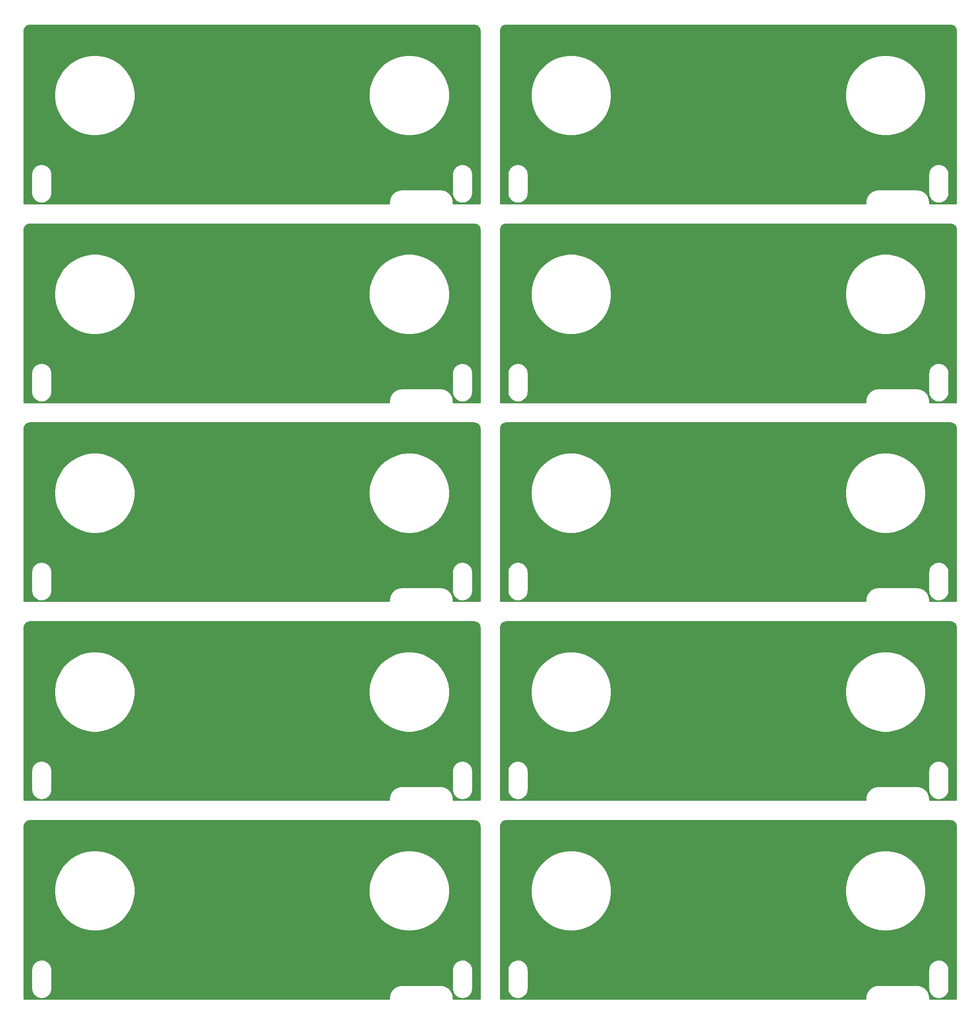
<source format=gbr>
%TF.GenerationSoftware,KiCad,Pcbnew,(5.1.5)-3*%
%TF.CreationDate,2020-06-01T11:27:06+02:00*%
%TF.ProjectId,panel,70616e65-6c2e-46b6-9963-61645f706362,rev?*%
%TF.SameCoordinates,Original*%
%TF.FileFunction,Copper,L1,Top*%
%TF.FilePolarity,Positive*%
%FSLAX46Y46*%
G04 Gerber Fmt 4.6, Leading zero omitted, Abs format (unit mm)*
G04 Created by KiCad (PCBNEW (5.1.5)-3) date 2020-06-01 11:27:06*
%MOMM*%
%LPD*%
G04 APERTURE LIST*
%TA.AperFunction,NonConductor*%
%ADD10C,0.254000*%
%TD*%
G04 APERTURE END LIST*
D10*
G36*
X148252830Y-50723124D02*
G01*
X148496027Y-50796550D01*
X148720332Y-50915815D01*
X148917200Y-51076376D01*
X149079132Y-51272118D01*
X149199958Y-51495581D01*
X149275081Y-51738265D01*
X149305001Y-52022930D01*
X149305002Y-89305001D01*
X143495001Y-89305001D01*
X143495001Y-88965866D01*
X143492005Y-88935443D01*
X143492091Y-88923048D01*
X143491145Y-88913390D01*
X143450344Y-88525197D01*
X143437676Y-88463483D01*
X143425874Y-88401618D01*
X143423069Y-88392328D01*
X143307646Y-88019453D01*
X143283236Y-87961384D01*
X143259639Y-87902980D01*
X143255083Y-87894412D01*
X143255083Y-87894411D01*
X143255080Y-87894407D01*
X143069432Y-87551057D01*
X143034209Y-87498836D01*
X142999715Y-87446125D01*
X142993582Y-87438604D01*
X142744775Y-87137849D01*
X142700066Y-87093451D01*
X142656006Y-87048459D01*
X142648535Y-87042279D01*
X142648529Y-87042273D01*
X142648522Y-87042269D01*
X142638549Y-87034135D01*
X143305001Y-87034135D01*
X143308464Y-87069293D01*
X143308464Y-87088765D01*
X143309478Y-87098416D01*
X143342111Y-87389341D01*
X143355207Y-87450950D01*
X143367443Y-87512745D01*
X143370312Y-87522015D01*
X143458830Y-87801060D01*
X143483653Y-87858977D01*
X143507650Y-87917196D01*
X143512265Y-87925733D01*
X143653298Y-88182271D01*
X143688896Y-88234261D01*
X143723745Y-88286712D01*
X143729930Y-88294190D01*
X143918105Y-88518448D01*
X143963119Y-88562529D01*
X144007497Y-88607217D01*
X144015011Y-88613345D01*
X144015016Y-88613350D01*
X144015021Y-88613354D01*
X144243167Y-88796787D01*
X144295862Y-88831270D01*
X144348096Y-88866502D01*
X144356664Y-88871058D01*
X144616099Y-89006688D01*
X144674526Y-89030294D01*
X144732574Y-89054695D01*
X144741856Y-89057498D01*
X144741862Y-89057500D01*
X144741868Y-89057501D01*
X145022702Y-89140155D01*
X145084563Y-89151956D01*
X145146283Y-89164625D01*
X145155939Y-89165572D01*
X145155941Y-89165572D01*
X145447485Y-89192104D01*
X145510473Y-89191664D01*
X145573461Y-89192104D01*
X145583119Y-89191157D01*
X145583122Y-89191157D01*
X145583125Y-89191156D01*
X145874264Y-89160557D01*
X145935984Y-89147888D01*
X145997845Y-89136087D01*
X146007127Y-89133284D01*
X146007134Y-89133283D01*
X146007140Y-89133280D01*
X146286791Y-89046715D01*
X146344883Y-89022295D01*
X146403266Y-88998707D01*
X146411829Y-88994154D01*
X146411833Y-88994152D01*
X146411836Y-88994150D01*
X146669350Y-88854912D01*
X146721584Y-88819680D01*
X146774279Y-88785197D01*
X146781797Y-88779066D01*
X146781801Y-88779063D01*
X146781805Y-88779059D01*
X147007366Y-88592459D01*
X147051746Y-88547769D01*
X147096757Y-88503690D01*
X147102943Y-88496213D01*
X147287969Y-88269349D01*
X147322830Y-88216880D01*
X147358416Y-88164907D01*
X147363027Y-88156379D01*
X147363032Y-88156371D01*
X147363035Y-88156363D01*
X147500468Y-87897890D01*
X147524462Y-87839676D01*
X147549287Y-87781755D01*
X147552157Y-87772485D01*
X147636771Y-87492231D01*
X147649004Y-87430448D01*
X147662103Y-87368823D01*
X147663117Y-87359172D01*
X147691684Y-87067821D01*
X147691684Y-87067814D01*
X147695001Y-87034136D01*
X147695001Y-82965866D01*
X147691538Y-82930708D01*
X147691538Y-82911236D01*
X147690524Y-82901585D01*
X147657891Y-82610661D01*
X147644795Y-82549052D01*
X147632559Y-82487257D01*
X147629690Y-82477986D01*
X147541172Y-82198942D01*
X147516355Y-82141039D01*
X147492352Y-82082805D01*
X147487737Y-82074269D01*
X147346704Y-81817731D01*
X147311106Y-81765741D01*
X147276257Y-81713290D01*
X147270072Y-81705812D01*
X147081897Y-81481554D01*
X147036882Y-81437473D01*
X146992505Y-81392785D01*
X146984985Y-81386652D01*
X146756835Y-81203215D01*
X146704140Y-81168732D01*
X146651906Y-81133500D01*
X146643338Y-81128944D01*
X146383903Y-80993314D01*
X146325476Y-80969708D01*
X146267428Y-80945307D01*
X146258146Y-80942504D01*
X146258140Y-80942502D01*
X146258134Y-80942501D01*
X145977300Y-80859847D01*
X145915439Y-80848046D01*
X145853719Y-80835377D01*
X145844063Y-80834430D01*
X145844061Y-80834430D01*
X145552517Y-80807898D01*
X145489529Y-80808338D01*
X145426541Y-80807898D01*
X145416883Y-80808845D01*
X145416880Y-80808845D01*
X145416877Y-80808846D01*
X145125738Y-80839445D01*
X145064024Y-80852113D01*
X145002157Y-80863915D01*
X144992875Y-80866718D01*
X144992868Y-80866719D01*
X144992862Y-80866722D01*
X144713211Y-80953288D01*
X144655152Y-80977694D01*
X144596736Y-81001295D01*
X144588173Y-81005848D01*
X144588169Y-81005850D01*
X144588168Y-81005851D01*
X144330652Y-81145090D01*
X144278418Y-81180322D01*
X144225723Y-81214805D01*
X144218205Y-81220936D01*
X144218201Y-81220939D01*
X144218197Y-81220943D01*
X143992636Y-81407543D01*
X143948256Y-81452233D01*
X143903245Y-81496312D01*
X143897059Y-81503789D01*
X143712033Y-81730653D01*
X143677172Y-81783122D01*
X143641586Y-81835095D01*
X143636975Y-81843623D01*
X143636970Y-81843631D01*
X143636970Y-81843632D01*
X143499534Y-82102112D01*
X143475540Y-82160326D01*
X143450715Y-82218247D01*
X143447845Y-82227517D01*
X143363231Y-82507771D01*
X143350998Y-82569554D01*
X143337899Y-82631179D01*
X143336885Y-82640830D01*
X143308318Y-82932182D01*
X143308318Y-82932199D01*
X143305002Y-82965866D01*
X143305001Y-87034135D01*
X142638549Y-87034135D01*
X142346045Y-86795573D01*
X142293576Y-86760712D01*
X142241603Y-86725126D01*
X142233075Y-86720515D01*
X142233067Y-86720510D01*
X142233059Y-86720507D01*
X141888426Y-86537261D01*
X141830162Y-86513246D01*
X141772288Y-86488442D01*
X141763026Y-86485574D01*
X141763020Y-86485572D01*
X141763014Y-86485571D01*
X141389347Y-86372754D01*
X141327565Y-86360521D01*
X141265942Y-86347423D01*
X141256291Y-86346408D01*
X140867822Y-86308318D01*
X140867814Y-86308318D01*
X140834136Y-86305001D01*
X132365866Y-86305001D01*
X132335443Y-86307997D01*
X132323048Y-86307911D01*
X132313390Y-86308857D01*
X131925197Y-86349658D01*
X131863483Y-86362326D01*
X131801618Y-86374128D01*
X131792330Y-86376932D01*
X131792324Y-86376934D01*
X131419453Y-86492356D01*
X131361384Y-86516766D01*
X131302980Y-86540363D01*
X131294416Y-86544917D01*
X131294411Y-86544919D01*
X131294410Y-86544920D01*
X130951057Y-86730570D01*
X130898836Y-86765793D01*
X130846125Y-86800287D01*
X130838604Y-86806420D01*
X130537849Y-87055227D01*
X130493451Y-87099936D01*
X130448459Y-87143996D01*
X130442279Y-87151467D01*
X130442273Y-87151473D01*
X130442269Y-87151480D01*
X130195573Y-87453957D01*
X130160712Y-87506426D01*
X130125126Y-87558399D01*
X130120515Y-87566927D01*
X130120510Y-87566935D01*
X130120507Y-87566943D01*
X129937261Y-87911576D01*
X129913246Y-87969840D01*
X129888442Y-88027714D01*
X129885574Y-88036976D01*
X129885572Y-88036982D01*
X129885572Y-88036984D01*
X129772754Y-88410655D01*
X129760521Y-88472437D01*
X129747423Y-88534060D01*
X129746408Y-88543711D01*
X129708318Y-88932180D01*
X129708318Y-88932199D01*
X129705002Y-88965866D01*
X129705002Y-89305001D01*
X50695001Y-89305001D01*
X50695001Y-87034135D01*
X52305001Y-87034135D01*
X52308464Y-87069293D01*
X52308464Y-87088765D01*
X52309478Y-87098416D01*
X52342111Y-87389341D01*
X52355207Y-87450950D01*
X52367443Y-87512745D01*
X52370312Y-87522015D01*
X52458830Y-87801060D01*
X52483653Y-87858977D01*
X52507650Y-87917196D01*
X52512265Y-87925733D01*
X52653298Y-88182271D01*
X52688896Y-88234261D01*
X52723745Y-88286712D01*
X52729930Y-88294190D01*
X52918105Y-88518448D01*
X52963119Y-88562529D01*
X53007497Y-88607217D01*
X53015011Y-88613345D01*
X53015016Y-88613350D01*
X53015021Y-88613354D01*
X53243167Y-88796787D01*
X53295862Y-88831270D01*
X53348096Y-88866502D01*
X53356664Y-88871058D01*
X53616099Y-89006688D01*
X53674526Y-89030294D01*
X53732574Y-89054695D01*
X53741856Y-89057498D01*
X53741862Y-89057500D01*
X53741868Y-89057501D01*
X54022702Y-89140155D01*
X54084563Y-89151956D01*
X54146283Y-89164625D01*
X54155939Y-89165572D01*
X54155941Y-89165572D01*
X54447485Y-89192104D01*
X54510473Y-89191664D01*
X54573461Y-89192104D01*
X54583119Y-89191157D01*
X54583122Y-89191157D01*
X54583125Y-89191156D01*
X54874264Y-89160557D01*
X54935984Y-89147888D01*
X54997845Y-89136087D01*
X55007127Y-89133284D01*
X55007134Y-89133283D01*
X55007140Y-89133280D01*
X55286791Y-89046715D01*
X55344883Y-89022295D01*
X55403266Y-88998707D01*
X55411829Y-88994154D01*
X55411833Y-88994152D01*
X55411836Y-88994150D01*
X55669350Y-88854912D01*
X55721584Y-88819680D01*
X55774279Y-88785197D01*
X55781797Y-88779066D01*
X55781801Y-88779063D01*
X55781805Y-88779059D01*
X56007366Y-88592459D01*
X56051746Y-88547769D01*
X56096757Y-88503690D01*
X56102943Y-88496213D01*
X56287969Y-88269349D01*
X56322830Y-88216880D01*
X56358416Y-88164907D01*
X56363027Y-88156379D01*
X56363032Y-88156371D01*
X56363035Y-88156363D01*
X56500468Y-87897890D01*
X56524462Y-87839676D01*
X56549287Y-87781755D01*
X56552157Y-87772485D01*
X56636771Y-87492231D01*
X56649004Y-87430448D01*
X56662103Y-87368823D01*
X56663117Y-87359172D01*
X56691684Y-87067821D01*
X56691684Y-87067814D01*
X56695001Y-87034136D01*
X56695001Y-82965866D01*
X56691538Y-82930708D01*
X56691538Y-82911236D01*
X56690524Y-82901585D01*
X56657891Y-82610661D01*
X56644795Y-82549052D01*
X56632559Y-82487257D01*
X56629690Y-82477986D01*
X56541172Y-82198942D01*
X56516355Y-82141039D01*
X56492352Y-82082805D01*
X56487737Y-82074269D01*
X56346704Y-81817731D01*
X56311106Y-81765741D01*
X56276257Y-81713290D01*
X56270072Y-81705812D01*
X56081897Y-81481554D01*
X56036882Y-81437473D01*
X55992505Y-81392785D01*
X55984985Y-81386652D01*
X55756835Y-81203215D01*
X55704140Y-81168732D01*
X55651906Y-81133500D01*
X55643338Y-81128944D01*
X55383903Y-80993314D01*
X55325476Y-80969708D01*
X55267428Y-80945307D01*
X55258146Y-80942504D01*
X55258140Y-80942502D01*
X55258134Y-80942501D01*
X54977300Y-80859847D01*
X54915439Y-80848046D01*
X54853719Y-80835377D01*
X54844063Y-80834430D01*
X54844061Y-80834430D01*
X54552517Y-80807898D01*
X54489529Y-80808338D01*
X54426541Y-80807898D01*
X54416883Y-80808845D01*
X54416880Y-80808845D01*
X54416877Y-80808846D01*
X54125738Y-80839445D01*
X54064024Y-80852113D01*
X54002157Y-80863915D01*
X53992875Y-80866718D01*
X53992868Y-80866719D01*
X53992862Y-80866722D01*
X53713211Y-80953288D01*
X53655152Y-80977694D01*
X53596736Y-81001295D01*
X53588173Y-81005848D01*
X53588169Y-81005850D01*
X53588168Y-81005851D01*
X53330652Y-81145090D01*
X53278418Y-81180322D01*
X53225723Y-81214805D01*
X53218205Y-81220936D01*
X53218201Y-81220939D01*
X53218197Y-81220943D01*
X52992636Y-81407543D01*
X52948256Y-81452233D01*
X52903245Y-81496312D01*
X52897059Y-81503789D01*
X52712033Y-81730653D01*
X52677172Y-81783122D01*
X52641586Y-81835095D01*
X52636975Y-81843623D01*
X52636970Y-81843631D01*
X52636970Y-81843632D01*
X52499534Y-82102112D01*
X52475540Y-82160326D01*
X52450715Y-82218247D01*
X52447845Y-82227517D01*
X52363231Y-82507771D01*
X52350998Y-82569554D01*
X52337899Y-82631179D01*
X52336885Y-82640830D01*
X52308318Y-82932182D01*
X52308318Y-82932199D01*
X52305002Y-82965866D01*
X52305001Y-87034135D01*
X50695001Y-87034135D01*
X50695001Y-65278280D01*
X57307206Y-65278280D01*
X57307206Y-66521722D01*
X57484166Y-67752507D01*
X57834484Y-68945581D01*
X58351029Y-70076656D01*
X59023284Y-71122706D01*
X59837565Y-72062437D01*
X60777296Y-72876718D01*
X61823346Y-73548973D01*
X62954421Y-74065518D01*
X64147495Y-74415836D01*
X65378280Y-74592796D01*
X66621722Y-74592796D01*
X67852507Y-74415836D01*
X69045581Y-74065518D01*
X70176656Y-73548973D01*
X71222706Y-72876718D01*
X72162437Y-72062437D01*
X72976718Y-71122706D01*
X73648973Y-70076656D01*
X74165518Y-68945581D01*
X74515836Y-67752507D01*
X74692796Y-66521722D01*
X74692796Y-65278280D01*
X125307206Y-65278280D01*
X125307206Y-66521722D01*
X125484166Y-67752507D01*
X125834484Y-68945581D01*
X126351029Y-70076656D01*
X127023284Y-71122706D01*
X127837565Y-72062437D01*
X128777296Y-72876718D01*
X129823346Y-73548973D01*
X130954421Y-74065518D01*
X132147495Y-74415836D01*
X133378280Y-74592796D01*
X134621722Y-74592796D01*
X135852507Y-74415836D01*
X137045581Y-74065518D01*
X138176656Y-73548973D01*
X139222706Y-72876718D01*
X140162437Y-72062437D01*
X140976718Y-71122706D01*
X141648973Y-70076656D01*
X142165518Y-68945581D01*
X142515836Y-67752507D01*
X142692796Y-66521722D01*
X142692796Y-65278280D01*
X142515836Y-64047495D01*
X142165518Y-62854421D01*
X141648973Y-61723346D01*
X140976718Y-60677296D01*
X140162437Y-59737565D01*
X139222706Y-58923284D01*
X138176656Y-58251029D01*
X137045581Y-57734484D01*
X135852507Y-57384166D01*
X134621722Y-57207206D01*
X133378280Y-57207206D01*
X132147495Y-57384166D01*
X130954421Y-57734484D01*
X129823346Y-58251029D01*
X128777296Y-58923284D01*
X127837565Y-59737565D01*
X127023284Y-60677296D01*
X126351029Y-61723346D01*
X125834484Y-62854421D01*
X125484166Y-64047495D01*
X125307206Y-65278280D01*
X74692796Y-65278280D01*
X74515836Y-64047495D01*
X74165518Y-62854421D01*
X73648973Y-61723346D01*
X72976718Y-60677296D01*
X72162437Y-59737565D01*
X71222706Y-58923284D01*
X70176656Y-58251029D01*
X69045581Y-57734484D01*
X67852507Y-57384166D01*
X66621722Y-57207206D01*
X65378280Y-57207206D01*
X64147495Y-57384166D01*
X62954421Y-57734484D01*
X61823346Y-58251029D01*
X60777296Y-58923284D01*
X59837565Y-59737565D01*
X59023284Y-60677296D01*
X58351029Y-61723346D01*
X57834484Y-62854421D01*
X57484166Y-64047495D01*
X57307206Y-65278280D01*
X50695001Y-65278280D01*
X50695001Y-52033993D01*
X50723124Y-51747172D01*
X50796550Y-51503975D01*
X50915815Y-51279670D01*
X51076376Y-51082802D01*
X51272118Y-50920870D01*
X51495581Y-50800044D01*
X51738265Y-50724921D01*
X52022930Y-50695001D01*
X147966009Y-50695001D01*
X148252830Y-50723124D01*
G37*
X148252830Y-50723124D02*
X148496027Y-50796550D01*
X148720332Y-50915815D01*
X148917200Y-51076376D01*
X149079132Y-51272118D01*
X149199958Y-51495581D01*
X149275081Y-51738265D01*
X149305001Y-52022930D01*
X149305002Y-89305001D01*
X143495001Y-89305001D01*
X143495001Y-88965866D01*
X143492005Y-88935443D01*
X143492091Y-88923048D01*
X143491145Y-88913390D01*
X143450344Y-88525197D01*
X143437676Y-88463483D01*
X143425874Y-88401618D01*
X143423069Y-88392328D01*
X143307646Y-88019453D01*
X143283236Y-87961384D01*
X143259639Y-87902980D01*
X143255083Y-87894412D01*
X143255083Y-87894411D01*
X143255080Y-87894407D01*
X143069432Y-87551057D01*
X143034209Y-87498836D01*
X142999715Y-87446125D01*
X142993582Y-87438604D01*
X142744775Y-87137849D01*
X142700066Y-87093451D01*
X142656006Y-87048459D01*
X142648535Y-87042279D01*
X142648529Y-87042273D01*
X142648522Y-87042269D01*
X142638549Y-87034135D01*
X143305001Y-87034135D01*
X143308464Y-87069293D01*
X143308464Y-87088765D01*
X143309478Y-87098416D01*
X143342111Y-87389341D01*
X143355207Y-87450950D01*
X143367443Y-87512745D01*
X143370312Y-87522015D01*
X143458830Y-87801060D01*
X143483653Y-87858977D01*
X143507650Y-87917196D01*
X143512265Y-87925733D01*
X143653298Y-88182271D01*
X143688896Y-88234261D01*
X143723745Y-88286712D01*
X143729930Y-88294190D01*
X143918105Y-88518448D01*
X143963119Y-88562529D01*
X144007497Y-88607217D01*
X144015011Y-88613345D01*
X144015016Y-88613350D01*
X144015021Y-88613354D01*
X144243167Y-88796787D01*
X144295862Y-88831270D01*
X144348096Y-88866502D01*
X144356664Y-88871058D01*
X144616099Y-89006688D01*
X144674526Y-89030294D01*
X144732574Y-89054695D01*
X144741856Y-89057498D01*
X144741862Y-89057500D01*
X144741868Y-89057501D01*
X145022702Y-89140155D01*
X145084563Y-89151956D01*
X145146283Y-89164625D01*
X145155939Y-89165572D01*
X145155941Y-89165572D01*
X145447485Y-89192104D01*
X145510473Y-89191664D01*
X145573461Y-89192104D01*
X145583119Y-89191157D01*
X145583122Y-89191157D01*
X145583125Y-89191156D01*
X145874264Y-89160557D01*
X145935984Y-89147888D01*
X145997845Y-89136087D01*
X146007127Y-89133284D01*
X146007134Y-89133283D01*
X146007140Y-89133280D01*
X146286791Y-89046715D01*
X146344883Y-89022295D01*
X146403266Y-88998707D01*
X146411829Y-88994154D01*
X146411833Y-88994152D01*
X146411836Y-88994150D01*
X146669350Y-88854912D01*
X146721584Y-88819680D01*
X146774279Y-88785197D01*
X146781797Y-88779066D01*
X146781801Y-88779063D01*
X146781805Y-88779059D01*
X147007366Y-88592459D01*
X147051746Y-88547769D01*
X147096757Y-88503690D01*
X147102943Y-88496213D01*
X147287969Y-88269349D01*
X147322830Y-88216880D01*
X147358416Y-88164907D01*
X147363027Y-88156379D01*
X147363032Y-88156371D01*
X147363035Y-88156363D01*
X147500468Y-87897890D01*
X147524462Y-87839676D01*
X147549287Y-87781755D01*
X147552157Y-87772485D01*
X147636771Y-87492231D01*
X147649004Y-87430448D01*
X147662103Y-87368823D01*
X147663117Y-87359172D01*
X147691684Y-87067821D01*
X147691684Y-87067814D01*
X147695001Y-87034136D01*
X147695001Y-82965866D01*
X147691538Y-82930708D01*
X147691538Y-82911236D01*
X147690524Y-82901585D01*
X147657891Y-82610661D01*
X147644795Y-82549052D01*
X147632559Y-82487257D01*
X147629690Y-82477986D01*
X147541172Y-82198942D01*
X147516355Y-82141039D01*
X147492352Y-82082805D01*
X147487737Y-82074269D01*
X147346704Y-81817731D01*
X147311106Y-81765741D01*
X147276257Y-81713290D01*
X147270072Y-81705812D01*
X147081897Y-81481554D01*
X147036882Y-81437473D01*
X146992505Y-81392785D01*
X146984985Y-81386652D01*
X146756835Y-81203215D01*
X146704140Y-81168732D01*
X146651906Y-81133500D01*
X146643338Y-81128944D01*
X146383903Y-80993314D01*
X146325476Y-80969708D01*
X146267428Y-80945307D01*
X146258146Y-80942504D01*
X146258140Y-80942502D01*
X146258134Y-80942501D01*
X145977300Y-80859847D01*
X145915439Y-80848046D01*
X145853719Y-80835377D01*
X145844063Y-80834430D01*
X145844061Y-80834430D01*
X145552517Y-80807898D01*
X145489529Y-80808338D01*
X145426541Y-80807898D01*
X145416883Y-80808845D01*
X145416880Y-80808845D01*
X145416877Y-80808846D01*
X145125738Y-80839445D01*
X145064024Y-80852113D01*
X145002157Y-80863915D01*
X144992875Y-80866718D01*
X144992868Y-80866719D01*
X144992862Y-80866722D01*
X144713211Y-80953288D01*
X144655152Y-80977694D01*
X144596736Y-81001295D01*
X144588173Y-81005848D01*
X144588169Y-81005850D01*
X144588168Y-81005851D01*
X144330652Y-81145090D01*
X144278418Y-81180322D01*
X144225723Y-81214805D01*
X144218205Y-81220936D01*
X144218201Y-81220939D01*
X144218197Y-81220943D01*
X143992636Y-81407543D01*
X143948256Y-81452233D01*
X143903245Y-81496312D01*
X143897059Y-81503789D01*
X143712033Y-81730653D01*
X143677172Y-81783122D01*
X143641586Y-81835095D01*
X143636975Y-81843623D01*
X143636970Y-81843631D01*
X143636970Y-81843632D01*
X143499534Y-82102112D01*
X143475540Y-82160326D01*
X143450715Y-82218247D01*
X143447845Y-82227517D01*
X143363231Y-82507771D01*
X143350998Y-82569554D01*
X143337899Y-82631179D01*
X143336885Y-82640830D01*
X143308318Y-82932182D01*
X143308318Y-82932199D01*
X143305002Y-82965866D01*
X143305001Y-87034135D01*
X142638549Y-87034135D01*
X142346045Y-86795573D01*
X142293576Y-86760712D01*
X142241603Y-86725126D01*
X142233075Y-86720515D01*
X142233067Y-86720510D01*
X142233059Y-86720507D01*
X141888426Y-86537261D01*
X141830162Y-86513246D01*
X141772288Y-86488442D01*
X141763026Y-86485574D01*
X141763020Y-86485572D01*
X141763014Y-86485571D01*
X141389347Y-86372754D01*
X141327565Y-86360521D01*
X141265942Y-86347423D01*
X141256291Y-86346408D01*
X140867822Y-86308318D01*
X140867814Y-86308318D01*
X140834136Y-86305001D01*
X132365866Y-86305001D01*
X132335443Y-86307997D01*
X132323048Y-86307911D01*
X132313390Y-86308857D01*
X131925197Y-86349658D01*
X131863483Y-86362326D01*
X131801618Y-86374128D01*
X131792330Y-86376932D01*
X131792324Y-86376934D01*
X131419453Y-86492356D01*
X131361384Y-86516766D01*
X131302980Y-86540363D01*
X131294416Y-86544917D01*
X131294411Y-86544919D01*
X131294410Y-86544920D01*
X130951057Y-86730570D01*
X130898836Y-86765793D01*
X130846125Y-86800287D01*
X130838604Y-86806420D01*
X130537849Y-87055227D01*
X130493451Y-87099936D01*
X130448459Y-87143996D01*
X130442279Y-87151467D01*
X130442273Y-87151473D01*
X130442269Y-87151480D01*
X130195573Y-87453957D01*
X130160712Y-87506426D01*
X130125126Y-87558399D01*
X130120515Y-87566927D01*
X130120510Y-87566935D01*
X130120507Y-87566943D01*
X129937261Y-87911576D01*
X129913246Y-87969840D01*
X129888442Y-88027714D01*
X129885574Y-88036976D01*
X129885572Y-88036982D01*
X129885572Y-88036984D01*
X129772754Y-88410655D01*
X129760521Y-88472437D01*
X129747423Y-88534060D01*
X129746408Y-88543711D01*
X129708318Y-88932180D01*
X129708318Y-88932199D01*
X129705002Y-88965866D01*
X129705002Y-89305001D01*
X50695001Y-89305001D01*
X50695001Y-87034135D01*
X52305001Y-87034135D01*
X52308464Y-87069293D01*
X52308464Y-87088765D01*
X52309478Y-87098416D01*
X52342111Y-87389341D01*
X52355207Y-87450950D01*
X52367443Y-87512745D01*
X52370312Y-87522015D01*
X52458830Y-87801060D01*
X52483653Y-87858977D01*
X52507650Y-87917196D01*
X52512265Y-87925733D01*
X52653298Y-88182271D01*
X52688896Y-88234261D01*
X52723745Y-88286712D01*
X52729930Y-88294190D01*
X52918105Y-88518448D01*
X52963119Y-88562529D01*
X53007497Y-88607217D01*
X53015011Y-88613345D01*
X53015016Y-88613350D01*
X53015021Y-88613354D01*
X53243167Y-88796787D01*
X53295862Y-88831270D01*
X53348096Y-88866502D01*
X53356664Y-88871058D01*
X53616099Y-89006688D01*
X53674526Y-89030294D01*
X53732574Y-89054695D01*
X53741856Y-89057498D01*
X53741862Y-89057500D01*
X53741868Y-89057501D01*
X54022702Y-89140155D01*
X54084563Y-89151956D01*
X54146283Y-89164625D01*
X54155939Y-89165572D01*
X54155941Y-89165572D01*
X54447485Y-89192104D01*
X54510473Y-89191664D01*
X54573461Y-89192104D01*
X54583119Y-89191157D01*
X54583122Y-89191157D01*
X54583125Y-89191156D01*
X54874264Y-89160557D01*
X54935984Y-89147888D01*
X54997845Y-89136087D01*
X55007127Y-89133284D01*
X55007134Y-89133283D01*
X55007140Y-89133280D01*
X55286791Y-89046715D01*
X55344883Y-89022295D01*
X55403266Y-88998707D01*
X55411829Y-88994154D01*
X55411833Y-88994152D01*
X55411836Y-88994150D01*
X55669350Y-88854912D01*
X55721584Y-88819680D01*
X55774279Y-88785197D01*
X55781797Y-88779066D01*
X55781801Y-88779063D01*
X55781805Y-88779059D01*
X56007366Y-88592459D01*
X56051746Y-88547769D01*
X56096757Y-88503690D01*
X56102943Y-88496213D01*
X56287969Y-88269349D01*
X56322830Y-88216880D01*
X56358416Y-88164907D01*
X56363027Y-88156379D01*
X56363032Y-88156371D01*
X56363035Y-88156363D01*
X56500468Y-87897890D01*
X56524462Y-87839676D01*
X56549287Y-87781755D01*
X56552157Y-87772485D01*
X56636771Y-87492231D01*
X56649004Y-87430448D01*
X56662103Y-87368823D01*
X56663117Y-87359172D01*
X56691684Y-87067821D01*
X56691684Y-87067814D01*
X56695001Y-87034136D01*
X56695001Y-82965866D01*
X56691538Y-82930708D01*
X56691538Y-82911236D01*
X56690524Y-82901585D01*
X56657891Y-82610661D01*
X56644795Y-82549052D01*
X56632559Y-82487257D01*
X56629690Y-82477986D01*
X56541172Y-82198942D01*
X56516355Y-82141039D01*
X56492352Y-82082805D01*
X56487737Y-82074269D01*
X56346704Y-81817731D01*
X56311106Y-81765741D01*
X56276257Y-81713290D01*
X56270072Y-81705812D01*
X56081897Y-81481554D01*
X56036882Y-81437473D01*
X55992505Y-81392785D01*
X55984985Y-81386652D01*
X55756835Y-81203215D01*
X55704140Y-81168732D01*
X55651906Y-81133500D01*
X55643338Y-81128944D01*
X55383903Y-80993314D01*
X55325476Y-80969708D01*
X55267428Y-80945307D01*
X55258146Y-80942504D01*
X55258140Y-80942502D01*
X55258134Y-80942501D01*
X54977300Y-80859847D01*
X54915439Y-80848046D01*
X54853719Y-80835377D01*
X54844063Y-80834430D01*
X54844061Y-80834430D01*
X54552517Y-80807898D01*
X54489529Y-80808338D01*
X54426541Y-80807898D01*
X54416883Y-80808845D01*
X54416880Y-80808845D01*
X54416877Y-80808846D01*
X54125738Y-80839445D01*
X54064024Y-80852113D01*
X54002157Y-80863915D01*
X53992875Y-80866718D01*
X53992868Y-80866719D01*
X53992862Y-80866722D01*
X53713211Y-80953288D01*
X53655152Y-80977694D01*
X53596736Y-81001295D01*
X53588173Y-81005848D01*
X53588169Y-81005850D01*
X53588168Y-81005851D01*
X53330652Y-81145090D01*
X53278418Y-81180322D01*
X53225723Y-81214805D01*
X53218205Y-81220936D01*
X53218201Y-81220939D01*
X53218197Y-81220943D01*
X52992636Y-81407543D01*
X52948256Y-81452233D01*
X52903245Y-81496312D01*
X52897059Y-81503789D01*
X52712033Y-81730653D01*
X52677172Y-81783122D01*
X52641586Y-81835095D01*
X52636975Y-81843623D01*
X52636970Y-81843631D01*
X52636970Y-81843632D01*
X52499534Y-82102112D01*
X52475540Y-82160326D01*
X52450715Y-82218247D01*
X52447845Y-82227517D01*
X52363231Y-82507771D01*
X52350998Y-82569554D01*
X52337899Y-82631179D01*
X52336885Y-82640830D01*
X52308318Y-82932182D01*
X52308318Y-82932199D01*
X52305002Y-82965866D01*
X52305001Y-87034135D01*
X50695001Y-87034135D01*
X50695001Y-65278280D01*
X57307206Y-65278280D01*
X57307206Y-66521722D01*
X57484166Y-67752507D01*
X57834484Y-68945581D01*
X58351029Y-70076656D01*
X59023284Y-71122706D01*
X59837565Y-72062437D01*
X60777296Y-72876718D01*
X61823346Y-73548973D01*
X62954421Y-74065518D01*
X64147495Y-74415836D01*
X65378280Y-74592796D01*
X66621722Y-74592796D01*
X67852507Y-74415836D01*
X69045581Y-74065518D01*
X70176656Y-73548973D01*
X71222706Y-72876718D01*
X72162437Y-72062437D01*
X72976718Y-71122706D01*
X73648973Y-70076656D01*
X74165518Y-68945581D01*
X74515836Y-67752507D01*
X74692796Y-66521722D01*
X74692796Y-65278280D01*
X125307206Y-65278280D01*
X125307206Y-66521722D01*
X125484166Y-67752507D01*
X125834484Y-68945581D01*
X126351029Y-70076656D01*
X127023284Y-71122706D01*
X127837565Y-72062437D01*
X128777296Y-72876718D01*
X129823346Y-73548973D01*
X130954421Y-74065518D01*
X132147495Y-74415836D01*
X133378280Y-74592796D01*
X134621722Y-74592796D01*
X135852507Y-74415836D01*
X137045581Y-74065518D01*
X138176656Y-73548973D01*
X139222706Y-72876718D01*
X140162437Y-72062437D01*
X140976718Y-71122706D01*
X141648973Y-70076656D01*
X142165518Y-68945581D01*
X142515836Y-67752507D01*
X142692796Y-66521722D01*
X142692796Y-65278280D01*
X142515836Y-64047495D01*
X142165518Y-62854421D01*
X141648973Y-61723346D01*
X140976718Y-60677296D01*
X140162437Y-59737565D01*
X139222706Y-58923284D01*
X138176656Y-58251029D01*
X137045581Y-57734484D01*
X135852507Y-57384166D01*
X134621722Y-57207206D01*
X133378280Y-57207206D01*
X132147495Y-57384166D01*
X130954421Y-57734484D01*
X129823346Y-58251029D01*
X128777296Y-58923284D01*
X127837565Y-59737565D01*
X127023284Y-60677296D01*
X126351029Y-61723346D01*
X125834484Y-62854421D01*
X125484166Y-64047495D01*
X125307206Y-65278280D01*
X74692796Y-65278280D01*
X74515836Y-64047495D01*
X74165518Y-62854421D01*
X73648973Y-61723346D01*
X72976718Y-60677296D01*
X72162437Y-59737565D01*
X71222706Y-58923284D01*
X70176656Y-58251029D01*
X69045581Y-57734484D01*
X67852507Y-57384166D01*
X66621722Y-57207206D01*
X65378280Y-57207206D01*
X64147495Y-57384166D01*
X62954421Y-57734484D01*
X61823346Y-58251029D01*
X60777296Y-58923284D01*
X59837565Y-59737565D01*
X59023284Y-60677296D01*
X58351029Y-61723346D01*
X57834484Y-62854421D01*
X57484166Y-64047495D01*
X57307206Y-65278280D01*
X50695001Y-65278280D01*
X50695001Y-52033993D01*
X50723124Y-51747172D01*
X50796550Y-51503975D01*
X50915815Y-51279670D01*
X51076376Y-51082802D01*
X51272118Y-50920870D01*
X51495581Y-50800044D01*
X51738265Y-50724921D01*
X52022930Y-50695001D01*
X147966009Y-50695001D01*
X148252830Y-50723124D01*
G36*
X251252838Y-50723124D02*
G01*
X251496035Y-50796550D01*
X251720340Y-50915815D01*
X251917208Y-51076376D01*
X252079140Y-51272118D01*
X252199966Y-51495581D01*
X252275089Y-51738265D01*
X252305009Y-52022930D01*
X252305010Y-89305001D01*
X246495009Y-89305001D01*
X246495009Y-88965866D01*
X246492013Y-88935443D01*
X246492099Y-88923048D01*
X246491153Y-88913390D01*
X246450352Y-88525197D01*
X246437684Y-88463483D01*
X246425882Y-88401618D01*
X246423077Y-88392328D01*
X246307654Y-88019453D01*
X246283244Y-87961384D01*
X246259647Y-87902980D01*
X246255091Y-87894412D01*
X246255091Y-87894411D01*
X246255088Y-87894407D01*
X246069440Y-87551057D01*
X246034217Y-87498836D01*
X245999723Y-87446125D01*
X245993590Y-87438604D01*
X245744783Y-87137849D01*
X245700074Y-87093451D01*
X245656014Y-87048459D01*
X245648543Y-87042279D01*
X245648537Y-87042273D01*
X245648530Y-87042269D01*
X245638557Y-87034135D01*
X246305009Y-87034135D01*
X246308472Y-87069293D01*
X246308472Y-87088765D01*
X246309486Y-87098416D01*
X246342119Y-87389341D01*
X246355215Y-87450950D01*
X246367451Y-87512745D01*
X246370320Y-87522015D01*
X246458838Y-87801060D01*
X246483661Y-87858977D01*
X246507658Y-87917196D01*
X246512273Y-87925733D01*
X246653306Y-88182271D01*
X246688904Y-88234261D01*
X246723753Y-88286712D01*
X246729938Y-88294190D01*
X246918113Y-88518448D01*
X246963127Y-88562529D01*
X247007505Y-88607217D01*
X247015019Y-88613345D01*
X247015024Y-88613350D01*
X247015029Y-88613354D01*
X247243175Y-88796787D01*
X247295870Y-88831270D01*
X247348104Y-88866502D01*
X247356672Y-88871058D01*
X247616107Y-89006688D01*
X247674534Y-89030294D01*
X247732582Y-89054695D01*
X247741864Y-89057498D01*
X247741870Y-89057500D01*
X247741876Y-89057501D01*
X248022710Y-89140155D01*
X248084571Y-89151956D01*
X248146291Y-89164625D01*
X248155947Y-89165572D01*
X248155949Y-89165572D01*
X248447493Y-89192104D01*
X248510481Y-89191664D01*
X248573469Y-89192104D01*
X248583127Y-89191157D01*
X248583130Y-89191157D01*
X248583133Y-89191156D01*
X248874272Y-89160557D01*
X248935992Y-89147888D01*
X248997853Y-89136087D01*
X249007135Y-89133284D01*
X249007142Y-89133283D01*
X249007148Y-89133280D01*
X249286799Y-89046715D01*
X249344891Y-89022295D01*
X249403274Y-88998707D01*
X249411837Y-88994154D01*
X249411841Y-88994152D01*
X249411844Y-88994150D01*
X249669358Y-88854912D01*
X249721592Y-88819680D01*
X249774287Y-88785197D01*
X249781805Y-88779066D01*
X249781809Y-88779063D01*
X249781813Y-88779059D01*
X250007374Y-88592459D01*
X250051754Y-88547769D01*
X250096765Y-88503690D01*
X250102951Y-88496213D01*
X250287977Y-88269349D01*
X250322838Y-88216880D01*
X250358424Y-88164907D01*
X250363035Y-88156379D01*
X250363040Y-88156371D01*
X250363043Y-88156363D01*
X250500476Y-87897890D01*
X250524470Y-87839676D01*
X250549295Y-87781755D01*
X250552165Y-87772485D01*
X250636779Y-87492231D01*
X250649012Y-87430448D01*
X250662111Y-87368823D01*
X250663125Y-87359172D01*
X250691692Y-87067821D01*
X250691692Y-87067814D01*
X250695009Y-87034136D01*
X250695009Y-82965866D01*
X250691546Y-82930708D01*
X250691546Y-82911236D01*
X250690532Y-82901585D01*
X250657899Y-82610661D01*
X250644803Y-82549052D01*
X250632567Y-82487257D01*
X250629698Y-82477986D01*
X250541180Y-82198942D01*
X250516363Y-82141039D01*
X250492360Y-82082805D01*
X250487745Y-82074269D01*
X250346712Y-81817731D01*
X250311114Y-81765741D01*
X250276265Y-81713290D01*
X250270080Y-81705812D01*
X250081905Y-81481554D01*
X250036890Y-81437473D01*
X249992513Y-81392785D01*
X249984993Y-81386652D01*
X249756843Y-81203215D01*
X249704148Y-81168732D01*
X249651914Y-81133500D01*
X249643346Y-81128944D01*
X249383911Y-80993314D01*
X249325484Y-80969708D01*
X249267436Y-80945307D01*
X249258154Y-80942504D01*
X249258148Y-80942502D01*
X249258142Y-80942501D01*
X248977308Y-80859847D01*
X248915447Y-80848046D01*
X248853727Y-80835377D01*
X248844071Y-80834430D01*
X248844069Y-80834430D01*
X248552525Y-80807898D01*
X248489537Y-80808338D01*
X248426549Y-80807898D01*
X248416891Y-80808845D01*
X248416888Y-80808845D01*
X248416885Y-80808846D01*
X248125746Y-80839445D01*
X248064032Y-80852113D01*
X248002165Y-80863915D01*
X247992883Y-80866718D01*
X247992876Y-80866719D01*
X247992870Y-80866722D01*
X247713219Y-80953288D01*
X247655160Y-80977694D01*
X247596744Y-81001295D01*
X247588181Y-81005848D01*
X247588177Y-81005850D01*
X247588176Y-81005851D01*
X247330660Y-81145090D01*
X247278426Y-81180322D01*
X247225731Y-81214805D01*
X247218213Y-81220936D01*
X247218209Y-81220939D01*
X247218205Y-81220943D01*
X246992644Y-81407543D01*
X246948264Y-81452233D01*
X246903253Y-81496312D01*
X246897067Y-81503789D01*
X246712041Y-81730653D01*
X246677180Y-81783122D01*
X246641594Y-81835095D01*
X246636983Y-81843623D01*
X246636978Y-81843631D01*
X246636978Y-81843632D01*
X246499542Y-82102112D01*
X246475548Y-82160326D01*
X246450723Y-82218247D01*
X246447853Y-82227517D01*
X246363239Y-82507771D01*
X246351006Y-82569554D01*
X246337907Y-82631179D01*
X246336893Y-82640830D01*
X246308326Y-82932182D01*
X246308326Y-82932199D01*
X246305010Y-82965866D01*
X246305009Y-87034135D01*
X245638557Y-87034135D01*
X245346053Y-86795573D01*
X245293584Y-86760712D01*
X245241611Y-86725126D01*
X245233083Y-86720515D01*
X245233075Y-86720510D01*
X245233067Y-86720507D01*
X244888434Y-86537261D01*
X244830170Y-86513246D01*
X244772296Y-86488442D01*
X244763034Y-86485574D01*
X244763028Y-86485572D01*
X244763022Y-86485571D01*
X244389355Y-86372754D01*
X244327573Y-86360521D01*
X244265950Y-86347423D01*
X244256299Y-86346408D01*
X243867830Y-86308318D01*
X243867822Y-86308318D01*
X243834144Y-86305001D01*
X235365874Y-86305001D01*
X235335451Y-86307997D01*
X235323056Y-86307911D01*
X235313398Y-86308857D01*
X234925205Y-86349658D01*
X234863491Y-86362326D01*
X234801626Y-86374128D01*
X234792338Y-86376932D01*
X234792332Y-86376934D01*
X234419461Y-86492356D01*
X234361392Y-86516766D01*
X234302988Y-86540363D01*
X234294424Y-86544917D01*
X234294419Y-86544919D01*
X234294418Y-86544920D01*
X233951065Y-86730570D01*
X233898844Y-86765793D01*
X233846133Y-86800287D01*
X233838612Y-86806420D01*
X233537857Y-87055227D01*
X233493459Y-87099936D01*
X233448467Y-87143996D01*
X233442287Y-87151467D01*
X233442281Y-87151473D01*
X233442277Y-87151480D01*
X233195581Y-87453957D01*
X233160720Y-87506426D01*
X233125134Y-87558399D01*
X233120523Y-87566927D01*
X233120518Y-87566935D01*
X233120515Y-87566943D01*
X232937269Y-87911576D01*
X232913254Y-87969840D01*
X232888450Y-88027714D01*
X232885582Y-88036976D01*
X232885580Y-88036982D01*
X232885580Y-88036984D01*
X232772762Y-88410655D01*
X232760529Y-88472437D01*
X232747431Y-88534060D01*
X232746416Y-88543711D01*
X232708326Y-88932180D01*
X232708326Y-88932199D01*
X232705010Y-88965866D01*
X232705010Y-89305001D01*
X153695009Y-89305001D01*
X153695009Y-87034135D01*
X155305009Y-87034135D01*
X155308472Y-87069293D01*
X155308472Y-87088765D01*
X155309486Y-87098416D01*
X155342119Y-87389341D01*
X155355215Y-87450950D01*
X155367451Y-87512745D01*
X155370320Y-87522015D01*
X155458838Y-87801060D01*
X155483661Y-87858977D01*
X155507658Y-87917196D01*
X155512273Y-87925733D01*
X155653306Y-88182271D01*
X155688904Y-88234261D01*
X155723753Y-88286712D01*
X155729938Y-88294190D01*
X155918113Y-88518448D01*
X155963127Y-88562529D01*
X156007505Y-88607217D01*
X156015019Y-88613345D01*
X156015024Y-88613350D01*
X156015029Y-88613354D01*
X156243175Y-88796787D01*
X156295870Y-88831270D01*
X156348104Y-88866502D01*
X156356672Y-88871058D01*
X156616107Y-89006688D01*
X156674534Y-89030294D01*
X156732582Y-89054695D01*
X156741864Y-89057498D01*
X156741870Y-89057500D01*
X156741876Y-89057501D01*
X157022710Y-89140155D01*
X157084571Y-89151956D01*
X157146291Y-89164625D01*
X157155947Y-89165572D01*
X157155949Y-89165572D01*
X157447493Y-89192104D01*
X157510481Y-89191664D01*
X157573469Y-89192104D01*
X157583127Y-89191157D01*
X157583130Y-89191157D01*
X157583133Y-89191156D01*
X157874272Y-89160557D01*
X157935992Y-89147888D01*
X157997853Y-89136087D01*
X158007135Y-89133284D01*
X158007142Y-89133283D01*
X158007148Y-89133280D01*
X158286799Y-89046715D01*
X158344891Y-89022295D01*
X158403274Y-88998707D01*
X158411837Y-88994154D01*
X158411841Y-88994152D01*
X158411844Y-88994150D01*
X158669358Y-88854912D01*
X158721592Y-88819680D01*
X158774287Y-88785197D01*
X158781805Y-88779066D01*
X158781809Y-88779063D01*
X158781813Y-88779059D01*
X159007374Y-88592459D01*
X159051754Y-88547769D01*
X159096765Y-88503690D01*
X159102951Y-88496213D01*
X159287977Y-88269349D01*
X159322838Y-88216880D01*
X159358424Y-88164907D01*
X159363035Y-88156379D01*
X159363040Y-88156371D01*
X159363043Y-88156363D01*
X159500476Y-87897890D01*
X159524470Y-87839676D01*
X159549295Y-87781755D01*
X159552165Y-87772485D01*
X159636779Y-87492231D01*
X159649012Y-87430448D01*
X159662111Y-87368823D01*
X159663125Y-87359172D01*
X159691692Y-87067821D01*
X159691692Y-87067814D01*
X159695009Y-87034136D01*
X159695009Y-82965866D01*
X159691546Y-82930708D01*
X159691546Y-82911236D01*
X159690532Y-82901585D01*
X159657899Y-82610661D01*
X159644803Y-82549052D01*
X159632567Y-82487257D01*
X159629698Y-82477986D01*
X159541180Y-82198942D01*
X159516363Y-82141039D01*
X159492360Y-82082805D01*
X159487745Y-82074269D01*
X159346712Y-81817731D01*
X159311114Y-81765741D01*
X159276265Y-81713290D01*
X159270080Y-81705812D01*
X159081905Y-81481554D01*
X159036890Y-81437473D01*
X158992513Y-81392785D01*
X158984993Y-81386652D01*
X158756843Y-81203215D01*
X158704148Y-81168732D01*
X158651914Y-81133500D01*
X158643346Y-81128944D01*
X158383911Y-80993314D01*
X158325484Y-80969708D01*
X158267436Y-80945307D01*
X158258154Y-80942504D01*
X158258148Y-80942502D01*
X158258142Y-80942501D01*
X157977308Y-80859847D01*
X157915447Y-80848046D01*
X157853727Y-80835377D01*
X157844071Y-80834430D01*
X157844069Y-80834430D01*
X157552525Y-80807898D01*
X157489537Y-80808338D01*
X157426549Y-80807898D01*
X157416891Y-80808845D01*
X157416888Y-80808845D01*
X157416885Y-80808846D01*
X157125746Y-80839445D01*
X157064032Y-80852113D01*
X157002165Y-80863915D01*
X156992883Y-80866718D01*
X156992876Y-80866719D01*
X156992870Y-80866722D01*
X156713219Y-80953288D01*
X156655160Y-80977694D01*
X156596744Y-81001295D01*
X156588181Y-81005848D01*
X156588177Y-81005850D01*
X156588176Y-81005851D01*
X156330660Y-81145090D01*
X156278426Y-81180322D01*
X156225731Y-81214805D01*
X156218213Y-81220936D01*
X156218209Y-81220939D01*
X156218205Y-81220943D01*
X155992644Y-81407543D01*
X155948264Y-81452233D01*
X155903253Y-81496312D01*
X155897067Y-81503789D01*
X155712041Y-81730653D01*
X155677180Y-81783122D01*
X155641594Y-81835095D01*
X155636983Y-81843623D01*
X155636978Y-81843631D01*
X155636978Y-81843632D01*
X155499542Y-82102112D01*
X155475548Y-82160326D01*
X155450723Y-82218247D01*
X155447853Y-82227517D01*
X155363239Y-82507771D01*
X155351006Y-82569554D01*
X155337907Y-82631179D01*
X155336893Y-82640830D01*
X155308326Y-82932182D01*
X155308326Y-82932199D01*
X155305010Y-82965866D01*
X155305009Y-87034135D01*
X153695009Y-87034135D01*
X153695009Y-65278280D01*
X160307214Y-65278280D01*
X160307214Y-66521722D01*
X160484174Y-67752507D01*
X160834492Y-68945581D01*
X161351037Y-70076656D01*
X162023292Y-71122706D01*
X162837573Y-72062437D01*
X163777304Y-72876718D01*
X164823354Y-73548973D01*
X165954429Y-74065518D01*
X167147503Y-74415836D01*
X168378288Y-74592796D01*
X169621730Y-74592796D01*
X170852515Y-74415836D01*
X172045589Y-74065518D01*
X173176664Y-73548973D01*
X174222714Y-72876718D01*
X175162445Y-72062437D01*
X175976726Y-71122706D01*
X176648981Y-70076656D01*
X177165526Y-68945581D01*
X177515844Y-67752507D01*
X177692804Y-66521722D01*
X177692804Y-65278280D01*
X228307214Y-65278280D01*
X228307214Y-66521722D01*
X228484174Y-67752507D01*
X228834492Y-68945581D01*
X229351037Y-70076656D01*
X230023292Y-71122706D01*
X230837573Y-72062437D01*
X231777304Y-72876718D01*
X232823354Y-73548973D01*
X233954429Y-74065518D01*
X235147503Y-74415836D01*
X236378288Y-74592796D01*
X237621730Y-74592796D01*
X238852515Y-74415836D01*
X240045589Y-74065518D01*
X241176664Y-73548973D01*
X242222714Y-72876718D01*
X243162445Y-72062437D01*
X243976726Y-71122706D01*
X244648981Y-70076656D01*
X245165526Y-68945581D01*
X245515844Y-67752507D01*
X245692804Y-66521722D01*
X245692804Y-65278280D01*
X245515844Y-64047495D01*
X245165526Y-62854421D01*
X244648981Y-61723346D01*
X243976726Y-60677296D01*
X243162445Y-59737565D01*
X242222714Y-58923284D01*
X241176664Y-58251029D01*
X240045589Y-57734484D01*
X238852515Y-57384166D01*
X237621730Y-57207206D01*
X236378288Y-57207206D01*
X235147503Y-57384166D01*
X233954429Y-57734484D01*
X232823354Y-58251029D01*
X231777304Y-58923284D01*
X230837573Y-59737565D01*
X230023292Y-60677296D01*
X229351037Y-61723346D01*
X228834492Y-62854421D01*
X228484174Y-64047495D01*
X228307214Y-65278280D01*
X177692804Y-65278280D01*
X177515844Y-64047495D01*
X177165526Y-62854421D01*
X176648981Y-61723346D01*
X175976726Y-60677296D01*
X175162445Y-59737565D01*
X174222714Y-58923284D01*
X173176664Y-58251029D01*
X172045589Y-57734484D01*
X170852515Y-57384166D01*
X169621730Y-57207206D01*
X168378288Y-57207206D01*
X167147503Y-57384166D01*
X165954429Y-57734484D01*
X164823354Y-58251029D01*
X163777304Y-58923284D01*
X162837573Y-59737565D01*
X162023292Y-60677296D01*
X161351037Y-61723346D01*
X160834492Y-62854421D01*
X160484174Y-64047495D01*
X160307214Y-65278280D01*
X153695009Y-65278280D01*
X153695009Y-52033993D01*
X153723132Y-51747172D01*
X153796558Y-51503975D01*
X153915823Y-51279670D01*
X154076384Y-51082802D01*
X154272126Y-50920870D01*
X154495589Y-50800044D01*
X154738273Y-50724921D01*
X155022938Y-50695001D01*
X250966017Y-50695001D01*
X251252838Y-50723124D01*
G37*
X251252838Y-50723124D02*
X251496035Y-50796550D01*
X251720340Y-50915815D01*
X251917208Y-51076376D01*
X252079140Y-51272118D01*
X252199966Y-51495581D01*
X252275089Y-51738265D01*
X252305009Y-52022930D01*
X252305010Y-89305001D01*
X246495009Y-89305001D01*
X246495009Y-88965866D01*
X246492013Y-88935443D01*
X246492099Y-88923048D01*
X246491153Y-88913390D01*
X246450352Y-88525197D01*
X246437684Y-88463483D01*
X246425882Y-88401618D01*
X246423077Y-88392328D01*
X246307654Y-88019453D01*
X246283244Y-87961384D01*
X246259647Y-87902980D01*
X246255091Y-87894412D01*
X246255091Y-87894411D01*
X246255088Y-87894407D01*
X246069440Y-87551057D01*
X246034217Y-87498836D01*
X245999723Y-87446125D01*
X245993590Y-87438604D01*
X245744783Y-87137849D01*
X245700074Y-87093451D01*
X245656014Y-87048459D01*
X245648543Y-87042279D01*
X245648537Y-87042273D01*
X245648530Y-87042269D01*
X245638557Y-87034135D01*
X246305009Y-87034135D01*
X246308472Y-87069293D01*
X246308472Y-87088765D01*
X246309486Y-87098416D01*
X246342119Y-87389341D01*
X246355215Y-87450950D01*
X246367451Y-87512745D01*
X246370320Y-87522015D01*
X246458838Y-87801060D01*
X246483661Y-87858977D01*
X246507658Y-87917196D01*
X246512273Y-87925733D01*
X246653306Y-88182271D01*
X246688904Y-88234261D01*
X246723753Y-88286712D01*
X246729938Y-88294190D01*
X246918113Y-88518448D01*
X246963127Y-88562529D01*
X247007505Y-88607217D01*
X247015019Y-88613345D01*
X247015024Y-88613350D01*
X247015029Y-88613354D01*
X247243175Y-88796787D01*
X247295870Y-88831270D01*
X247348104Y-88866502D01*
X247356672Y-88871058D01*
X247616107Y-89006688D01*
X247674534Y-89030294D01*
X247732582Y-89054695D01*
X247741864Y-89057498D01*
X247741870Y-89057500D01*
X247741876Y-89057501D01*
X248022710Y-89140155D01*
X248084571Y-89151956D01*
X248146291Y-89164625D01*
X248155947Y-89165572D01*
X248155949Y-89165572D01*
X248447493Y-89192104D01*
X248510481Y-89191664D01*
X248573469Y-89192104D01*
X248583127Y-89191157D01*
X248583130Y-89191157D01*
X248583133Y-89191156D01*
X248874272Y-89160557D01*
X248935992Y-89147888D01*
X248997853Y-89136087D01*
X249007135Y-89133284D01*
X249007142Y-89133283D01*
X249007148Y-89133280D01*
X249286799Y-89046715D01*
X249344891Y-89022295D01*
X249403274Y-88998707D01*
X249411837Y-88994154D01*
X249411841Y-88994152D01*
X249411844Y-88994150D01*
X249669358Y-88854912D01*
X249721592Y-88819680D01*
X249774287Y-88785197D01*
X249781805Y-88779066D01*
X249781809Y-88779063D01*
X249781813Y-88779059D01*
X250007374Y-88592459D01*
X250051754Y-88547769D01*
X250096765Y-88503690D01*
X250102951Y-88496213D01*
X250287977Y-88269349D01*
X250322838Y-88216880D01*
X250358424Y-88164907D01*
X250363035Y-88156379D01*
X250363040Y-88156371D01*
X250363043Y-88156363D01*
X250500476Y-87897890D01*
X250524470Y-87839676D01*
X250549295Y-87781755D01*
X250552165Y-87772485D01*
X250636779Y-87492231D01*
X250649012Y-87430448D01*
X250662111Y-87368823D01*
X250663125Y-87359172D01*
X250691692Y-87067821D01*
X250691692Y-87067814D01*
X250695009Y-87034136D01*
X250695009Y-82965866D01*
X250691546Y-82930708D01*
X250691546Y-82911236D01*
X250690532Y-82901585D01*
X250657899Y-82610661D01*
X250644803Y-82549052D01*
X250632567Y-82487257D01*
X250629698Y-82477986D01*
X250541180Y-82198942D01*
X250516363Y-82141039D01*
X250492360Y-82082805D01*
X250487745Y-82074269D01*
X250346712Y-81817731D01*
X250311114Y-81765741D01*
X250276265Y-81713290D01*
X250270080Y-81705812D01*
X250081905Y-81481554D01*
X250036890Y-81437473D01*
X249992513Y-81392785D01*
X249984993Y-81386652D01*
X249756843Y-81203215D01*
X249704148Y-81168732D01*
X249651914Y-81133500D01*
X249643346Y-81128944D01*
X249383911Y-80993314D01*
X249325484Y-80969708D01*
X249267436Y-80945307D01*
X249258154Y-80942504D01*
X249258148Y-80942502D01*
X249258142Y-80942501D01*
X248977308Y-80859847D01*
X248915447Y-80848046D01*
X248853727Y-80835377D01*
X248844071Y-80834430D01*
X248844069Y-80834430D01*
X248552525Y-80807898D01*
X248489537Y-80808338D01*
X248426549Y-80807898D01*
X248416891Y-80808845D01*
X248416888Y-80808845D01*
X248416885Y-80808846D01*
X248125746Y-80839445D01*
X248064032Y-80852113D01*
X248002165Y-80863915D01*
X247992883Y-80866718D01*
X247992876Y-80866719D01*
X247992870Y-80866722D01*
X247713219Y-80953288D01*
X247655160Y-80977694D01*
X247596744Y-81001295D01*
X247588181Y-81005848D01*
X247588177Y-81005850D01*
X247588176Y-81005851D01*
X247330660Y-81145090D01*
X247278426Y-81180322D01*
X247225731Y-81214805D01*
X247218213Y-81220936D01*
X247218209Y-81220939D01*
X247218205Y-81220943D01*
X246992644Y-81407543D01*
X246948264Y-81452233D01*
X246903253Y-81496312D01*
X246897067Y-81503789D01*
X246712041Y-81730653D01*
X246677180Y-81783122D01*
X246641594Y-81835095D01*
X246636983Y-81843623D01*
X246636978Y-81843631D01*
X246636978Y-81843632D01*
X246499542Y-82102112D01*
X246475548Y-82160326D01*
X246450723Y-82218247D01*
X246447853Y-82227517D01*
X246363239Y-82507771D01*
X246351006Y-82569554D01*
X246337907Y-82631179D01*
X246336893Y-82640830D01*
X246308326Y-82932182D01*
X246308326Y-82932199D01*
X246305010Y-82965866D01*
X246305009Y-87034135D01*
X245638557Y-87034135D01*
X245346053Y-86795573D01*
X245293584Y-86760712D01*
X245241611Y-86725126D01*
X245233083Y-86720515D01*
X245233075Y-86720510D01*
X245233067Y-86720507D01*
X244888434Y-86537261D01*
X244830170Y-86513246D01*
X244772296Y-86488442D01*
X244763034Y-86485574D01*
X244763028Y-86485572D01*
X244763022Y-86485571D01*
X244389355Y-86372754D01*
X244327573Y-86360521D01*
X244265950Y-86347423D01*
X244256299Y-86346408D01*
X243867830Y-86308318D01*
X243867822Y-86308318D01*
X243834144Y-86305001D01*
X235365874Y-86305001D01*
X235335451Y-86307997D01*
X235323056Y-86307911D01*
X235313398Y-86308857D01*
X234925205Y-86349658D01*
X234863491Y-86362326D01*
X234801626Y-86374128D01*
X234792338Y-86376932D01*
X234792332Y-86376934D01*
X234419461Y-86492356D01*
X234361392Y-86516766D01*
X234302988Y-86540363D01*
X234294424Y-86544917D01*
X234294419Y-86544919D01*
X234294418Y-86544920D01*
X233951065Y-86730570D01*
X233898844Y-86765793D01*
X233846133Y-86800287D01*
X233838612Y-86806420D01*
X233537857Y-87055227D01*
X233493459Y-87099936D01*
X233448467Y-87143996D01*
X233442287Y-87151467D01*
X233442281Y-87151473D01*
X233442277Y-87151480D01*
X233195581Y-87453957D01*
X233160720Y-87506426D01*
X233125134Y-87558399D01*
X233120523Y-87566927D01*
X233120518Y-87566935D01*
X233120515Y-87566943D01*
X232937269Y-87911576D01*
X232913254Y-87969840D01*
X232888450Y-88027714D01*
X232885582Y-88036976D01*
X232885580Y-88036982D01*
X232885580Y-88036984D01*
X232772762Y-88410655D01*
X232760529Y-88472437D01*
X232747431Y-88534060D01*
X232746416Y-88543711D01*
X232708326Y-88932180D01*
X232708326Y-88932199D01*
X232705010Y-88965866D01*
X232705010Y-89305001D01*
X153695009Y-89305001D01*
X153695009Y-87034135D01*
X155305009Y-87034135D01*
X155308472Y-87069293D01*
X155308472Y-87088765D01*
X155309486Y-87098416D01*
X155342119Y-87389341D01*
X155355215Y-87450950D01*
X155367451Y-87512745D01*
X155370320Y-87522015D01*
X155458838Y-87801060D01*
X155483661Y-87858977D01*
X155507658Y-87917196D01*
X155512273Y-87925733D01*
X155653306Y-88182271D01*
X155688904Y-88234261D01*
X155723753Y-88286712D01*
X155729938Y-88294190D01*
X155918113Y-88518448D01*
X155963127Y-88562529D01*
X156007505Y-88607217D01*
X156015019Y-88613345D01*
X156015024Y-88613350D01*
X156015029Y-88613354D01*
X156243175Y-88796787D01*
X156295870Y-88831270D01*
X156348104Y-88866502D01*
X156356672Y-88871058D01*
X156616107Y-89006688D01*
X156674534Y-89030294D01*
X156732582Y-89054695D01*
X156741864Y-89057498D01*
X156741870Y-89057500D01*
X156741876Y-89057501D01*
X157022710Y-89140155D01*
X157084571Y-89151956D01*
X157146291Y-89164625D01*
X157155947Y-89165572D01*
X157155949Y-89165572D01*
X157447493Y-89192104D01*
X157510481Y-89191664D01*
X157573469Y-89192104D01*
X157583127Y-89191157D01*
X157583130Y-89191157D01*
X157583133Y-89191156D01*
X157874272Y-89160557D01*
X157935992Y-89147888D01*
X157997853Y-89136087D01*
X158007135Y-89133284D01*
X158007142Y-89133283D01*
X158007148Y-89133280D01*
X158286799Y-89046715D01*
X158344891Y-89022295D01*
X158403274Y-88998707D01*
X158411837Y-88994154D01*
X158411841Y-88994152D01*
X158411844Y-88994150D01*
X158669358Y-88854912D01*
X158721592Y-88819680D01*
X158774287Y-88785197D01*
X158781805Y-88779066D01*
X158781809Y-88779063D01*
X158781813Y-88779059D01*
X159007374Y-88592459D01*
X159051754Y-88547769D01*
X159096765Y-88503690D01*
X159102951Y-88496213D01*
X159287977Y-88269349D01*
X159322838Y-88216880D01*
X159358424Y-88164907D01*
X159363035Y-88156379D01*
X159363040Y-88156371D01*
X159363043Y-88156363D01*
X159500476Y-87897890D01*
X159524470Y-87839676D01*
X159549295Y-87781755D01*
X159552165Y-87772485D01*
X159636779Y-87492231D01*
X159649012Y-87430448D01*
X159662111Y-87368823D01*
X159663125Y-87359172D01*
X159691692Y-87067821D01*
X159691692Y-87067814D01*
X159695009Y-87034136D01*
X159695009Y-82965866D01*
X159691546Y-82930708D01*
X159691546Y-82911236D01*
X159690532Y-82901585D01*
X159657899Y-82610661D01*
X159644803Y-82549052D01*
X159632567Y-82487257D01*
X159629698Y-82477986D01*
X159541180Y-82198942D01*
X159516363Y-82141039D01*
X159492360Y-82082805D01*
X159487745Y-82074269D01*
X159346712Y-81817731D01*
X159311114Y-81765741D01*
X159276265Y-81713290D01*
X159270080Y-81705812D01*
X159081905Y-81481554D01*
X159036890Y-81437473D01*
X158992513Y-81392785D01*
X158984993Y-81386652D01*
X158756843Y-81203215D01*
X158704148Y-81168732D01*
X158651914Y-81133500D01*
X158643346Y-81128944D01*
X158383911Y-80993314D01*
X158325484Y-80969708D01*
X158267436Y-80945307D01*
X158258154Y-80942504D01*
X158258148Y-80942502D01*
X158258142Y-80942501D01*
X157977308Y-80859847D01*
X157915447Y-80848046D01*
X157853727Y-80835377D01*
X157844071Y-80834430D01*
X157844069Y-80834430D01*
X157552525Y-80807898D01*
X157489537Y-80808338D01*
X157426549Y-80807898D01*
X157416891Y-80808845D01*
X157416888Y-80808845D01*
X157416885Y-80808846D01*
X157125746Y-80839445D01*
X157064032Y-80852113D01*
X157002165Y-80863915D01*
X156992883Y-80866718D01*
X156992876Y-80866719D01*
X156992870Y-80866722D01*
X156713219Y-80953288D01*
X156655160Y-80977694D01*
X156596744Y-81001295D01*
X156588181Y-81005848D01*
X156588177Y-81005850D01*
X156588176Y-81005851D01*
X156330660Y-81145090D01*
X156278426Y-81180322D01*
X156225731Y-81214805D01*
X156218213Y-81220936D01*
X156218209Y-81220939D01*
X156218205Y-81220943D01*
X155992644Y-81407543D01*
X155948264Y-81452233D01*
X155903253Y-81496312D01*
X155897067Y-81503789D01*
X155712041Y-81730653D01*
X155677180Y-81783122D01*
X155641594Y-81835095D01*
X155636983Y-81843623D01*
X155636978Y-81843631D01*
X155636978Y-81843632D01*
X155499542Y-82102112D01*
X155475548Y-82160326D01*
X155450723Y-82218247D01*
X155447853Y-82227517D01*
X155363239Y-82507771D01*
X155351006Y-82569554D01*
X155337907Y-82631179D01*
X155336893Y-82640830D01*
X155308326Y-82932182D01*
X155308326Y-82932199D01*
X155305010Y-82965866D01*
X155305009Y-87034135D01*
X153695009Y-87034135D01*
X153695009Y-65278280D01*
X160307214Y-65278280D01*
X160307214Y-66521722D01*
X160484174Y-67752507D01*
X160834492Y-68945581D01*
X161351037Y-70076656D01*
X162023292Y-71122706D01*
X162837573Y-72062437D01*
X163777304Y-72876718D01*
X164823354Y-73548973D01*
X165954429Y-74065518D01*
X167147503Y-74415836D01*
X168378288Y-74592796D01*
X169621730Y-74592796D01*
X170852515Y-74415836D01*
X172045589Y-74065518D01*
X173176664Y-73548973D01*
X174222714Y-72876718D01*
X175162445Y-72062437D01*
X175976726Y-71122706D01*
X176648981Y-70076656D01*
X177165526Y-68945581D01*
X177515844Y-67752507D01*
X177692804Y-66521722D01*
X177692804Y-65278280D01*
X228307214Y-65278280D01*
X228307214Y-66521722D01*
X228484174Y-67752507D01*
X228834492Y-68945581D01*
X229351037Y-70076656D01*
X230023292Y-71122706D01*
X230837573Y-72062437D01*
X231777304Y-72876718D01*
X232823354Y-73548973D01*
X233954429Y-74065518D01*
X235147503Y-74415836D01*
X236378288Y-74592796D01*
X237621730Y-74592796D01*
X238852515Y-74415836D01*
X240045589Y-74065518D01*
X241176664Y-73548973D01*
X242222714Y-72876718D01*
X243162445Y-72062437D01*
X243976726Y-71122706D01*
X244648981Y-70076656D01*
X245165526Y-68945581D01*
X245515844Y-67752507D01*
X245692804Y-66521722D01*
X245692804Y-65278280D01*
X245515844Y-64047495D01*
X245165526Y-62854421D01*
X244648981Y-61723346D01*
X243976726Y-60677296D01*
X243162445Y-59737565D01*
X242222714Y-58923284D01*
X241176664Y-58251029D01*
X240045589Y-57734484D01*
X238852515Y-57384166D01*
X237621730Y-57207206D01*
X236378288Y-57207206D01*
X235147503Y-57384166D01*
X233954429Y-57734484D01*
X232823354Y-58251029D01*
X231777304Y-58923284D01*
X230837573Y-59737565D01*
X230023292Y-60677296D01*
X229351037Y-61723346D01*
X228834492Y-62854421D01*
X228484174Y-64047495D01*
X228307214Y-65278280D01*
X177692804Y-65278280D01*
X177515844Y-64047495D01*
X177165526Y-62854421D01*
X176648981Y-61723346D01*
X175976726Y-60677296D01*
X175162445Y-59737565D01*
X174222714Y-58923284D01*
X173176664Y-58251029D01*
X172045589Y-57734484D01*
X170852515Y-57384166D01*
X169621730Y-57207206D01*
X168378288Y-57207206D01*
X167147503Y-57384166D01*
X165954429Y-57734484D01*
X164823354Y-58251029D01*
X163777304Y-58923284D01*
X162837573Y-59737565D01*
X162023292Y-60677296D01*
X161351037Y-61723346D01*
X160834492Y-62854421D01*
X160484174Y-64047495D01*
X160307214Y-65278280D01*
X153695009Y-65278280D01*
X153695009Y-52033993D01*
X153723132Y-51747172D01*
X153796558Y-51503975D01*
X153915823Y-51279670D01*
X154076384Y-51082802D01*
X154272126Y-50920870D01*
X154495589Y-50800044D01*
X154738273Y-50724921D01*
X155022938Y-50695001D01*
X250966017Y-50695001D01*
X251252838Y-50723124D01*
G36*
X148252830Y-93723136D02*
G01*
X148496027Y-93796562D01*
X148720332Y-93915827D01*
X148917200Y-94076388D01*
X149079132Y-94272130D01*
X149199958Y-94495593D01*
X149275081Y-94738277D01*
X149305001Y-95022942D01*
X149305002Y-132305013D01*
X143495001Y-132305013D01*
X143495001Y-131965878D01*
X143492005Y-131935455D01*
X143492091Y-131923060D01*
X143491145Y-131913402D01*
X143450344Y-131525209D01*
X143437676Y-131463495D01*
X143425874Y-131401630D01*
X143423069Y-131392340D01*
X143307646Y-131019465D01*
X143283236Y-130961396D01*
X143259639Y-130902992D01*
X143255083Y-130894424D01*
X143255083Y-130894423D01*
X143255080Y-130894419D01*
X143069432Y-130551069D01*
X143034209Y-130498848D01*
X142999715Y-130446137D01*
X142993582Y-130438616D01*
X142744775Y-130137861D01*
X142700066Y-130093463D01*
X142656006Y-130048471D01*
X142648535Y-130042291D01*
X142648529Y-130042285D01*
X142648522Y-130042281D01*
X142638549Y-130034147D01*
X143305001Y-130034147D01*
X143308464Y-130069305D01*
X143308464Y-130088777D01*
X143309478Y-130098428D01*
X143342111Y-130389353D01*
X143355207Y-130450962D01*
X143367443Y-130512757D01*
X143370312Y-130522027D01*
X143458830Y-130801072D01*
X143483653Y-130858989D01*
X143507650Y-130917208D01*
X143512265Y-130925745D01*
X143653298Y-131182283D01*
X143688896Y-131234273D01*
X143723745Y-131286724D01*
X143729930Y-131294202D01*
X143918105Y-131518460D01*
X143963119Y-131562541D01*
X144007497Y-131607229D01*
X144015011Y-131613357D01*
X144015016Y-131613362D01*
X144015021Y-131613366D01*
X144243167Y-131796799D01*
X144295862Y-131831282D01*
X144348096Y-131866514D01*
X144356664Y-131871070D01*
X144616099Y-132006700D01*
X144674526Y-132030306D01*
X144732574Y-132054707D01*
X144741856Y-132057510D01*
X144741862Y-132057512D01*
X144741868Y-132057513D01*
X145022702Y-132140167D01*
X145084563Y-132151968D01*
X145146283Y-132164637D01*
X145155939Y-132165584D01*
X145155941Y-132165584D01*
X145447485Y-132192116D01*
X145510473Y-132191676D01*
X145573461Y-132192116D01*
X145583119Y-132191169D01*
X145583122Y-132191169D01*
X145583125Y-132191168D01*
X145874264Y-132160569D01*
X145935984Y-132147900D01*
X145997845Y-132136099D01*
X146007127Y-132133296D01*
X146007134Y-132133295D01*
X146007140Y-132133292D01*
X146286791Y-132046727D01*
X146344883Y-132022307D01*
X146403266Y-131998719D01*
X146411829Y-131994166D01*
X146411833Y-131994164D01*
X146411836Y-131994162D01*
X146669350Y-131854924D01*
X146721584Y-131819692D01*
X146774279Y-131785209D01*
X146781797Y-131779078D01*
X146781801Y-131779075D01*
X146781805Y-131779071D01*
X147007366Y-131592471D01*
X147051746Y-131547781D01*
X147096757Y-131503702D01*
X147102943Y-131496225D01*
X147287969Y-131269361D01*
X147322830Y-131216892D01*
X147358416Y-131164919D01*
X147363027Y-131156391D01*
X147363032Y-131156383D01*
X147363035Y-131156375D01*
X147500468Y-130897902D01*
X147524462Y-130839688D01*
X147549287Y-130781767D01*
X147552157Y-130772497D01*
X147636771Y-130492243D01*
X147649004Y-130430460D01*
X147662103Y-130368835D01*
X147663117Y-130359184D01*
X147691684Y-130067833D01*
X147691684Y-130067826D01*
X147695001Y-130034148D01*
X147695001Y-125965878D01*
X147691538Y-125930720D01*
X147691538Y-125911248D01*
X147690524Y-125901597D01*
X147657891Y-125610673D01*
X147644795Y-125549064D01*
X147632559Y-125487269D01*
X147629690Y-125477998D01*
X147541172Y-125198954D01*
X147516355Y-125141051D01*
X147492352Y-125082817D01*
X147487737Y-125074281D01*
X147346704Y-124817743D01*
X147311106Y-124765753D01*
X147276257Y-124713302D01*
X147270072Y-124705824D01*
X147081897Y-124481566D01*
X147036882Y-124437485D01*
X146992505Y-124392797D01*
X146984985Y-124386664D01*
X146756835Y-124203227D01*
X146704140Y-124168744D01*
X146651906Y-124133512D01*
X146643338Y-124128956D01*
X146383903Y-123993326D01*
X146325476Y-123969720D01*
X146267428Y-123945319D01*
X146258146Y-123942516D01*
X146258140Y-123942514D01*
X146258134Y-123942513D01*
X145977300Y-123859859D01*
X145915439Y-123848058D01*
X145853719Y-123835389D01*
X145844063Y-123834442D01*
X145844061Y-123834442D01*
X145552517Y-123807910D01*
X145489529Y-123808350D01*
X145426541Y-123807910D01*
X145416883Y-123808857D01*
X145416880Y-123808857D01*
X145416877Y-123808858D01*
X145125738Y-123839457D01*
X145064024Y-123852125D01*
X145002157Y-123863927D01*
X144992875Y-123866730D01*
X144992868Y-123866731D01*
X144992862Y-123866734D01*
X144713211Y-123953300D01*
X144655152Y-123977706D01*
X144596736Y-124001307D01*
X144588173Y-124005860D01*
X144588169Y-124005862D01*
X144588168Y-124005863D01*
X144330652Y-124145102D01*
X144278418Y-124180334D01*
X144225723Y-124214817D01*
X144218205Y-124220948D01*
X144218201Y-124220951D01*
X144218197Y-124220955D01*
X143992636Y-124407555D01*
X143948256Y-124452245D01*
X143903245Y-124496324D01*
X143897059Y-124503801D01*
X143712033Y-124730665D01*
X143677172Y-124783134D01*
X143641586Y-124835107D01*
X143636975Y-124843635D01*
X143636970Y-124843643D01*
X143636970Y-124843644D01*
X143499534Y-125102124D01*
X143475540Y-125160338D01*
X143450715Y-125218259D01*
X143447845Y-125227529D01*
X143363231Y-125507783D01*
X143350998Y-125569566D01*
X143337899Y-125631191D01*
X143336885Y-125640842D01*
X143308318Y-125932194D01*
X143308318Y-125932211D01*
X143305002Y-125965878D01*
X143305001Y-130034147D01*
X142638549Y-130034147D01*
X142346045Y-129795585D01*
X142293576Y-129760724D01*
X142241603Y-129725138D01*
X142233075Y-129720527D01*
X142233067Y-129720522D01*
X142233059Y-129720519D01*
X141888426Y-129537273D01*
X141830162Y-129513258D01*
X141772288Y-129488454D01*
X141763026Y-129485586D01*
X141763020Y-129485584D01*
X141763014Y-129485583D01*
X141389347Y-129372766D01*
X141327565Y-129360533D01*
X141265942Y-129347435D01*
X141256291Y-129346420D01*
X140867822Y-129308330D01*
X140867814Y-129308330D01*
X140834136Y-129305013D01*
X132365866Y-129305013D01*
X132335443Y-129308009D01*
X132323048Y-129307923D01*
X132313390Y-129308869D01*
X131925197Y-129349670D01*
X131863483Y-129362338D01*
X131801618Y-129374140D01*
X131792330Y-129376944D01*
X131792324Y-129376946D01*
X131419453Y-129492368D01*
X131361384Y-129516778D01*
X131302980Y-129540375D01*
X131294416Y-129544929D01*
X131294411Y-129544931D01*
X131294410Y-129544932D01*
X130951057Y-129730582D01*
X130898836Y-129765805D01*
X130846125Y-129800299D01*
X130838604Y-129806432D01*
X130537849Y-130055239D01*
X130493451Y-130099948D01*
X130448459Y-130144008D01*
X130442279Y-130151479D01*
X130442273Y-130151485D01*
X130442269Y-130151492D01*
X130195573Y-130453969D01*
X130160712Y-130506438D01*
X130125126Y-130558411D01*
X130120515Y-130566939D01*
X130120510Y-130566947D01*
X130120507Y-130566955D01*
X129937261Y-130911588D01*
X129913246Y-130969852D01*
X129888442Y-131027726D01*
X129885574Y-131036988D01*
X129885572Y-131036994D01*
X129885572Y-131036996D01*
X129772754Y-131410667D01*
X129760521Y-131472449D01*
X129747423Y-131534072D01*
X129746408Y-131543723D01*
X129708318Y-131932192D01*
X129708318Y-131932211D01*
X129705002Y-131965878D01*
X129705002Y-132305013D01*
X50695001Y-132305013D01*
X50695001Y-130034147D01*
X52305001Y-130034147D01*
X52308464Y-130069305D01*
X52308464Y-130088777D01*
X52309478Y-130098428D01*
X52342111Y-130389353D01*
X52355207Y-130450962D01*
X52367443Y-130512757D01*
X52370312Y-130522027D01*
X52458830Y-130801072D01*
X52483653Y-130858989D01*
X52507650Y-130917208D01*
X52512265Y-130925745D01*
X52653298Y-131182283D01*
X52688896Y-131234273D01*
X52723745Y-131286724D01*
X52729930Y-131294202D01*
X52918105Y-131518460D01*
X52963119Y-131562541D01*
X53007497Y-131607229D01*
X53015011Y-131613357D01*
X53015016Y-131613362D01*
X53015021Y-131613366D01*
X53243167Y-131796799D01*
X53295862Y-131831282D01*
X53348096Y-131866514D01*
X53356664Y-131871070D01*
X53616099Y-132006700D01*
X53674526Y-132030306D01*
X53732574Y-132054707D01*
X53741856Y-132057510D01*
X53741862Y-132057512D01*
X53741868Y-132057513D01*
X54022702Y-132140167D01*
X54084563Y-132151968D01*
X54146283Y-132164637D01*
X54155939Y-132165584D01*
X54155941Y-132165584D01*
X54447485Y-132192116D01*
X54510473Y-132191676D01*
X54573461Y-132192116D01*
X54583119Y-132191169D01*
X54583122Y-132191169D01*
X54583125Y-132191168D01*
X54874264Y-132160569D01*
X54935984Y-132147900D01*
X54997845Y-132136099D01*
X55007127Y-132133296D01*
X55007134Y-132133295D01*
X55007140Y-132133292D01*
X55286791Y-132046727D01*
X55344883Y-132022307D01*
X55403266Y-131998719D01*
X55411829Y-131994166D01*
X55411833Y-131994164D01*
X55411836Y-131994162D01*
X55669350Y-131854924D01*
X55721584Y-131819692D01*
X55774279Y-131785209D01*
X55781797Y-131779078D01*
X55781801Y-131779075D01*
X55781805Y-131779071D01*
X56007366Y-131592471D01*
X56051746Y-131547781D01*
X56096757Y-131503702D01*
X56102943Y-131496225D01*
X56287969Y-131269361D01*
X56322830Y-131216892D01*
X56358416Y-131164919D01*
X56363027Y-131156391D01*
X56363032Y-131156383D01*
X56363035Y-131156375D01*
X56500468Y-130897902D01*
X56524462Y-130839688D01*
X56549287Y-130781767D01*
X56552157Y-130772497D01*
X56636771Y-130492243D01*
X56649004Y-130430460D01*
X56662103Y-130368835D01*
X56663117Y-130359184D01*
X56691684Y-130067833D01*
X56691684Y-130067826D01*
X56695001Y-130034148D01*
X56695001Y-125965878D01*
X56691538Y-125930720D01*
X56691538Y-125911248D01*
X56690524Y-125901597D01*
X56657891Y-125610673D01*
X56644795Y-125549064D01*
X56632559Y-125487269D01*
X56629690Y-125477998D01*
X56541172Y-125198954D01*
X56516355Y-125141051D01*
X56492352Y-125082817D01*
X56487737Y-125074281D01*
X56346704Y-124817743D01*
X56311106Y-124765753D01*
X56276257Y-124713302D01*
X56270072Y-124705824D01*
X56081897Y-124481566D01*
X56036882Y-124437485D01*
X55992505Y-124392797D01*
X55984985Y-124386664D01*
X55756835Y-124203227D01*
X55704140Y-124168744D01*
X55651906Y-124133512D01*
X55643338Y-124128956D01*
X55383903Y-123993326D01*
X55325476Y-123969720D01*
X55267428Y-123945319D01*
X55258146Y-123942516D01*
X55258140Y-123942514D01*
X55258134Y-123942513D01*
X54977300Y-123859859D01*
X54915439Y-123848058D01*
X54853719Y-123835389D01*
X54844063Y-123834442D01*
X54844061Y-123834442D01*
X54552517Y-123807910D01*
X54489529Y-123808350D01*
X54426541Y-123807910D01*
X54416883Y-123808857D01*
X54416880Y-123808857D01*
X54416877Y-123808858D01*
X54125738Y-123839457D01*
X54064024Y-123852125D01*
X54002157Y-123863927D01*
X53992875Y-123866730D01*
X53992868Y-123866731D01*
X53992862Y-123866734D01*
X53713211Y-123953300D01*
X53655152Y-123977706D01*
X53596736Y-124001307D01*
X53588173Y-124005860D01*
X53588169Y-124005862D01*
X53588168Y-124005863D01*
X53330652Y-124145102D01*
X53278418Y-124180334D01*
X53225723Y-124214817D01*
X53218205Y-124220948D01*
X53218201Y-124220951D01*
X53218197Y-124220955D01*
X52992636Y-124407555D01*
X52948256Y-124452245D01*
X52903245Y-124496324D01*
X52897059Y-124503801D01*
X52712033Y-124730665D01*
X52677172Y-124783134D01*
X52641586Y-124835107D01*
X52636975Y-124843635D01*
X52636970Y-124843643D01*
X52636970Y-124843644D01*
X52499534Y-125102124D01*
X52475540Y-125160338D01*
X52450715Y-125218259D01*
X52447845Y-125227529D01*
X52363231Y-125507783D01*
X52350998Y-125569566D01*
X52337899Y-125631191D01*
X52336885Y-125640842D01*
X52308318Y-125932194D01*
X52308318Y-125932211D01*
X52305002Y-125965878D01*
X52305001Y-130034147D01*
X50695001Y-130034147D01*
X50695001Y-108278292D01*
X57307206Y-108278292D01*
X57307206Y-109521734D01*
X57484166Y-110752519D01*
X57834484Y-111945593D01*
X58351029Y-113076668D01*
X59023284Y-114122718D01*
X59837565Y-115062449D01*
X60777296Y-115876730D01*
X61823346Y-116548985D01*
X62954421Y-117065530D01*
X64147495Y-117415848D01*
X65378280Y-117592808D01*
X66621722Y-117592808D01*
X67852507Y-117415848D01*
X69045581Y-117065530D01*
X70176656Y-116548985D01*
X71222706Y-115876730D01*
X72162437Y-115062449D01*
X72976718Y-114122718D01*
X73648973Y-113076668D01*
X74165518Y-111945593D01*
X74515836Y-110752519D01*
X74692796Y-109521734D01*
X74692796Y-108278292D01*
X125307206Y-108278292D01*
X125307206Y-109521734D01*
X125484166Y-110752519D01*
X125834484Y-111945593D01*
X126351029Y-113076668D01*
X127023284Y-114122718D01*
X127837565Y-115062449D01*
X128777296Y-115876730D01*
X129823346Y-116548985D01*
X130954421Y-117065530D01*
X132147495Y-117415848D01*
X133378280Y-117592808D01*
X134621722Y-117592808D01*
X135852507Y-117415848D01*
X137045581Y-117065530D01*
X138176656Y-116548985D01*
X139222706Y-115876730D01*
X140162437Y-115062449D01*
X140976718Y-114122718D01*
X141648973Y-113076668D01*
X142165518Y-111945593D01*
X142515836Y-110752519D01*
X142692796Y-109521734D01*
X142692796Y-108278292D01*
X142515836Y-107047507D01*
X142165518Y-105854433D01*
X141648973Y-104723358D01*
X140976718Y-103677308D01*
X140162437Y-102737577D01*
X139222706Y-101923296D01*
X138176656Y-101251041D01*
X137045581Y-100734496D01*
X135852507Y-100384178D01*
X134621722Y-100207218D01*
X133378280Y-100207218D01*
X132147495Y-100384178D01*
X130954421Y-100734496D01*
X129823346Y-101251041D01*
X128777296Y-101923296D01*
X127837565Y-102737577D01*
X127023284Y-103677308D01*
X126351029Y-104723358D01*
X125834484Y-105854433D01*
X125484166Y-107047507D01*
X125307206Y-108278292D01*
X74692796Y-108278292D01*
X74515836Y-107047507D01*
X74165518Y-105854433D01*
X73648973Y-104723358D01*
X72976718Y-103677308D01*
X72162437Y-102737577D01*
X71222706Y-101923296D01*
X70176656Y-101251041D01*
X69045581Y-100734496D01*
X67852507Y-100384178D01*
X66621722Y-100207218D01*
X65378280Y-100207218D01*
X64147495Y-100384178D01*
X62954421Y-100734496D01*
X61823346Y-101251041D01*
X60777296Y-101923296D01*
X59837565Y-102737577D01*
X59023284Y-103677308D01*
X58351029Y-104723358D01*
X57834484Y-105854433D01*
X57484166Y-107047507D01*
X57307206Y-108278292D01*
X50695001Y-108278292D01*
X50695001Y-95034005D01*
X50723124Y-94747184D01*
X50796550Y-94503987D01*
X50915815Y-94279682D01*
X51076376Y-94082814D01*
X51272118Y-93920882D01*
X51495581Y-93800056D01*
X51738265Y-93724933D01*
X52022930Y-93695013D01*
X147966009Y-93695013D01*
X148252830Y-93723136D01*
G37*
X148252830Y-93723136D02*
X148496027Y-93796562D01*
X148720332Y-93915827D01*
X148917200Y-94076388D01*
X149079132Y-94272130D01*
X149199958Y-94495593D01*
X149275081Y-94738277D01*
X149305001Y-95022942D01*
X149305002Y-132305013D01*
X143495001Y-132305013D01*
X143495001Y-131965878D01*
X143492005Y-131935455D01*
X143492091Y-131923060D01*
X143491145Y-131913402D01*
X143450344Y-131525209D01*
X143437676Y-131463495D01*
X143425874Y-131401630D01*
X143423069Y-131392340D01*
X143307646Y-131019465D01*
X143283236Y-130961396D01*
X143259639Y-130902992D01*
X143255083Y-130894424D01*
X143255083Y-130894423D01*
X143255080Y-130894419D01*
X143069432Y-130551069D01*
X143034209Y-130498848D01*
X142999715Y-130446137D01*
X142993582Y-130438616D01*
X142744775Y-130137861D01*
X142700066Y-130093463D01*
X142656006Y-130048471D01*
X142648535Y-130042291D01*
X142648529Y-130042285D01*
X142648522Y-130042281D01*
X142638549Y-130034147D01*
X143305001Y-130034147D01*
X143308464Y-130069305D01*
X143308464Y-130088777D01*
X143309478Y-130098428D01*
X143342111Y-130389353D01*
X143355207Y-130450962D01*
X143367443Y-130512757D01*
X143370312Y-130522027D01*
X143458830Y-130801072D01*
X143483653Y-130858989D01*
X143507650Y-130917208D01*
X143512265Y-130925745D01*
X143653298Y-131182283D01*
X143688896Y-131234273D01*
X143723745Y-131286724D01*
X143729930Y-131294202D01*
X143918105Y-131518460D01*
X143963119Y-131562541D01*
X144007497Y-131607229D01*
X144015011Y-131613357D01*
X144015016Y-131613362D01*
X144015021Y-131613366D01*
X144243167Y-131796799D01*
X144295862Y-131831282D01*
X144348096Y-131866514D01*
X144356664Y-131871070D01*
X144616099Y-132006700D01*
X144674526Y-132030306D01*
X144732574Y-132054707D01*
X144741856Y-132057510D01*
X144741862Y-132057512D01*
X144741868Y-132057513D01*
X145022702Y-132140167D01*
X145084563Y-132151968D01*
X145146283Y-132164637D01*
X145155939Y-132165584D01*
X145155941Y-132165584D01*
X145447485Y-132192116D01*
X145510473Y-132191676D01*
X145573461Y-132192116D01*
X145583119Y-132191169D01*
X145583122Y-132191169D01*
X145583125Y-132191168D01*
X145874264Y-132160569D01*
X145935984Y-132147900D01*
X145997845Y-132136099D01*
X146007127Y-132133296D01*
X146007134Y-132133295D01*
X146007140Y-132133292D01*
X146286791Y-132046727D01*
X146344883Y-132022307D01*
X146403266Y-131998719D01*
X146411829Y-131994166D01*
X146411833Y-131994164D01*
X146411836Y-131994162D01*
X146669350Y-131854924D01*
X146721584Y-131819692D01*
X146774279Y-131785209D01*
X146781797Y-131779078D01*
X146781801Y-131779075D01*
X146781805Y-131779071D01*
X147007366Y-131592471D01*
X147051746Y-131547781D01*
X147096757Y-131503702D01*
X147102943Y-131496225D01*
X147287969Y-131269361D01*
X147322830Y-131216892D01*
X147358416Y-131164919D01*
X147363027Y-131156391D01*
X147363032Y-131156383D01*
X147363035Y-131156375D01*
X147500468Y-130897902D01*
X147524462Y-130839688D01*
X147549287Y-130781767D01*
X147552157Y-130772497D01*
X147636771Y-130492243D01*
X147649004Y-130430460D01*
X147662103Y-130368835D01*
X147663117Y-130359184D01*
X147691684Y-130067833D01*
X147691684Y-130067826D01*
X147695001Y-130034148D01*
X147695001Y-125965878D01*
X147691538Y-125930720D01*
X147691538Y-125911248D01*
X147690524Y-125901597D01*
X147657891Y-125610673D01*
X147644795Y-125549064D01*
X147632559Y-125487269D01*
X147629690Y-125477998D01*
X147541172Y-125198954D01*
X147516355Y-125141051D01*
X147492352Y-125082817D01*
X147487737Y-125074281D01*
X147346704Y-124817743D01*
X147311106Y-124765753D01*
X147276257Y-124713302D01*
X147270072Y-124705824D01*
X147081897Y-124481566D01*
X147036882Y-124437485D01*
X146992505Y-124392797D01*
X146984985Y-124386664D01*
X146756835Y-124203227D01*
X146704140Y-124168744D01*
X146651906Y-124133512D01*
X146643338Y-124128956D01*
X146383903Y-123993326D01*
X146325476Y-123969720D01*
X146267428Y-123945319D01*
X146258146Y-123942516D01*
X146258140Y-123942514D01*
X146258134Y-123942513D01*
X145977300Y-123859859D01*
X145915439Y-123848058D01*
X145853719Y-123835389D01*
X145844063Y-123834442D01*
X145844061Y-123834442D01*
X145552517Y-123807910D01*
X145489529Y-123808350D01*
X145426541Y-123807910D01*
X145416883Y-123808857D01*
X145416880Y-123808857D01*
X145416877Y-123808858D01*
X145125738Y-123839457D01*
X145064024Y-123852125D01*
X145002157Y-123863927D01*
X144992875Y-123866730D01*
X144992868Y-123866731D01*
X144992862Y-123866734D01*
X144713211Y-123953300D01*
X144655152Y-123977706D01*
X144596736Y-124001307D01*
X144588173Y-124005860D01*
X144588169Y-124005862D01*
X144588168Y-124005863D01*
X144330652Y-124145102D01*
X144278418Y-124180334D01*
X144225723Y-124214817D01*
X144218205Y-124220948D01*
X144218201Y-124220951D01*
X144218197Y-124220955D01*
X143992636Y-124407555D01*
X143948256Y-124452245D01*
X143903245Y-124496324D01*
X143897059Y-124503801D01*
X143712033Y-124730665D01*
X143677172Y-124783134D01*
X143641586Y-124835107D01*
X143636975Y-124843635D01*
X143636970Y-124843643D01*
X143636970Y-124843644D01*
X143499534Y-125102124D01*
X143475540Y-125160338D01*
X143450715Y-125218259D01*
X143447845Y-125227529D01*
X143363231Y-125507783D01*
X143350998Y-125569566D01*
X143337899Y-125631191D01*
X143336885Y-125640842D01*
X143308318Y-125932194D01*
X143308318Y-125932211D01*
X143305002Y-125965878D01*
X143305001Y-130034147D01*
X142638549Y-130034147D01*
X142346045Y-129795585D01*
X142293576Y-129760724D01*
X142241603Y-129725138D01*
X142233075Y-129720527D01*
X142233067Y-129720522D01*
X142233059Y-129720519D01*
X141888426Y-129537273D01*
X141830162Y-129513258D01*
X141772288Y-129488454D01*
X141763026Y-129485586D01*
X141763020Y-129485584D01*
X141763014Y-129485583D01*
X141389347Y-129372766D01*
X141327565Y-129360533D01*
X141265942Y-129347435D01*
X141256291Y-129346420D01*
X140867822Y-129308330D01*
X140867814Y-129308330D01*
X140834136Y-129305013D01*
X132365866Y-129305013D01*
X132335443Y-129308009D01*
X132323048Y-129307923D01*
X132313390Y-129308869D01*
X131925197Y-129349670D01*
X131863483Y-129362338D01*
X131801618Y-129374140D01*
X131792330Y-129376944D01*
X131792324Y-129376946D01*
X131419453Y-129492368D01*
X131361384Y-129516778D01*
X131302980Y-129540375D01*
X131294416Y-129544929D01*
X131294411Y-129544931D01*
X131294410Y-129544932D01*
X130951057Y-129730582D01*
X130898836Y-129765805D01*
X130846125Y-129800299D01*
X130838604Y-129806432D01*
X130537849Y-130055239D01*
X130493451Y-130099948D01*
X130448459Y-130144008D01*
X130442279Y-130151479D01*
X130442273Y-130151485D01*
X130442269Y-130151492D01*
X130195573Y-130453969D01*
X130160712Y-130506438D01*
X130125126Y-130558411D01*
X130120515Y-130566939D01*
X130120510Y-130566947D01*
X130120507Y-130566955D01*
X129937261Y-130911588D01*
X129913246Y-130969852D01*
X129888442Y-131027726D01*
X129885574Y-131036988D01*
X129885572Y-131036994D01*
X129885572Y-131036996D01*
X129772754Y-131410667D01*
X129760521Y-131472449D01*
X129747423Y-131534072D01*
X129746408Y-131543723D01*
X129708318Y-131932192D01*
X129708318Y-131932211D01*
X129705002Y-131965878D01*
X129705002Y-132305013D01*
X50695001Y-132305013D01*
X50695001Y-130034147D01*
X52305001Y-130034147D01*
X52308464Y-130069305D01*
X52308464Y-130088777D01*
X52309478Y-130098428D01*
X52342111Y-130389353D01*
X52355207Y-130450962D01*
X52367443Y-130512757D01*
X52370312Y-130522027D01*
X52458830Y-130801072D01*
X52483653Y-130858989D01*
X52507650Y-130917208D01*
X52512265Y-130925745D01*
X52653298Y-131182283D01*
X52688896Y-131234273D01*
X52723745Y-131286724D01*
X52729930Y-131294202D01*
X52918105Y-131518460D01*
X52963119Y-131562541D01*
X53007497Y-131607229D01*
X53015011Y-131613357D01*
X53015016Y-131613362D01*
X53015021Y-131613366D01*
X53243167Y-131796799D01*
X53295862Y-131831282D01*
X53348096Y-131866514D01*
X53356664Y-131871070D01*
X53616099Y-132006700D01*
X53674526Y-132030306D01*
X53732574Y-132054707D01*
X53741856Y-132057510D01*
X53741862Y-132057512D01*
X53741868Y-132057513D01*
X54022702Y-132140167D01*
X54084563Y-132151968D01*
X54146283Y-132164637D01*
X54155939Y-132165584D01*
X54155941Y-132165584D01*
X54447485Y-132192116D01*
X54510473Y-132191676D01*
X54573461Y-132192116D01*
X54583119Y-132191169D01*
X54583122Y-132191169D01*
X54583125Y-132191168D01*
X54874264Y-132160569D01*
X54935984Y-132147900D01*
X54997845Y-132136099D01*
X55007127Y-132133296D01*
X55007134Y-132133295D01*
X55007140Y-132133292D01*
X55286791Y-132046727D01*
X55344883Y-132022307D01*
X55403266Y-131998719D01*
X55411829Y-131994166D01*
X55411833Y-131994164D01*
X55411836Y-131994162D01*
X55669350Y-131854924D01*
X55721584Y-131819692D01*
X55774279Y-131785209D01*
X55781797Y-131779078D01*
X55781801Y-131779075D01*
X55781805Y-131779071D01*
X56007366Y-131592471D01*
X56051746Y-131547781D01*
X56096757Y-131503702D01*
X56102943Y-131496225D01*
X56287969Y-131269361D01*
X56322830Y-131216892D01*
X56358416Y-131164919D01*
X56363027Y-131156391D01*
X56363032Y-131156383D01*
X56363035Y-131156375D01*
X56500468Y-130897902D01*
X56524462Y-130839688D01*
X56549287Y-130781767D01*
X56552157Y-130772497D01*
X56636771Y-130492243D01*
X56649004Y-130430460D01*
X56662103Y-130368835D01*
X56663117Y-130359184D01*
X56691684Y-130067833D01*
X56691684Y-130067826D01*
X56695001Y-130034148D01*
X56695001Y-125965878D01*
X56691538Y-125930720D01*
X56691538Y-125911248D01*
X56690524Y-125901597D01*
X56657891Y-125610673D01*
X56644795Y-125549064D01*
X56632559Y-125487269D01*
X56629690Y-125477998D01*
X56541172Y-125198954D01*
X56516355Y-125141051D01*
X56492352Y-125082817D01*
X56487737Y-125074281D01*
X56346704Y-124817743D01*
X56311106Y-124765753D01*
X56276257Y-124713302D01*
X56270072Y-124705824D01*
X56081897Y-124481566D01*
X56036882Y-124437485D01*
X55992505Y-124392797D01*
X55984985Y-124386664D01*
X55756835Y-124203227D01*
X55704140Y-124168744D01*
X55651906Y-124133512D01*
X55643338Y-124128956D01*
X55383903Y-123993326D01*
X55325476Y-123969720D01*
X55267428Y-123945319D01*
X55258146Y-123942516D01*
X55258140Y-123942514D01*
X55258134Y-123942513D01*
X54977300Y-123859859D01*
X54915439Y-123848058D01*
X54853719Y-123835389D01*
X54844063Y-123834442D01*
X54844061Y-123834442D01*
X54552517Y-123807910D01*
X54489529Y-123808350D01*
X54426541Y-123807910D01*
X54416883Y-123808857D01*
X54416880Y-123808857D01*
X54416877Y-123808858D01*
X54125738Y-123839457D01*
X54064024Y-123852125D01*
X54002157Y-123863927D01*
X53992875Y-123866730D01*
X53992868Y-123866731D01*
X53992862Y-123866734D01*
X53713211Y-123953300D01*
X53655152Y-123977706D01*
X53596736Y-124001307D01*
X53588173Y-124005860D01*
X53588169Y-124005862D01*
X53588168Y-124005863D01*
X53330652Y-124145102D01*
X53278418Y-124180334D01*
X53225723Y-124214817D01*
X53218205Y-124220948D01*
X53218201Y-124220951D01*
X53218197Y-124220955D01*
X52992636Y-124407555D01*
X52948256Y-124452245D01*
X52903245Y-124496324D01*
X52897059Y-124503801D01*
X52712033Y-124730665D01*
X52677172Y-124783134D01*
X52641586Y-124835107D01*
X52636975Y-124843635D01*
X52636970Y-124843643D01*
X52636970Y-124843644D01*
X52499534Y-125102124D01*
X52475540Y-125160338D01*
X52450715Y-125218259D01*
X52447845Y-125227529D01*
X52363231Y-125507783D01*
X52350998Y-125569566D01*
X52337899Y-125631191D01*
X52336885Y-125640842D01*
X52308318Y-125932194D01*
X52308318Y-125932211D01*
X52305002Y-125965878D01*
X52305001Y-130034147D01*
X50695001Y-130034147D01*
X50695001Y-108278292D01*
X57307206Y-108278292D01*
X57307206Y-109521734D01*
X57484166Y-110752519D01*
X57834484Y-111945593D01*
X58351029Y-113076668D01*
X59023284Y-114122718D01*
X59837565Y-115062449D01*
X60777296Y-115876730D01*
X61823346Y-116548985D01*
X62954421Y-117065530D01*
X64147495Y-117415848D01*
X65378280Y-117592808D01*
X66621722Y-117592808D01*
X67852507Y-117415848D01*
X69045581Y-117065530D01*
X70176656Y-116548985D01*
X71222706Y-115876730D01*
X72162437Y-115062449D01*
X72976718Y-114122718D01*
X73648973Y-113076668D01*
X74165518Y-111945593D01*
X74515836Y-110752519D01*
X74692796Y-109521734D01*
X74692796Y-108278292D01*
X125307206Y-108278292D01*
X125307206Y-109521734D01*
X125484166Y-110752519D01*
X125834484Y-111945593D01*
X126351029Y-113076668D01*
X127023284Y-114122718D01*
X127837565Y-115062449D01*
X128777296Y-115876730D01*
X129823346Y-116548985D01*
X130954421Y-117065530D01*
X132147495Y-117415848D01*
X133378280Y-117592808D01*
X134621722Y-117592808D01*
X135852507Y-117415848D01*
X137045581Y-117065530D01*
X138176656Y-116548985D01*
X139222706Y-115876730D01*
X140162437Y-115062449D01*
X140976718Y-114122718D01*
X141648973Y-113076668D01*
X142165518Y-111945593D01*
X142515836Y-110752519D01*
X142692796Y-109521734D01*
X142692796Y-108278292D01*
X142515836Y-107047507D01*
X142165518Y-105854433D01*
X141648973Y-104723358D01*
X140976718Y-103677308D01*
X140162437Y-102737577D01*
X139222706Y-101923296D01*
X138176656Y-101251041D01*
X137045581Y-100734496D01*
X135852507Y-100384178D01*
X134621722Y-100207218D01*
X133378280Y-100207218D01*
X132147495Y-100384178D01*
X130954421Y-100734496D01*
X129823346Y-101251041D01*
X128777296Y-101923296D01*
X127837565Y-102737577D01*
X127023284Y-103677308D01*
X126351029Y-104723358D01*
X125834484Y-105854433D01*
X125484166Y-107047507D01*
X125307206Y-108278292D01*
X74692796Y-108278292D01*
X74515836Y-107047507D01*
X74165518Y-105854433D01*
X73648973Y-104723358D01*
X72976718Y-103677308D01*
X72162437Y-102737577D01*
X71222706Y-101923296D01*
X70176656Y-101251041D01*
X69045581Y-100734496D01*
X67852507Y-100384178D01*
X66621722Y-100207218D01*
X65378280Y-100207218D01*
X64147495Y-100384178D01*
X62954421Y-100734496D01*
X61823346Y-101251041D01*
X60777296Y-101923296D01*
X59837565Y-102737577D01*
X59023284Y-103677308D01*
X58351029Y-104723358D01*
X57834484Y-105854433D01*
X57484166Y-107047507D01*
X57307206Y-108278292D01*
X50695001Y-108278292D01*
X50695001Y-95034005D01*
X50723124Y-94747184D01*
X50796550Y-94503987D01*
X50915815Y-94279682D01*
X51076376Y-94082814D01*
X51272118Y-93920882D01*
X51495581Y-93800056D01*
X51738265Y-93724933D01*
X52022930Y-93695013D01*
X147966009Y-93695013D01*
X148252830Y-93723136D01*
G36*
X251252838Y-93723136D02*
G01*
X251496035Y-93796562D01*
X251720340Y-93915827D01*
X251917208Y-94076388D01*
X252079140Y-94272130D01*
X252199966Y-94495593D01*
X252275089Y-94738277D01*
X252305009Y-95022942D01*
X252305010Y-132305013D01*
X246495009Y-132305013D01*
X246495009Y-131965878D01*
X246492013Y-131935455D01*
X246492099Y-131923060D01*
X246491153Y-131913402D01*
X246450352Y-131525209D01*
X246437684Y-131463495D01*
X246425882Y-131401630D01*
X246423077Y-131392340D01*
X246307654Y-131019465D01*
X246283244Y-130961396D01*
X246259647Y-130902992D01*
X246255091Y-130894424D01*
X246255091Y-130894423D01*
X246255088Y-130894419D01*
X246069440Y-130551069D01*
X246034217Y-130498848D01*
X245999723Y-130446137D01*
X245993590Y-130438616D01*
X245744783Y-130137861D01*
X245700074Y-130093463D01*
X245656014Y-130048471D01*
X245648543Y-130042291D01*
X245648537Y-130042285D01*
X245648530Y-130042281D01*
X245638557Y-130034147D01*
X246305009Y-130034147D01*
X246308472Y-130069305D01*
X246308472Y-130088777D01*
X246309486Y-130098428D01*
X246342119Y-130389353D01*
X246355215Y-130450962D01*
X246367451Y-130512757D01*
X246370320Y-130522027D01*
X246458838Y-130801072D01*
X246483661Y-130858989D01*
X246507658Y-130917208D01*
X246512273Y-130925745D01*
X246653306Y-131182283D01*
X246688904Y-131234273D01*
X246723753Y-131286724D01*
X246729938Y-131294202D01*
X246918113Y-131518460D01*
X246963127Y-131562541D01*
X247007505Y-131607229D01*
X247015019Y-131613357D01*
X247015024Y-131613362D01*
X247015029Y-131613366D01*
X247243175Y-131796799D01*
X247295870Y-131831282D01*
X247348104Y-131866514D01*
X247356672Y-131871070D01*
X247616107Y-132006700D01*
X247674534Y-132030306D01*
X247732582Y-132054707D01*
X247741864Y-132057510D01*
X247741870Y-132057512D01*
X247741876Y-132057513D01*
X248022710Y-132140167D01*
X248084571Y-132151968D01*
X248146291Y-132164637D01*
X248155947Y-132165584D01*
X248155949Y-132165584D01*
X248447493Y-132192116D01*
X248510481Y-132191676D01*
X248573469Y-132192116D01*
X248583127Y-132191169D01*
X248583130Y-132191169D01*
X248583133Y-132191168D01*
X248874272Y-132160569D01*
X248935992Y-132147900D01*
X248997853Y-132136099D01*
X249007135Y-132133296D01*
X249007142Y-132133295D01*
X249007148Y-132133292D01*
X249286799Y-132046727D01*
X249344891Y-132022307D01*
X249403274Y-131998719D01*
X249411837Y-131994166D01*
X249411841Y-131994164D01*
X249411844Y-131994162D01*
X249669358Y-131854924D01*
X249721592Y-131819692D01*
X249774287Y-131785209D01*
X249781805Y-131779078D01*
X249781809Y-131779075D01*
X249781813Y-131779071D01*
X250007374Y-131592471D01*
X250051754Y-131547781D01*
X250096765Y-131503702D01*
X250102951Y-131496225D01*
X250287977Y-131269361D01*
X250322838Y-131216892D01*
X250358424Y-131164919D01*
X250363035Y-131156391D01*
X250363040Y-131156383D01*
X250363043Y-131156375D01*
X250500476Y-130897902D01*
X250524470Y-130839688D01*
X250549295Y-130781767D01*
X250552165Y-130772497D01*
X250636779Y-130492243D01*
X250649012Y-130430460D01*
X250662111Y-130368835D01*
X250663125Y-130359184D01*
X250691692Y-130067833D01*
X250691692Y-130067826D01*
X250695009Y-130034148D01*
X250695009Y-125965878D01*
X250691546Y-125930720D01*
X250691546Y-125911248D01*
X250690532Y-125901597D01*
X250657899Y-125610673D01*
X250644803Y-125549064D01*
X250632567Y-125487269D01*
X250629698Y-125477998D01*
X250541180Y-125198954D01*
X250516363Y-125141051D01*
X250492360Y-125082817D01*
X250487745Y-125074281D01*
X250346712Y-124817743D01*
X250311114Y-124765753D01*
X250276265Y-124713302D01*
X250270080Y-124705824D01*
X250081905Y-124481566D01*
X250036890Y-124437485D01*
X249992513Y-124392797D01*
X249984993Y-124386664D01*
X249756843Y-124203227D01*
X249704148Y-124168744D01*
X249651914Y-124133512D01*
X249643346Y-124128956D01*
X249383911Y-123993326D01*
X249325484Y-123969720D01*
X249267436Y-123945319D01*
X249258154Y-123942516D01*
X249258148Y-123942514D01*
X249258142Y-123942513D01*
X248977308Y-123859859D01*
X248915447Y-123848058D01*
X248853727Y-123835389D01*
X248844071Y-123834442D01*
X248844069Y-123834442D01*
X248552525Y-123807910D01*
X248489537Y-123808350D01*
X248426549Y-123807910D01*
X248416891Y-123808857D01*
X248416888Y-123808857D01*
X248416885Y-123808858D01*
X248125746Y-123839457D01*
X248064032Y-123852125D01*
X248002165Y-123863927D01*
X247992883Y-123866730D01*
X247992876Y-123866731D01*
X247992870Y-123866734D01*
X247713219Y-123953300D01*
X247655160Y-123977706D01*
X247596744Y-124001307D01*
X247588181Y-124005860D01*
X247588177Y-124005862D01*
X247588176Y-124005863D01*
X247330660Y-124145102D01*
X247278426Y-124180334D01*
X247225731Y-124214817D01*
X247218213Y-124220948D01*
X247218209Y-124220951D01*
X247218205Y-124220955D01*
X246992644Y-124407555D01*
X246948264Y-124452245D01*
X246903253Y-124496324D01*
X246897067Y-124503801D01*
X246712041Y-124730665D01*
X246677180Y-124783134D01*
X246641594Y-124835107D01*
X246636983Y-124843635D01*
X246636978Y-124843643D01*
X246636978Y-124843644D01*
X246499542Y-125102124D01*
X246475548Y-125160338D01*
X246450723Y-125218259D01*
X246447853Y-125227529D01*
X246363239Y-125507783D01*
X246351006Y-125569566D01*
X246337907Y-125631191D01*
X246336893Y-125640842D01*
X246308326Y-125932194D01*
X246308326Y-125932211D01*
X246305010Y-125965878D01*
X246305009Y-130034147D01*
X245638557Y-130034147D01*
X245346053Y-129795585D01*
X245293584Y-129760724D01*
X245241611Y-129725138D01*
X245233083Y-129720527D01*
X245233075Y-129720522D01*
X245233067Y-129720519D01*
X244888434Y-129537273D01*
X244830170Y-129513258D01*
X244772296Y-129488454D01*
X244763034Y-129485586D01*
X244763028Y-129485584D01*
X244763022Y-129485583D01*
X244389355Y-129372766D01*
X244327573Y-129360533D01*
X244265950Y-129347435D01*
X244256299Y-129346420D01*
X243867830Y-129308330D01*
X243867822Y-129308330D01*
X243834144Y-129305013D01*
X235365874Y-129305013D01*
X235335451Y-129308009D01*
X235323056Y-129307923D01*
X235313398Y-129308869D01*
X234925205Y-129349670D01*
X234863491Y-129362338D01*
X234801626Y-129374140D01*
X234792338Y-129376944D01*
X234792332Y-129376946D01*
X234419461Y-129492368D01*
X234361392Y-129516778D01*
X234302988Y-129540375D01*
X234294424Y-129544929D01*
X234294419Y-129544931D01*
X234294418Y-129544932D01*
X233951065Y-129730582D01*
X233898844Y-129765805D01*
X233846133Y-129800299D01*
X233838612Y-129806432D01*
X233537857Y-130055239D01*
X233493459Y-130099948D01*
X233448467Y-130144008D01*
X233442287Y-130151479D01*
X233442281Y-130151485D01*
X233442277Y-130151492D01*
X233195581Y-130453969D01*
X233160720Y-130506438D01*
X233125134Y-130558411D01*
X233120523Y-130566939D01*
X233120518Y-130566947D01*
X233120515Y-130566955D01*
X232937269Y-130911588D01*
X232913254Y-130969852D01*
X232888450Y-131027726D01*
X232885582Y-131036988D01*
X232885580Y-131036994D01*
X232885580Y-131036996D01*
X232772762Y-131410667D01*
X232760529Y-131472449D01*
X232747431Y-131534072D01*
X232746416Y-131543723D01*
X232708326Y-131932192D01*
X232708326Y-131932211D01*
X232705010Y-131965878D01*
X232705010Y-132305013D01*
X153695009Y-132305013D01*
X153695009Y-130034147D01*
X155305009Y-130034147D01*
X155308472Y-130069305D01*
X155308472Y-130088777D01*
X155309486Y-130098428D01*
X155342119Y-130389353D01*
X155355215Y-130450962D01*
X155367451Y-130512757D01*
X155370320Y-130522027D01*
X155458838Y-130801072D01*
X155483661Y-130858989D01*
X155507658Y-130917208D01*
X155512273Y-130925745D01*
X155653306Y-131182283D01*
X155688904Y-131234273D01*
X155723753Y-131286724D01*
X155729938Y-131294202D01*
X155918113Y-131518460D01*
X155963127Y-131562541D01*
X156007505Y-131607229D01*
X156015019Y-131613357D01*
X156015024Y-131613362D01*
X156015029Y-131613366D01*
X156243175Y-131796799D01*
X156295870Y-131831282D01*
X156348104Y-131866514D01*
X156356672Y-131871070D01*
X156616107Y-132006700D01*
X156674534Y-132030306D01*
X156732582Y-132054707D01*
X156741864Y-132057510D01*
X156741870Y-132057512D01*
X156741876Y-132057513D01*
X157022710Y-132140167D01*
X157084571Y-132151968D01*
X157146291Y-132164637D01*
X157155947Y-132165584D01*
X157155949Y-132165584D01*
X157447493Y-132192116D01*
X157510481Y-132191676D01*
X157573469Y-132192116D01*
X157583127Y-132191169D01*
X157583130Y-132191169D01*
X157583133Y-132191168D01*
X157874272Y-132160569D01*
X157935992Y-132147900D01*
X157997853Y-132136099D01*
X158007135Y-132133296D01*
X158007142Y-132133295D01*
X158007148Y-132133292D01*
X158286799Y-132046727D01*
X158344891Y-132022307D01*
X158403274Y-131998719D01*
X158411837Y-131994166D01*
X158411841Y-131994164D01*
X158411844Y-131994162D01*
X158669358Y-131854924D01*
X158721592Y-131819692D01*
X158774287Y-131785209D01*
X158781805Y-131779078D01*
X158781809Y-131779075D01*
X158781813Y-131779071D01*
X159007374Y-131592471D01*
X159051754Y-131547781D01*
X159096765Y-131503702D01*
X159102951Y-131496225D01*
X159287977Y-131269361D01*
X159322838Y-131216892D01*
X159358424Y-131164919D01*
X159363035Y-131156391D01*
X159363040Y-131156383D01*
X159363043Y-131156375D01*
X159500476Y-130897902D01*
X159524470Y-130839688D01*
X159549295Y-130781767D01*
X159552165Y-130772497D01*
X159636779Y-130492243D01*
X159649012Y-130430460D01*
X159662111Y-130368835D01*
X159663125Y-130359184D01*
X159691692Y-130067833D01*
X159691692Y-130067826D01*
X159695009Y-130034148D01*
X159695009Y-125965878D01*
X159691546Y-125930720D01*
X159691546Y-125911248D01*
X159690532Y-125901597D01*
X159657899Y-125610673D01*
X159644803Y-125549064D01*
X159632567Y-125487269D01*
X159629698Y-125477998D01*
X159541180Y-125198954D01*
X159516363Y-125141051D01*
X159492360Y-125082817D01*
X159487745Y-125074281D01*
X159346712Y-124817743D01*
X159311114Y-124765753D01*
X159276265Y-124713302D01*
X159270080Y-124705824D01*
X159081905Y-124481566D01*
X159036890Y-124437485D01*
X158992513Y-124392797D01*
X158984993Y-124386664D01*
X158756843Y-124203227D01*
X158704148Y-124168744D01*
X158651914Y-124133512D01*
X158643346Y-124128956D01*
X158383911Y-123993326D01*
X158325484Y-123969720D01*
X158267436Y-123945319D01*
X158258154Y-123942516D01*
X158258148Y-123942514D01*
X158258142Y-123942513D01*
X157977308Y-123859859D01*
X157915447Y-123848058D01*
X157853727Y-123835389D01*
X157844071Y-123834442D01*
X157844069Y-123834442D01*
X157552525Y-123807910D01*
X157489537Y-123808350D01*
X157426549Y-123807910D01*
X157416891Y-123808857D01*
X157416888Y-123808857D01*
X157416885Y-123808858D01*
X157125746Y-123839457D01*
X157064032Y-123852125D01*
X157002165Y-123863927D01*
X156992883Y-123866730D01*
X156992876Y-123866731D01*
X156992870Y-123866734D01*
X156713219Y-123953300D01*
X156655160Y-123977706D01*
X156596744Y-124001307D01*
X156588181Y-124005860D01*
X156588177Y-124005862D01*
X156588176Y-124005863D01*
X156330660Y-124145102D01*
X156278426Y-124180334D01*
X156225731Y-124214817D01*
X156218213Y-124220948D01*
X156218209Y-124220951D01*
X156218205Y-124220955D01*
X155992644Y-124407555D01*
X155948264Y-124452245D01*
X155903253Y-124496324D01*
X155897067Y-124503801D01*
X155712041Y-124730665D01*
X155677180Y-124783134D01*
X155641594Y-124835107D01*
X155636983Y-124843635D01*
X155636978Y-124843643D01*
X155636978Y-124843644D01*
X155499542Y-125102124D01*
X155475548Y-125160338D01*
X155450723Y-125218259D01*
X155447853Y-125227529D01*
X155363239Y-125507783D01*
X155351006Y-125569566D01*
X155337907Y-125631191D01*
X155336893Y-125640842D01*
X155308326Y-125932194D01*
X155308326Y-125932211D01*
X155305010Y-125965878D01*
X155305009Y-130034147D01*
X153695009Y-130034147D01*
X153695009Y-108278292D01*
X160307214Y-108278292D01*
X160307214Y-109521734D01*
X160484174Y-110752519D01*
X160834492Y-111945593D01*
X161351037Y-113076668D01*
X162023292Y-114122718D01*
X162837573Y-115062449D01*
X163777304Y-115876730D01*
X164823354Y-116548985D01*
X165954429Y-117065530D01*
X167147503Y-117415848D01*
X168378288Y-117592808D01*
X169621730Y-117592808D01*
X170852515Y-117415848D01*
X172045589Y-117065530D01*
X173176664Y-116548985D01*
X174222714Y-115876730D01*
X175162445Y-115062449D01*
X175976726Y-114122718D01*
X176648981Y-113076668D01*
X177165526Y-111945593D01*
X177515844Y-110752519D01*
X177692804Y-109521734D01*
X177692804Y-108278292D01*
X228307214Y-108278292D01*
X228307214Y-109521734D01*
X228484174Y-110752519D01*
X228834492Y-111945593D01*
X229351037Y-113076668D01*
X230023292Y-114122718D01*
X230837573Y-115062449D01*
X231777304Y-115876730D01*
X232823354Y-116548985D01*
X233954429Y-117065530D01*
X235147503Y-117415848D01*
X236378288Y-117592808D01*
X237621730Y-117592808D01*
X238852515Y-117415848D01*
X240045589Y-117065530D01*
X241176664Y-116548985D01*
X242222714Y-115876730D01*
X243162445Y-115062449D01*
X243976726Y-114122718D01*
X244648981Y-113076668D01*
X245165526Y-111945593D01*
X245515844Y-110752519D01*
X245692804Y-109521734D01*
X245692804Y-108278292D01*
X245515844Y-107047507D01*
X245165526Y-105854433D01*
X244648981Y-104723358D01*
X243976726Y-103677308D01*
X243162445Y-102737577D01*
X242222714Y-101923296D01*
X241176664Y-101251041D01*
X240045589Y-100734496D01*
X238852515Y-100384178D01*
X237621730Y-100207218D01*
X236378288Y-100207218D01*
X235147503Y-100384178D01*
X233954429Y-100734496D01*
X232823354Y-101251041D01*
X231777304Y-101923296D01*
X230837573Y-102737577D01*
X230023292Y-103677308D01*
X229351037Y-104723358D01*
X228834492Y-105854433D01*
X228484174Y-107047507D01*
X228307214Y-108278292D01*
X177692804Y-108278292D01*
X177515844Y-107047507D01*
X177165526Y-105854433D01*
X176648981Y-104723358D01*
X175976726Y-103677308D01*
X175162445Y-102737577D01*
X174222714Y-101923296D01*
X173176664Y-101251041D01*
X172045589Y-100734496D01*
X170852515Y-100384178D01*
X169621730Y-100207218D01*
X168378288Y-100207218D01*
X167147503Y-100384178D01*
X165954429Y-100734496D01*
X164823354Y-101251041D01*
X163777304Y-101923296D01*
X162837573Y-102737577D01*
X162023292Y-103677308D01*
X161351037Y-104723358D01*
X160834492Y-105854433D01*
X160484174Y-107047507D01*
X160307214Y-108278292D01*
X153695009Y-108278292D01*
X153695009Y-95034005D01*
X153723132Y-94747184D01*
X153796558Y-94503987D01*
X153915823Y-94279682D01*
X154076384Y-94082814D01*
X154272126Y-93920882D01*
X154495589Y-93800056D01*
X154738273Y-93724933D01*
X155022938Y-93695013D01*
X250966017Y-93695013D01*
X251252838Y-93723136D01*
G37*
X251252838Y-93723136D02*
X251496035Y-93796562D01*
X251720340Y-93915827D01*
X251917208Y-94076388D01*
X252079140Y-94272130D01*
X252199966Y-94495593D01*
X252275089Y-94738277D01*
X252305009Y-95022942D01*
X252305010Y-132305013D01*
X246495009Y-132305013D01*
X246495009Y-131965878D01*
X246492013Y-131935455D01*
X246492099Y-131923060D01*
X246491153Y-131913402D01*
X246450352Y-131525209D01*
X246437684Y-131463495D01*
X246425882Y-131401630D01*
X246423077Y-131392340D01*
X246307654Y-131019465D01*
X246283244Y-130961396D01*
X246259647Y-130902992D01*
X246255091Y-130894424D01*
X246255091Y-130894423D01*
X246255088Y-130894419D01*
X246069440Y-130551069D01*
X246034217Y-130498848D01*
X245999723Y-130446137D01*
X245993590Y-130438616D01*
X245744783Y-130137861D01*
X245700074Y-130093463D01*
X245656014Y-130048471D01*
X245648543Y-130042291D01*
X245648537Y-130042285D01*
X245648530Y-130042281D01*
X245638557Y-130034147D01*
X246305009Y-130034147D01*
X246308472Y-130069305D01*
X246308472Y-130088777D01*
X246309486Y-130098428D01*
X246342119Y-130389353D01*
X246355215Y-130450962D01*
X246367451Y-130512757D01*
X246370320Y-130522027D01*
X246458838Y-130801072D01*
X246483661Y-130858989D01*
X246507658Y-130917208D01*
X246512273Y-130925745D01*
X246653306Y-131182283D01*
X246688904Y-131234273D01*
X246723753Y-131286724D01*
X246729938Y-131294202D01*
X246918113Y-131518460D01*
X246963127Y-131562541D01*
X247007505Y-131607229D01*
X247015019Y-131613357D01*
X247015024Y-131613362D01*
X247015029Y-131613366D01*
X247243175Y-131796799D01*
X247295870Y-131831282D01*
X247348104Y-131866514D01*
X247356672Y-131871070D01*
X247616107Y-132006700D01*
X247674534Y-132030306D01*
X247732582Y-132054707D01*
X247741864Y-132057510D01*
X247741870Y-132057512D01*
X247741876Y-132057513D01*
X248022710Y-132140167D01*
X248084571Y-132151968D01*
X248146291Y-132164637D01*
X248155947Y-132165584D01*
X248155949Y-132165584D01*
X248447493Y-132192116D01*
X248510481Y-132191676D01*
X248573469Y-132192116D01*
X248583127Y-132191169D01*
X248583130Y-132191169D01*
X248583133Y-132191168D01*
X248874272Y-132160569D01*
X248935992Y-132147900D01*
X248997853Y-132136099D01*
X249007135Y-132133296D01*
X249007142Y-132133295D01*
X249007148Y-132133292D01*
X249286799Y-132046727D01*
X249344891Y-132022307D01*
X249403274Y-131998719D01*
X249411837Y-131994166D01*
X249411841Y-131994164D01*
X249411844Y-131994162D01*
X249669358Y-131854924D01*
X249721592Y-131819692D01*
X249774287Y-131785209D01*
X249781805Y-131779078D01*
X249781809Y-131779075D01*
X249781813Y-131779071D01*
X250007374Y-131592471D01*
X250051754Y-131547781D01*
X250096765Y-131503702D01*
X250102951Y-131496225D01*
X250287977Y-131269361D01*
X250322838Y-131216892D01*
X250358424Y-131164919D01*
X250363035Y-131156391D01*
X250363040Y-131156383D01*
X250363043Y-131156375D01*
X250500476Y-130897902D01*
X250524470Y-130839688D01*
X250549295Y-130781767D01*
X250552165Y-130772497D01*
X250636779Y-130492243D01*
X250649012Y-130430460D01*
X250662111Y-130368835D01*
X250663125Y-130359184D01*
X250691692Y-130067833D01*
X250691692Y-130067826D01*
X250695009Y-130034148D01*
X250695009Y-125965878D01*
X250691546Y-125930720D01*
X250691546Y-125911248D01*
X250690532Y-125901597D01*
X250657899Y-125610673D01*
X250644803Y-125549064D01*
X250632567Y-125487269D01*
X250629698Y-125477998D01*
X250541180Y-125198954D01*
X250516363Y-125141051D01*
X250492360Y-125082817D01*
X250487745Y-125074281D01*
X250346712Y-124817743D01*
X250311114Y-124765753D01*
X250276265Y-124713302D01*
X250270080Y-124705824D01*
X250081905Y-124481566D01*
X250036890Y-124437485D01*
X249992513Y-124392797D01*
X249984993Y-124386664D01*
X249756843Y-124203227D01*
X249704148Y-124168744D01*
X249651914Y-124133512D01*
X249643346Y-124128956D01*
X249383911Y-123993326D01*
X249325484Y-123969720D01*
X249267436Y-123945319D01*
X249258154Y-123942516D01*
X249258148Y-123942514D01*
X249258142Y-123942513D01*
X248977308Y-123859859D01*
X248915447Y-123848058D01*
X248853727Y-123835389D01*
X248844071Y-123834442D01*
X248844069Y-123834442D01*
X248552525Y-123807910D01*
X248489537Y-123808350D01*
X248426549Y-123807910D01*
X248416891Y-123808857D01*
X248416888Y-123808857D01*
X248416885Y-123808858D01*
X248125746Y-123839457D01*
X248064032Y-123852125D01*
X248002165Y-123863927D01*
X247992883Y-123866730D01*
X247992876Y-123866731D01*
X247992870Y-123866734D01*
X247713219Y-123953300D01*
X247655160Y-123977706D01*
X247596744Y-124001307D01*
X247588181Y-124005860D01*
X247588177Y-124005862D01*
X247588176Y-124005863D01*
X247330660Y-124145102D01*
X247278426Y-124180334D01*
X247225731Y-124214817D01*
X247218213Y-124220948D01*
X247218209Y-124220951D01*
X247218205Y-124220955D01*
X246992644Y-124407555D01*
X246948264Y-124452245D01*
X246903253Y-124496324D01*
X246897067Y-124503801D01*
X246712041Y-124730665D01*
X246677180Y-124783134D01*
X246641594Y-124835107D01*
X246636983Y-124843635D01*
X246636978Y-124843643D01*
X246636978Y-124843644D01*
X246499542Y-125102124D01*
X246475548Y-125160338D01*
X246450723Y-125218259D01*
X246447853Y-125227529D01*
X246363239Y-125507783D01*
X246351006Y-125569566D01*
X246337907Y-125631191D01*
X246336893Y-125640842D01*
X246308326Y-125932194D01*
X246308326Y-125932211D01*
X246305010Y-125965878D01*
X246305009Y-130034147D01*
X245638557Y-130034147D01*
X245346053Y-129795585D01*
X245293584Y-129760724D01*
X245241611Y-129725138D01*
X245233083Y-129720527D01*
X245233075Y-129720522D01*
X245233067Y-129720519D01*
X244888434Y-129537273D01*
X244830170Y-129513258D01*
X244772296Y-129488454D01*
X244763034Y-129485586D01*
X244763028Y-129485584D01*
X244763022Y-129485583D01*
X244389355Y-129372766D01*
X244327573Y-129360533D01*
X244265950Y-129347435D01*
X244256299Y-129346420D01*
X243867830Y-129308330D01*
X243867822Y-129308330D01*
X243834144Y-129305013D01*
X235365874Y-129305013D01*
X235335451Y-129308009D01*
X235323056Y-129307923D01*
X235313398Y-129308869D01*
X234925205Y-129349670D01*
X234863491Y-129362338D01*
X234801626Y-129374140D01*
X234792338Y-129376944D01*
X234792332Y-129376946D01*
X234419461Y-129492368D01*
X234361392Y-129516778D01*
X234302988Y-129540375D01*
X234294424Y-129544929D01*
X234294419Y-129544931D01*
X234294418Y-129544932D01*
X233951065Y-129730582D01*
X233898844Y-129765805D01*
X233846133Y-129800299D01*
X233838612Y-129806432D01*
X233537857Y-130055239D01*
X233493459Y-130099948D01*
X233448467Y-130144008D01*
X233442287Y-130151479D01*
X233442281Y-130151485D01*
X233442277Y-130151492D01*
X233195581Y-130453969D01*
X233160720Y-130506438D01*
X233125134Y-130558411D01*
X233120523Y-130566939D01*
X233120518Y-130566947D01*
X233120515Y-130566955D01*
X232937269Y-130911588D01*
X232913254Y-130969852D01*
X232888450Y-131027726D01*
X232885582Y-131036988D01*
X232885580Y-131036994D01*
X232885580Y-131036996D01*
X232772762Y-131410667D01*
X232760529Y-131472449D01*
X232747431Y-131534072D01*
X232746416Y-131543723D01*
X232708326Y-131932192D01*
X232708326Y-131932211D01*
X232705010Y-131965878D01*
X232705010Y-132305013D01*
X153695009Y-132305013D01*
X153695009Y-130034147D01*
X155305009Y-130034147D01*
X155308472Y-130069305D01*
X155308472Y-130088777D01*
X155309486Y-130098428D01*
X155342119Y-130389353D01*
X155355215Y-130450962D01*
X155367451Y-130512757D01*
X155370320Y-130522027D01*
X155458838Y-130801072D01*
X155483661Y-130858989D01*
X155507658Y-130917208D01*
X155512273Y-130925745D01*
X155653306Y-131182283D01*
X155688904Y-131234273D01*
X155723753Y-131286724D01*
X155729938Y-131294202D01*
X155918113Y-131518460D01*
X155963127Y-131562541D01*
X156007505Y-131607229D01*
X156015019Y-131613357D01*
X156015024Y-131613362D01*
X156015029Y-131613366D01*
X156243175Y-131796799D01*
X156295870Y-131831282D01*
X156348104Y-131866514D01*
X156356672Y-131871070D01*
X156616107Y-132006700D01*
X156674534Y-132030306D01*
X156732582Y-132054707D01*
X156741864Y-132057510D01*
X156741870Y-132057512D01*
X156741876Y-132057513D01*
X157022710Y-132140167D01*
X157084571Y-132151968D01*
X157146291Y-132164637D01*
X157155947Y-132165584D01*
X157155949Y-132165584D01*
X157447493Y-132192116D01*
X157510481Y-132191676D01*
X157573469Y-132192116D01*
X157583127Y-132191169D01*
X157583130Y-132191169D01*
X157583133Y-132191168D01*
X157874272Y-132160569D01*
X157935992Y-132147900D01*
X157997853Y-132136099D01*
X158007135Y-132133296D01*
X158007142Y-132133295D01*
X158007148Y-132133292D01*
X158286799Y-132046727D01*
X158344891Y-132022307D01*
X158403274Y-131998719D01*
X158411837Y-131994166D01*
X158411841Y-131994164D01*
X158411844Y-131994162D01*
X158669358Y-131854924D01*
X158721592Y-131819692D01*
X158774287Y-131785209D01*
X158781805Y-131779078D01*
X158781809Y-131779075D01*
X158781813Y-131779071D01*
X159007374Y-131592471D01*
X159051754Y-131547781D01*
X159096765Y-131503702D01*
X159102951Y-131496225D01*
X159287977Y-131269361D01*
X159322838Y-131216892D01*
X159358424Y-131164919D01*
X159363035Y-131156391D01*
X159363040Y-131156383D01*
X159363043Y-131156375D01*
X159500476Y-130897902D01*
X159524470Y-130839688D01*
X159549295Y-130781767D01*
X159552165Y-130772497D01*
X159636779Y-130492243D01*
X159649012Y-130430460D01*
X159662111Y-130368835D01*
X159663125Y-130359184D01*
X159691692Y-130067833D01*
X159691692Y-130067826D01*
X159695009Y-130034148D01*
X159695009Y-125965878D01*
X159691546Y-125930720D01*
X159691546Y-125911248D01*
X159690532Y-125901597D01*
X159657899Y-125610673D01*
X159644803Y-125549064D01*
X159632567Y-125487269D01*
X159629698Y-125477998D01*
X159541180Y-125198954D01*
X159516363Y-125141051D01*
X159492360Y-125082817D01*
X159487745Y-125074281D01*
X159346712Y-124817743D01*
X159311114Y-124765753D01*
X159276265Y-124713302D01*
X159270080Y-124705824D01*
X159081905Y-124481566D01*
X159036890Y-124437485D01*
X158992513Y-124392797D01*
X158984993Y-124386664D01*
X158756843Y-124203227D01*
X158704148Y-124168744D01*
X158651914Y-124133512D01*
X158643346Y-124128956D01*
X158383911Y-123993326D01*
X158325484Y-123969720D01*
X158267436Y-123945319D01*
X158258154Y-123942516D01*
X158258148Y-123942514D01*
X158258142Y-123942513D01*
X157977308Y-123859859D01*
X157915447Y-123848058D01*
X157853727Y-123835389D01*
X157844071Y-123834442D01*
X157844069Y-123834442D01*
X157552525Y-123807910D01*
X157489537Y-123808350D01*
X157426549Y-123807910D01*
X157416891Y-123808857D01*
X157416888Y-123808857D01*
X157416885Y-123808858D01*
X157125746Y-123839457D01*
X157064032Y-123852125D01*
X157002165Y-123863927D01*
X156992883Y-123866730D01*
X156992876Y-123866731D01*
X156992870Y-123866734D01*
X156713219Y-123953300D01*
X156655160Y-123977706D01*
X156596744Y-124001307D01*
X156588181Y-124005860D01*
X156588177Y-124005862D01*
X156588176Y-124005863D01*
X156330660Y-124145102D01*
X156278426Y-124180334D01*
X156225731Y-124214817D01*
X156218213Y-124220948D01*
X156218209Y-124220951D01*
X156218205Y-124220955D01*
X155992644Y-124407555D01*
X155948264Y-124452245D01*
X155903253Y-124496324D01*
X155897067Y-124503801D01*
X155712041Y-124730665D01*
X155677180Y-124783134D01*
X155641594Y-124835107D01*
X155636983Y-124843635D01*
X155636978Y-124843643D01*
X155636978Y-124843644D01*
X155499542Y-125102124D01*
X155475548Y-125160338D01*
X155450723Y-125218259D01*
X155447853Y-125227529D01*
X155363239Y-125507783D01*
X155351006Y-125569566D01*
X155337907Y-125631191D01*
X155336893Y-125640842D01*
X155308326Y-125932194D01*
X155308326Y-125932211D01*
X155305010Y-125965878D01*
X155305009Y-130034147D01*
X153695009Y-130034147D01*
X153695009Y-108278292D01*
X160307214Y-108278292D01*
X160307214Y-109521734D01*
X160484174Y-110752519D01*
X160834492Y-111945593D01*
X161351037Y-113076668D01*
X162023292Y-114122718D01*
X162837573Y-115062449D01*
X163777304Y-115876730D01*
X164823354Y-116548985D01*
X165954429Y-117065530D01*
X167147503Y-117415848D01*
X168378288Y-117592808D01*
X169621730Y-117592808D01*
X170852515Y-117415848D01*
X172045589Y-117065530D01*
X173176664Y-116548985D01*
X174222714Y-115876730D01*
X175162445Y-115062449D01*
X175976726Y-114122718D01*
X176648981Y-113076668D01*
X177165526Y-111945593D01*
X177515844Y-110752519D01*
X177692804Y-109521734D01*
X177692804Y-108278292D01*
X228307214Y-108278292D01*
X228307214Y-109521734D01*
X228484174Y-110752519D01*
X228834492Y-111945593D01*
X229351037Y-113076668D01*
X230023292Y-114122718D01*
X230837573Y-115062449D01*
X231777304Y-115876730D01*
X232823354Y-116548985D01*
X233954429Y-117065530D01*
X235147503Y-117415848D01*
X236378288Y-117592808D01*
X237621730Y-117592808D01*
X238852515Y-117415848D01*
X240045589Y-117065530D01*
X241176664Y-116548985D01*
X242222714Y-115876730D01*
X243162445Y-115062449D01*
X243976726Y-114122718D01*
X244648981Y-113076668D01*
X245165526Y-111945593D01*
X245515844Y-110752519D01*
X245692804Y-109521734D01*
X245692804Y-108278292D01*
X245515844Y-107047507D01*
X245165526Y-105854433D01*
X244648981Y-104723358D01*
X243976726Y-103677308D01*
X243162445Y-102737577D01*
X242222714Y-101923296D01*
X241176664Y-101251041D01*
X240045589Y-100734496D01*
X238852515Y-100384178D01*
X237621730Y-100207218D01*
X236378288Y-100207218D01*
X235147503Y-100384178D01*
X233954429Y-100734496D01*
X232823354Y-101251041D01*
X231777304Y-101923296D01*
X230837573Y-102737577D01*
X230023292Y-103677308D01*
X229351037Y-104723358D01*
X228834492Y-105854433D01*
X228484174Y-107047507D01*
X228307214Y-108278292D01*
X177692804Y-108278292D01*
X177515844Y-107047507D01*
X177165526Y-105854433D01*
X176648981Y-104723358D01*
X175976726Y-103677308D01*
X175162445Y-102737577D01*
X174222714Y-101923296D01*
X173176664Y-101251041D01*
X172045589Y-100734496D01*
X170852515Y-100384178D01*
X169621730Y-100207218D01*
X168378288Y-100207218D01*
X167147503Y-100384178D01*
X165954429Y-100734496D01*
X164823354Y-101251041D01*
X163777304Y-101923296D01*
X162837573Y-102737577D01*
X162023292Y-103677308D01*
X161351037Y-104723358D01*
X160834492Y-105854433D01*
X160484174Y-107047507D01*
X160307214Y-108278292D01*
X153695009Y-108278292D01*
X153695009Y-95034005D01*
X153723132Y-94747184D01*
X153796558Y-94503987D01*
X153915823Y-94279682D01*
X154076384Y-94082814D01*
X154272126Y-93920882D01*
X154495589Y-93800056D01*
X154738273Y-93724933D01*
X155022938Y-93695013D01*
X250966017Y-93695013D01*
X251252838Y-93723136D01*
G36*
X148252830Y-136723148D02*
G01*
X148496027Y-136796574D01*
X148720332Y-136915839D01*
X148917200Y-137076400D01*
X149079132Y-137272142D01*
X149199958Y-137495605D01*
X149275081Y-137738289D01*
X149305001Y-138022954D01*
X149305002Y-175305025D01*
X143495001Y-175305025D01*
X143495001Y-174965890D01*
X143492005Y-174935467D01*
X143492091Y-174923072D01*
X143491145Y-174913414D01*
X143450344Y-174525221D01*
X143437676Y-174463507D01*
X143425874Y-174401642D01*
X143423069Y-174392352D01*
X143307646Y-174019477D01*
X143283236Y-173961408D01*
X143259639Y-173903004D01*
X143255083Y-173894436D01*
X143255083Y-173894435D01*
X143255080Y-173894431D01*
X143069432Y-173551081D01*
X143034209Y-173498860D01*
X142999715Y-173446149D01*
X142993582Y-173438628D01*
X142744775Y-173137873D01*
X142700066Y-173093475D01*
X142656006Y-173048483D01*
X142648535Y-173042303D01*
X142648529Y-173042297D01*
X142648522Y-173042293D01*
X142638549Y-173034159D01*
X143305001Y-173034159D01*
X143308464Y-173069317D01*
X143308464Y-173088789D01*
X143309478Y-173098440D01*
X143342111Y-173389365D01*
X143355207Y-173450974D01*
X143367443Y-173512769D01*
X143370312Y-173522039D01*
X143458830Y-173801084D01*
X143483653Y-173859001D01*
X143507650Y-173917220D01*
X143512265Y-173925757D01*
X143653298Y-174182295D01*
X143688896Y-174234285D01*
X143723745Y-174286736D01*
X143729930Y-174294214D01*
X143918105Y-174518472D01*
X143963119Y-174562553D01*
X144007497Y-174607241D01*
X144015011Y-174613369D01*
X144015016Y-174613374D01*
X144015021Y-174613378D01*
X144243167Y-174796811D01*
X144295862Y-174831294D01*
X144348096Y-174866526D01*
X144356664Y-174871082D01*
X144616099Y-175006712D01*
X144674526Y-175030318D01*
X144732574Y-175054719D01*
X144741856Y-175057522D01*
X144741862Y-175057524D01*
X144741868Y-175057525D01*
X145022702Y-175140179D01*
X145084563Y-175151980D01*
X145146283Y-175164649D01*
X145155939Y-175165596D01*
X145155941Y-175165596D01*
X145447485Y-175192128D01*
X145510473Y-175191688D01*
X145573461Y-175192128D01*
X145583119Y-175191181D01*
X145583122Y-175191181D01*
X145583125Y-175191180D01*
X145874264Y-175160581D01*
X145935984Y-175147912D01*
X145997845Y-175136111D01*
X146007127Y-175133308D01*
X146007134Y-175133307D01*
X146007140Y-175133304D01*
X146286791Y-175046739D01*
X146344883Y-175022319D01*
X146403266Y-174998731D01*
X146411829Y-174994178D01*
X146411833Y-174994176D01*
X146411836Y-174994174D01*
X146669350Y-174854936D01*
X146721584Y-174819704D01*
X146774279Y-174785221D01*
X146781797Y-174779090D01*
X146781801Y-174779087D01*
X146781805Y-174779083D01*
X147007366Y-174592483D01*
X147051746Y-174547793D01*
X147096757Y-174503714D01*
X147102943Y-174496237D01*
X147287969Y-174269373D01*
X147322830Y-174216904D01*
X147358416Y-174164931D01*
X147363027Y-174156403D01*
X147363032Y-174156395D01*
X147363035Y-174156387D01*
X147500468Y-173897914D01*
X147524462Y-173839700D01*
X147549287Y-173781779D01*
X147552157Y-173772509D01*
X147636771Y-173492255D01*
X147649004Y-173430472D01*
X147662103Y-173368847D01*
X147663117Y-173359196D01*
X147691684Y-173067845D01*
X147691684Y-173067838D01*
X147695001Y-173034160D01*
X147695001Y-168965890D01*
X147691538Y-168930732D01*
X147691538Y-168911260D01*
X147690524Y-168901609D01*
X147657891Y-168610685D01*
X147644795Y-168549076D01*
X147632559Y-168487281D01*
X147629690Y-168478010D01*
X147541172Y-168198966D01*
X147516355Y-168141063D01*
X147492352Y-168082829D01*
X147487737Y-168074293D01*
X147346704Y-167817755D01*
X147311106Y-167765765D01*
X147276257Y-167713314D01*
X147270072Y-167705836D01*
X147081897Y-167481578D01*
X147036882Y-167437497D01*
X146992505Y-167392809D01*
X146984985Y-167386676D01*
X146756835Y-167203239D01*
X146704140Y-167168756D01*
X146651906Y-167133524D01*
X146643338Y-167128968D01*
X146383903Y-166993338D01*
X146325476Y-166969732D01*
X146267428Y-166945331D01*
X146258146Y-166942528D01*
X146258140Y-166942526D01*
X146258134Y-166942525D01*
X145977300Y-166859871D01*
X145915439Y-166848070D01*
X145853719Y-166835401D01*
X145844063Y-166834454D01*
X145844061Y-166834454D01*
X145552517Y-166807922D01*
X145489529Y-166808362D01*
X145426541Y-166807922D01*
X145416883Y-166808869D01*
X145416880Y-166808869D01*
X145416877Y-166808870D01*
X145125738Y-166839469D01*
X145064024Y-166852137D01*
X145002157Y-166863939D01*
X144992875Y-166866742D01*
X144992868Y-166866743D01*
X144992862Y-166866746D01*
X144713211Y-166953312D01*
X144655152Y-166977718D01*
X144596736Y-167001319D01*
X144588173Y-167005872D01*
X144588169Y-167005874D01*
X144588168Y-167005875D01*
X144330652Y-167145114D01*
X144278418Y-167180346D01*
X144225723Y-167214829D01*
X144218205Y-167220960D01*
X144218201Y-167220963D01*
X144218197Y-167220967D01*
X143992636Y-167407567D01*
X143948256Y-167452257D01*
X143903245Y-167496336D01*
X143897059Y-167503813D01*
X143712033Y-167730677D01*
X143677172Y-167783146D01*
X143641586Y-167835119D01*
X143636975Y-167843647D01*
X143636970Y-167843655D01*
X143636970Y-167843656D01*
X143499534Y-168102136D01*
X143475540Y-168160350D01*
X143450715Y-168218271D01*
X143447845Y-168227541D01*
X143363231Y-168507795D01*
X143350998Y-168569578D01*
X143337899Y-168631203D01*
X143336885Y-168640854D01*
X143308318Y-168932206D01*
X143308318Y-168932223D01*
X143305002Y-168965890D01*
X143305001Y-173034159D01*
X142638549Y-173034159D01*
X142346045Y-172795597D01*
X142293576Y-172760736D01*
X142241603Y-172725150D01*
X142233075Y-172720539D01*
X142233067Y-172720534D01*
X142233059Y-172720531D01*
X141888426Y-172537285D01*
X141830162Y-172513270D01*
X141772288Y-172488466D01*
X141763026Y-172485598D01*
X141763020Y-172485596D01*
X141763014Y-172485595D01*
X141389347Y-172372778D01*
X141327565Y-172360545D01*
X141265942Y-172347447D01*
X141256291Y-172346432D01*
X140867822Y-172308342D01*
X140867814Y-172308342D01*
X140834136Y-172305025D01*
X132365866Y-172305025D01*
X132335443Y-172308021D01*
X132323048Y-172307935D01*
X132313390Y-172308881D01*
X131925197Y-172349682D01*
X131863483Y-172362350D01*
X131801618Y-172374152D01*
X131792330Y-172376956D01*
X131792324Y-172376958D01*
X131419453Y-172492380D01*
X131361384Y-172516790D01*
X131302980Y-172540387D01*
X131294416Y-172544941D01*
X131294411Y-172544943D01*
X131294410Y-172544944D01*
X130951057Y-172730594D01*
X130898836Y-172765817D01*
X130846125Y-172800311D01*
X130838604Y-172806444D01*
X130537849Y-173055251D01*
X130493451Y-173099960D01*
X130448459Y-173144020D01*
X130442279Y-173151491D01*
X130442273Y-173151497D01*
X130442269Y-173151504D01*
X130195573Y-173453981D01*
X130160712Y-173506450D01*
X130125126Y-173558423D01*
X130120515Y-173566951D01*
X130120510Y-173566959D01*
X130120507Y-173566967D01*
X129937261Y-173911600D01*
X129913246Y-173969864D01*
X129888442Y-174027738D01*
X129885574Y-174037000D01*
X129885572Y-174037006D01*
X129885572Y-174037008D01*
X129772754Y-174410679D01*
X129760521Y-174472461D01*
X129747423Y-174534084D01*
X129746408Y-174543735D01*
X129708318Y-174932204D01*
X129708318Y-174932223D01*
X129705002Y-174965890D01*
X129705002Y-175305025D01*
X50695001Y-175305025D01*
X50695001Y-173034159D01*
X52305001Y-173034159D01*
X52308464Y-173069317D01*
X52308464Y-173088789D01*
X52309478Y-173098440D01*
X52342111Y-173389365D01*
X52355207Y-173450974D01*
X52367443Y-173512769D01*
X52370312Y-173522039D01*
X52458830Y-173801084D01*
X52483653Y-173859001D01*
X52507650Y-173917220D01*
X52512265Y-173925757D01*
X52653298Y-174182295D01*
X52688896Y-174234285D01*
X52723745Y-174286736D01*
X52729930Y-174294214D01*
X52918105Y-174518472D01*
X52963119Y-174562553D01*
X53007497Y-174607241D01*
X53015011Y-174613369D01*
X53015016Y-174613374D01*
X53015021Y-174613378D01*
X53243167Y-174796811D01*
X53295862Y-174831294D01*
X53348096Y-174866526D01*
X53356664Y-174871082D01*
X53616099Y-175006712D01*
X53674526Y-175030318D01*
X53732574Y-175054719D01*
X53741856Y-175057522D01*
X53741862Y-175057524D01*
X53741868Y-175057525D01*
X54022702Y-175140179D01*
X54084563Y-175151980D01*
X54146283Y-175164649D01*
X54155939Y-175165596D01*
X54155941Y-175165596D01*
X54447485Y-175192128D01*
X54510473Y-175191688D01*
X54573461Y-175192128D01*
X54583119Y-175191181D01*
X54583122Y-175191181D01*
X54583125Y-175191180D01*
X54874264Y-175160581D01*
X54935984Y-175147912D01*
X54997845Y-175136111D01*
X55007127Y-175133308D01*
X55007134Y-175133307D01*
X55007140Y-175133304D01*
X55286791Y-175046739D01*
X55344883Y-175022319D01*
X55403266Y-174998731D01*
X55411829Y-174994178D01*
X55411833Y-174994176D01*
X55411836Y-174994174D01*
X55669350Y-174854936D01*
X55721584Y-174819704D01*
X55774279Y-174785221D01*
X55781797Y-174779090D01*
X55781801Y-174779087D01*
X55781805Y-174779083D01*
X56007366Y-174592483D01*
X56051746Y-174547793D01*
X56096757Y-174503714D01*
X56102943Y-174496237D01*
X56287969Y-174269373D01*
X56322830Y-174216904D01*
X56358416Y-174164931D01*
X56363027Y-174156403D01*
X56363032Y-174156395D01*
X56363035Y-174156387D01*
X56500468Y-173897914D01*
X56524462Y-173839700D01*
X56549287Y-173781779D01*
X56552157Y-173772509D01*
X56636771Y-173492255D01*
X56649004Y-173430472D01*
X56662103Y-173368847D01*
X56663117Y-173359196D01*
X56691684Y-173067845D01*
X56691684Y-173067838D01*
X56695001Y-173034160D01*
X56695001Y-168965890D01*
X56691538Y-168930732D01*
X56691538Y-168911260D01*
X56690524Y-168901609D01*
X56657891Y-168610685D01*
X56644795Y-168549076D01*
X56632559Y-168487281D01*
X56629690Y-168478010D01*
X56541172Y-168198966D01*
X56516355Y-168141063D01*
X56492352Y-168082829D01*
X56487737Y-168074293D01*
X56346704Y-167817755D01*
X56311106Y-167765765D01*
X56276257Y-167713314D01*
X56270072Y-167705836D01*
X56081897Y-167481578D01*
X56036882Y-167437497D01*
X55992505Y-167392809D01*
X55984985Y-167386676D01*
X55756835Y-167203239D01*
X55704140Y-167168756D01*
X55651906Y-167133524D01*
X55643338Y-167128968D01*
X55383903Y-166993338D01*
X55325476Y-166969732D01*
X55267428Y-166945331D01*
X55258146Y-166942528D01*
X55258140Y-166942526D01*
X55258134Y-166942525D01*
X54977300Y-166859871D01*
X54915439Y-166848070D01*
X54853719Y-166835401D01*
X54844063Y-166834454D01*
X54844061Y-166834454D01*
X54552517Y-166807922D01*
X54489529Y-166808362D01*
X54426541Y-166807922D01*
X54416883Y-166808869D01*
X54416880Y-166808869D01*
X54416877Y-166808870D01*
X54125738Y-166839469D01*
X54064024Y-166852137D01*
X54002157Y-166863939D01*
X53992875Y-166866742D01*
X53992868Y-166866743D01*
X53992862Y-166866746D01*
X53713211Y-166953312D01*
X53655152Y-166977718D01*
X53596736Y-167001319D01*
X53588173Y-167005872D01*
X53588169Y-167005874D01*
X53588168Y-167005875D01*
X53330652Y-167145114D01*
X53278418Y-167180346D01*
X53225723Y-167214829D01*
X53218205Y-167220960D01*
X53218201Y-167220963D01*
X53218197Y-167220967D01*
X52992636Y-167407567D01*
X52948256Y-167452257D01*
X52903245Y-167496336D01*
X52897059Y-167503813D01*
X52712033Y-167730677D01*
X52677172Y-167783146D01*
X52641586Y-167835119D01*
X52636975Y-167843647D01*
X52636970Y-167843655D01*
X52636970Y-167843656D01*
X52499534Y-168102136D01*
X52475540Y-168160350D01*
X52450715Y-168218271D01*
X52447845Y-168227541D01*
X52363231Y-168507795D01*
X52350998Y-168569578D01*
X52337899Y-168631203D01*
X52336885Y-168640854D01*
X52308318Y-168932206D01*
X52308318Y-168932223D01*
X52305002Y-168965890D01*
X52305001Y-173034159D01*
X50695001Y-173034159D01*
X50695001Y-151278304D01*
X57307206Y-151278304D01*
X57307206Y-152521746D01*
X57484166Y-153752531D01*
X57834484Y-154945605D01*
X58351029Y-156076680D01*
X59023284Y-157122730D01*
X59837565Y-158062461D01*
X60777296Y-158876742D01*
X61823346Y-159548997D01*
X62954421Y-160065542D01*
X64147495Y-160415860D01*
X65378280Y-160592820D01*
X66621722Y-160592820D01*
X67852507Y-160415860D01*
X69045581Y-160065542D01*
X70176656Y-159548997D01*
X71222706Y-158876742D01*
X72162437Y-158062461D01*
X72976718Y-157122730D01*
X73648973Y-156076680D01*
X74165518Y-154945605D01*
X74515836Y-153752531D01*
X74692796Y-152521746D01*
X74692796Y-151278304D01*
X125307206Y-151278304D01*
X125307206Y-152521746D01*
X125484166Y-153752531D01*
X125834484Y-154945605D01*
X126351029Y-156076680D01*
X127023284Y-157122730D01*
X127837565Y-158062461D01*
X128777296Y-158876742D01*
X129823346Y-159548997D01*
X130954421Y-160065542D01*
X132147495Y-160415860D01*
X133378280Y-160592820D01*
X134621722Y-160592820D01*
X135852507Y-160415860D01*
X137045581Y-160065542D01*
X138176656Y-159548997D01*
X139222706Y-158876742D01*
X140162437Y-158062461D01*
X140976718Y-157122730D01*
X141648973Y-156076680D01*
X142165518Y-154945605D01*
X142515836Y-153752531D01*
X142692796Y-152521746D01*
X142692796Y-151278304D01*
X142515836Y-150047519D01*
X142165518Y-148854445D01*
X141648973Y-147723370D01*
X140976718Y-146677320D01*
X140162437Y-145737589D01*
X139222706Y-144923308D01*
X138176656Y-144251053D01*
X137045581Y-143734508D01*
X135852507Y-143384190D01*
X134621722Y-143207230D01*
X133378280Y-143207230D01*
X132147495Y-143384190D01*
X130954421Y-143734508D01*
X129823346Y-144251053D01*
X128777296Y-144923308D01*
X127837565Y-145737589D01*
X127023284Y-146677320D01*
X126351029Y-147723370D01*
X125834484Y-148854445D01*
X125484166Y-150047519D01*
X125307206Y-151278304D01*
X74692796Y-151278304D01*
X74515836Y-150047519D01*
X74165518Y-148854445D01*
X73648973Y-147723370D01*
X72976718Y-146677320D01*
X72162437Y-145737589D01*
X71222706Y-144923308D01*
X70176656Y-144251053D01*
X69045581Y-143734508D01*
X67852507Y-143384190D01*
X66621722Y-143207230D01*
X65378280Y-143207230D01*
X64147495Y-143384190D01*
X62954421Y-143734508D01*
X61823346Y-144251053D01*
X60777296Y-144923308D01*
X59837565Y-145737589D01*
X59023284Y-146677320D01*
X58351029Y-147723370D01*
X57834484Y-148854445D01*
X57484166Y-150047519D01*
X57307206Y-151278304D01*
X50695001Y-151278304D01*
X50695001Y-138034017D01*
X50723124Y-137747196D01*
X50796550Y-137503999D01*
X50915815Y-137279694D01*
X51076376Y-137082826D01*
X51272118Y-136920894D01*
X51495581Y-136800068D01*
X51738265Y-136724945D01*
X52022930Y-136695025D01*
X147966009Y-136695025D01*
X148252830Y-136723148D01*
G37*
X148252830Y-136723148D02*
X148496027Y-136796574D01*
X148720332Y-136915839D01*
X148917200Y-137076400D01*
X149079132Y-137272142D01*
X149199958Y-137495605D01*
X149275081Y-137738289D01*
X149305001Y-138022954D01*
X149305002Y-175305025D01*
X143495001Y-175305025D01*
X143495001Y-174965890D01*
X143492005Y-174935467D01*
X143492091Y-174923072D01*
X143491145Y-174913414D01*
X143450344Y-174525221D01*
X143437676Y-174463507D01*
X143425874Y-174401642D01*
X143423069Y-174392352D01*
X143307646Y-174019477D01*
X143283236Y-173961408D01*
X143259639Y-173903004D01*
X143255083Y-173894436D01*
X143255083Y-173894435D01*
X143255080Y-173894431D01*
X143069432Y-173551081D01*
X143034209Y-173498860D01*
X142999715Y-173446149D01*
X142993582Y-173438628D01*
X142744775Y-173137873D01*
X142700066Y-173093475D01*
X142656006Y-173048483D01*
X142648535Y-173042303D01*
X142648529Y-173042297D01*
X142648522Y-173042293D01*
X142638549Y-173034159D01*
X143305001Y-173034159D01*
X143308464Y-173069317D01*
X143308464Y-173088789D01*
X143309478Y-173098440D01*
X143342111Y-173389365D01*
X143355207Y-173450974D01*
X143367443Y-173512769D01*
X143370312Y-173522039D01*
X143458830Y-173801084D01*
X143483653Y-173859001D01*
X143507650Y-173917220D01*
X143512265Y-173925757D01*
X143653298Y-174182295D01*
X143688896Y-174234285D01*
X143723745Y-174286736D01*
X143729930Y-174294214D01*
X143918105Y-174518472D01*
X143963119Y-174562553D01*
X144007497Y-174607241D01*
X144015011Y-174613369D01*
X144015016Y-174613374D01*
X144015021Y-174613378D01*
X144243167Y-174796811D01*
X144295862Y-174831294D01*
X144348096Y-174866526D01*
X144356664Y-174871082D01*
X144616099Y-175006712D01*
X144674526Y-175030318D01*
X144732574Y-175054719D01*
X144741856Y-175057522D01*
X144741862Y-175057524D01*
X144741868Y-175057525D01*
X145022702Y-175140179D01*
X145084563Y-175151980D01*
X145146283Y-175164649D01*
X145155939Y-175165596D01*
X145155941Y-175165596D01*
X145447485Y-175192128D01*
X145510473Y-175191688D01*
X145573461Y-175192128D01*
X145583119Y-175191181D01*
X145583122Y-175191181D01*
X145583125Y-175191180D01*
X145874264Y-175160581D01*
X145935984Y-175147912D01*
X145997845Y-175136111D01*
X146007127Y-175133308D01*
X146007134Y-175133307D01*
X146007140Y-175133304D01*
X146286791Y-175046739D01*
X146344883Y-175022319D01*
X146403266Y-174998731D01*
X146411829Y-174994178D01*
X146411833Y-174994176D01*
X146411836Y-174994174D01*
X146669350Y-174854936D01*
X146721584Y-174819704D01*
X146774279Y-174785221D01*
X146781797Y-174779090D01*
X146781801Y-174779087D01*
X146781805Y-174779083D01*
X147007366Y-174592483D01*
X147051746Y-174547793D01*
X147096757Y-174503714D01*
X147102943Y-174496237D01*
X147287969Y-174269373D01*
X147322830Y-174216904D01*
X147358416Y-174164931D01*
X147363027Y-174156403D01*
X147363032Y-174156395D01*
X147363035Y-174156387D01*
X147500468Y-173897914D01*
X147524462Y-173839700D01*
X147549287Y-173781779D01*
X147552157Y-173772509D01*
X147636771Y-173492255D01*
X147649004Y-173430472D01*
X147662103Y-173368847D01*
X147663117Y-173359196D01*
X147691684Y-173067845D01*
X147691684Y-173067838D01*
X147695001Y-173034160D01*
X147695001Y-168965890D01*
X147691538Y-168930732D01*
X147691538Y-168911260D01*
X147690524Y-168901609D01*
X147657891Y-168610685D01*
X147644795Y-168549076D01*
X147632559Y-168487281D01*
X147629690Y-168478010D01*
X147541172Y-168198966D01*
X147516355Y-168141063D01*
X147492352Y-168082829D01*
X147487737Y-168074293D01*
X147346704Y-167817755D01*
X147311106Y-167765765D01*
X147276257Y-167713314D01*
X147270072Y-167705836D01*
X147081897Y-167481578D01*
X147036882Y-167437497D01*
X146992505Y-167392809D01*
X146984985Y-167386676D01*
X146756835Y-167203239D01*
X146704140Y-167168756D01*
X146651906Y-167133524D01*
X146643338Y-167128968D01*
X146383903Y-166993338D01*
X146325476Y-166969732D01*
X146267428Y-166945331D01*
X146258146Y-166942528D01*
X146258140Y-166942526D01*
X146258134Y-166942525D01*
X145977300Y-166859871D01*
X145915439Y-166848070D01*
X145853719Y-166835401D01*
X145844063Y-166834454D01*
X145844061Y-166834454D01*
X145552517Y-166807922D01*
X145489529Y-166808362D01*
X145426541Y-166807922D01*
X145416883Y-166808869D01*
X145416880Y-166808869D01*
X145416877Y-166808870D01*
X145125738Y-166839469D01*
X145064024Y-166852137D01*
X145002157Y-166863939D01*
X144992875Y-166866742D01*
X144992868Y-166866743D01*
X144992862Y-166866746D01*
X144713211Y-166953312D01*
X144655152Y-166977718D01*
X144596736Y-167001319D01*
X144588173Y-167005872D01*
X144588169Y-167005874D01*
X144588168Y-167005875D01*
X144330652Y-167145114D01*
X144278418Y-167180346D01*
X144225723Y-167214829D01*
X144218205Y-167220960D01*
X144218201Y-167220963D01*
X144218197Y-167220967D01*
X143992636Y-167407567D01*
X143948256Y-167452257D01*
X143903245Y-167496336D01*
X143897059Y-167503813D01*
X143712033Y-167730677D01*
X143677172Y-167783146D01*
X143641586Y-167835119D01*
X143636975Y-167843647D01*
X143636970Y-167843655D01*
X143636970Y-167843656D01*
X143499534Y-168102136D01*
X143475540Y-168160350D01*
X143450715Y-168218271D01*
X143447845Y-168227541D01*
X143363231Y-168507795D01*
X143350998Y-168569578D01*
X143337899Y-168631203D01*
X143336885Y-168640854D01*
X143308318Y-168932206D01*
X143308318Y-168932223D01*
X143305002Y-168965890D01*
X143305001Y-173034159D01*
X142638549Y-173034159D01*
X142346045Y-172795597D01*
X142293576Y-172760736D01*
X142241603Y-172725150D01*
X142233075Y-172720539D01*
X142233067Y-172720534D01*
X142233059Y-172720531D01*
X141888426Y-172537285D01*
X141830162Y-172513270D01*
X141772288Y-172488466D01*
X141763026Y-172485598D01*
X141763020Y-172485596D01*
X141763014Y-172485595D01*
X141389347Y-172372778D01*
X141327565Y-172360545D01*
X141265942Y-172347447D01*
X141256291Y-172346432D01*
X140867822Y-172308342D01*
X140867814Y-172308342D01*
X140834136Y-172305025D01*
X132365866Y-172305025D01*
X132335443Y-172308021D01*
X132323048Y-172307935D01*
X132313390Y-172308881D01*
X131925197Y-172349682D01*
X131863483Y-172362350D01*
X131801618Y-172374152D01*
X131792330Y-172376956D01*
X131792324Y-172376958D01*
X131419453Y-172492380D01*
X131361384Y-172516790D01*
X131302980Y-172540387D01*
X131294416Y-172544941D01*
X131294411Y-172544943D01*
X131294410Y-172544944D01*
X130951057Y-172730594D01*
X130898836Y-172765817D01*
X130846125Y-172800311D01*
X130838604Y-172806444D01*
X130537849Y-173055251D01*
X130493451Y-173099960D01*
X130448459Y-173144020D01*
X130442279Y-173151491D01*
X130442273Y-173151497D01*
X130442269Y-173151504D01*
X130195573Y-173453981D01*
X130160712Y-173506450D01*
X130125126Y-173558423D01*
X130120515Y-173566951D01*
X130120510Y-173566959D01*
X130120507Y-173566967D01*
X129937261Y-173911600D01*
X129913246Y-173969864D01*
X129888442Y-174027738D01*
X129885574Y-174037000D01*
X129885572Y-174037006D01*
X129885572Y-174037008D01*
X129772754Y-174410679D01*
X129760521Y-174472461D01*
X129747423Y-174534084D01*
X129746408Y-174543735D01*
X129708318Y-174932204D01*
X129708318Y-174932223D01*
X129705002Y-174965890D01*
X129705002Y-175305025D01*
X50695001Y-175305025D01*
X50695001Y-173034159D01*
X52305001Y-173034159D01*
X52308464Y-173069317D01*
X52308464Y-173088789D01*
X52309478Y-173098440D01*
X52342111Y-173389365D01*
X52355207Y-173450974D01*
X52367443Y-173512769D01*
X52370312Y-173522039D01*
X52458830Y-173801084D01*
X52483653Y-173859001D01*
X52507650Y-173917220D01*
X52512265Y-173925757D01*
X52653298Y-174182295D01*
X52688896Y-174234285D01*
X52723745Y-174286736D01*
X52729930Y-174294214D01*
X52918105Y-174518472D01*
X52963119Y-174562553D01*
X53007497Y-174607241D01*
X53015011Y-174613369D01*
X53015016Y-174613374D01*
X53015021Y-174613378D01*
X53243167Y-174796811D01*
X53295862Y-174831294D01*
X53348096Y-174866526D01*
X53356664Y-174871082D01*
X53616099Y-175006712D01*
X53674526Y-175030318D01*
X53732574Y-175054719D01*
X53741856Y-175057522D01*
X53741862Y-175057524D01*
X53741868Y-175057525D01*
X54022702Y-175140179D01*
X54084563Y-175151980D01*
X54146283Y-175164649D01*
X54155939Y-175165596D01*
X54155941Y-175165596D01*
X54447485Y-175192128D01*
X54510473Y-175191688D01*
X54573461Y-175192128D01*
X54583119Y-175191181D01*
X54583122Y-175191181D01*
X54583125Y-175191180D01*
X54874264Y-175160581D01*
X54935984Y-175147912D01*
X54997845Y-175136111D01*
X55007127Y-175133308D01*
X55007134Y-175133307D01*
X55007140Y-175133304D01*
X55286791Y-175046739D01*
X55344883Y-175022319D01*
X55403266Y-174998731D01*
X55411829Y-174994178D01*
X55411833Y-174994176D01*
X55411836Y-174994174D01*
X55669350Y-174854936D01*
X55721584Y-174819704D01*
X55774279Y-174785221D01*
X55781797Y-174779090D01*
X55781801Y-174779087D01*
X55781805Y-174779083D01*
X56007366Y-174592483D01*
X56051746Y-174547793D01*
X56096757Y-174503714D01*
X56102943Y-174496237D01*
X56287969Y-174269373D01*
X56322830Y-174216904D01*
X56358416Y-174164931D01*
X56363027Y-174156403D01*
X56363032Y-174156395D01*
X56363035Y-174156387D01*
X56500468Y-173897914D01*
X56524462Y-173839700D01*
X56549287Y-173781779D01*
X56552157Y-173772509D01*
X56636771Y-173492255D01*
X56649004Y-173430472D01*
X56662103Y-173368847D01*
X56663117Y-173359196D01*
X56691684Y-173067845D01*
X56691684Y-173067838D01*
X56695001Y-173034160D01*
X56695001Y-168965890D01*
X56691538Y-168930732D01*
X56691538Y-168911260D01*
X56690524Y-168901609D01*
X56657891Y-168610685D01*
X56644795Y-168549076D01*
X56632559Y-168487281D01*
X56629690Y-168478010D01*
X56541172Y-168198966D01*
X56516355Y-168141063D01*
X56492352Y-168082829D01*
X56487737Y-168074293D01*
X56346704Y-167817755D01*
X56311106Y-167765765D01*
X56276257Y-167713314D01*
X56270072Y-167705836D01*
X56081897Y-167481578D01*
X56036882Y-167437497D01*
X55992505Y-167392809D01*
X55984985Y-167386676D01*
X55756835Y-167203239D01*
X55704140Y-167168756D01*
X55651906Y-167133524D01*
X55643338Y-167128968D01*
X55383903Y-166993338D01*
X55325476Y-166969732D01*
X55267428Y-166945331D01*
X55258146Y-166942528D01*
X55258140Y-166942526D01*
X55258134Y-166942525D01*
X54977300Y-166859871D01*
X54915439Y-166848070D01*
X54853719Y-166835401D01*
X54844063Y-166834454D01*
X54844061Y-166834454D01*
X54552517Y-166807922D01*
X54489529Y-166808362D01*
X54426541Y-166807922D01*
X54416883Y-166808869D01*
X54416880Y-166808869D01*
X54416877Y-166808870D01*
X54125738Y-166839469D01*
X54064024Y-166852137D01*
X54002157Y-166863939D01*
X53992875Y-166866742D01*
X53992868Y-166866743D01*
X53992862Y-166866746D01*
X53713211Y-166953312D01*
X53655152Y-166977718D01*
X53596736Y-167001319D01*
X53588173Y-167005872D01*
X53588169Y-167005874D01*
X53588168Y-167005875D01*
X53330652Y-167145114D01*
X53278418Y-167180346D01*
X53225723Y-167214829D01*
X53218205Y-167220960D01*
X53218201Y-167220963D01*
X53218197Y-167220967D01*
X52992636Y-167407567D01*
X52948256Y-167452257D01*
X52903245Y-167496336D01*
X52897059Y-167503813D01*
X52712033Y-167730677D01*
X52677172Y-167783146D01*
X52641586Y-167835119D01*
X52636975Y-167843647D01*
X52636970Y-167843655D01*
X52636970Y-167843656D01*
X52499534Y-168102136D01*
X52475540Y-168160350D01*
X52450715Y-168218271D01*
X52447845Y-168227541D01*
X52363231Y-168507795D01*
X52350998Y-168569578D01*
X52337899Y-168631203D01*
X52336885Y-168640854D01*
X52308318Y-168932206D01*
X52308318Y-168932223D01*
X52305002Y-168965890D01*
X52305001Y-173034159D01*
X50695001Y-173034159D01*
X50695001Y-151278304D01*
X57307206Y-151278304D01*
X57307206Y-152521746D01*
X57484166Y-153752531D01*
X57834484Y-154945605D01*
X58351029Y-156076680D01*
X59023284Y-157122730D01*
X59837565Y-158062461D01*
X60777296Y-158876742D01*
X61823346Y-159548997D01*
X62954421Y-160065542D01*
X64147495Y-160415860D01*
X65378280Y-160592820D01*
X66621722Y-160592820D01*
X67852507Y-160415860D01*
X69045581Y-160065542D01*
X70176656Y-159548997D01*
X71222706Y-158876742D01*
X72162437Y-158062461D01*
X72976718Y-157122730D01*
X73648973Y-156076680D01*
X74165518Y-154945605D01*
X74515836Y-153752531D01*
X74692796Y-152521746D01*
X74692796Y-151278304D01*
X125307206Y-151278304D01*
X125307206Y-152521746D01*
X125484166Y-153752531D01*
X125834484Y-154945605D01*
X126351029Y-156076680D01*
X127023284Y-157122730D01*
X127837565Y-158062461D01*
X128777296Y-158876742D01*
X129823346Y-159548997D01*
X130954421Y-160065542D01*
X132147495Y-160415860D01*
X133378280Y-160592820D01*
X134621722Y-160592820D01*
X135852507Y-160415860D01*
X137045581Y-160065542D01*
X138176656Y-159548997D01*
X139222706Y-158876742D01*
X140162437Y-158062461D01*
X140976718Y-157122730D01*
X141648973Y-156076680D01*
X142165518Y-154945605D01*
X142515836Y-153752531D01*
X142692796Y-152521746D01*
X142692796Y-151278304D01*
X142515836Y-150047519D01*
X142165518Y-148854445D01*
X141648973Y-147723370D01*
X140976718Y-146677320D01*
X140162437Y-145737589D01*
X139222706Y-144923308D01*
X138176656Y-144251053D01*
X137045581Y-143734508D01*
X135852507Y-143384190D01*
X134621722Y-143207230D01*
X133378280Y-143207230D01*
X132147495Y-143384190D01*
X130954421Y-143734508D01*
X129823346Y-144251053D01*
X128777296Y-144923308D01*
X127837565Y-145737589D01*
X127023284Y-146677320D01*
X126351029Y-147723370D01*
X125834484Y-148854445D01*
X125484166Y-150047519D01*
X125307206Y-151278304D01*
X74692796Y-151278304D01*
X74515836Y-150047519D01*
X74165518Y-148854445D01*
X73648973Y-147723370D01*
X72976718Y-146677320D01*
X72162437Y-145737589D01*
X71222706Y-144923308D01*
X70176656Y-144251053D01*
X69045581Y-143734508D01*
X67852507Y-143384190D01*
X66621722Y-143207230D01*
X65378280Y-143207230D01*
X64147495Y-143384190D01*
X62954421Y-143734508D01*
X61823346Y-144251053D01*
X60777296Y-144923308D01*
X59837565Y-145737589D01*
X59023284Y-146677320D01*
X58351029Y-147723370D01*
X57834484Y-148854445D01*
X57484166Y-150047519D01*
X57307206Y-151278304D01*
X50695001Y-151278304D01*
X50695001Y-138034017D01*
X50723124Y-137747196D01*
X50796550Y-137503999D01*
X50915815Y-137279694D01*
X51076376Y-137082826D01*
X51272118Y-136920894D01*
X51495581Y-136800068D01*
X51738265Y-136724945D01*
X52022930Y-136695025D01*
X147966009Y-136695025D01*
X148252830Y-136723148D01*
G36*
X251252838Y-136723148D02*
G01*
X251496035Y-136796574D01*
X251720340Y-136915839D01*
X251917208Y-137076400D01*
X252079140Y-137272142D01*
X252199966Y-137495605D01*
X252275089Y-137738289D01*
X252305009Y-138022954D01*
X252305010Y-175305025D01*
X246495009Y-175305025D01*
X246495009Y-174965890D01*
X246492013Y-174935467D01*
X246492099Y-174923072D01*
X246491153Y-174913414D01*
X246450352Y-174525221D01*
X246437684Y-174463507D01*
X246425882Y-174401642D01*
X246423077Y-174392352D01*
X246307654Y-174019477D01*
X246283244Y-173961408D01*
X246259647Y-173903004D01*
X246255091Y-173894436D01*
X246255091Y-173894435D01*
X246255088Y-173894431D01*
X246069440Y-173551081D01*
X246034217Y-173498860D01*
X245999723Y-173446149D01*
X245993590Y-173438628D01*
X245744783Y-173137873D01*
X245700074Y-173093475D01*
X245656014Y-173048483D01*
X245648543Y-173042303D01*
X245648537Y-173042297D01*
X245648530Y-173042293D01*
X245638557Y-173034159D01*
X246305009Y-173034159D01*
X246308472Y-173069317D01*
X246308472Y-173088789D01*
X246309486Y-173098440D01*
X246342119Y-173389365D01*
X246355215Y-173450974D01*
X246367451Y-173512769D01*
X246370320Y-173522039D01*
X246458838Y-173801084D01*
X246483661Y-173859001D01*
X246507658Y-173917220D01*
X246512273Y-173925757D01*
X246653306Y-174182295D01*
X246688904Y-174234285D01*
X246723753Y-174286736D01*
X246729938Y-174294214D01*
X246918113Y-174518472D01*
X246963127Y-174562553D01*
X247007505Y-174607241D01*
X247015019Y-174613369D01*
X247015024Y-174613374D01*
X247015029Y-174613378D01*
X247243175Y-174796811D01*
X247295870Y-174831294D01*
X247348104Y-174866526D01*
X247356672Y-174871082D01*
X247616107Y-175006712D01*
X247674534Y-175030318D01*
X247732582Y-175054719D01*
X247741864Y-175057522D01*
X247741870Y-175057524D01*
X247741876Y-175057525D01*
X248022710Y-175140179D01*
X248084571Y-175151980D01*
X248146291Y-175164649D01*
X248155947Y-175165596D01*
X248155949Y-175165596D01*
X248447493Y-175192128D01*
X248510481Y-175191688D01*
X248573469Y-175192128D01*
X248583127Y-175191181D01*
X248583130Y-175191181D01*
X248583133Y-175191180D01*
X248874272Y-175160581D01*
X248935992Y-175147912D01*
X248997853Y-175136111D01*
X249007135Y-175133308D01*
X249007142Y-175133307D01*
X249007148Y-175133304D01*
X249286799Y-175046739D01*
X249344891Y-175022319D01*
X249403274Y-174998731D01*
X249411837Y-174994178D01*
X249411841Y-174994176D01*
X249411844Y-174994174D01*
X249669358Y-174854936D01*
X249721592Y-174819704D01*
X249774287Y-174785221D01*
X249781805Y-174779090D01*
X249781809Y-174779087D01*
X249781813Y-174779083D01*
X250007374Y-174592483D01*
X250051754Y-174547793D01*
X250096765Y-174503714D01*
X250102951Y-174496237D01*
X250287977Y-174269373D01*
X250322838Y-174216904D01*
X250358424Y-174164931D01*
X250363035Y-174156403D01*
X250363040Y-174156395D01*
X250363043Y-174156387D01*
X250500476Y-173897914D01*
X250524470Y-173839700D01*
X250549295Y-173781779D01*
X250552165Y-173772509D01*
X250636779Y-173492255D01*
X250649012Y-173430472D01*
X250662111Y-173368847D01*
X250663125Y-173359196D01*
X250691692Y-173067845D01*
X250691692Y-173067838D01*
X250695009Y-173034160D01*
X250695009Y-168965890D01*
X250691546Y-168930732D01*
X250691546Y-168911260D01*
X250690532Y-168901609D01*
X250657899Y-168610685D01*
X250644803Y-168549076D01*
X250632567Y-168487281D01*
X250629698Y-168478010D01*
X250541180Y-168198966D01*
X250516363Y-168141063D01*
X250492360Y-168082829D01*
X250487745Y-168074293D01*
X250346712Y-167817755D01*
X250311114Y-167765765D01*
X250276265Y-167713314D01*
X250270080Y-167705836D01*
X250081905Y-167481578D01*
X250036890Y-167437497D01*
X249992513Y-167392809D01*
X249984993Y-167386676D01*
X249756843Y-167203239D01*
X249704148Y-167168756D01*
X249651914Y-167133524D01*
X249643346Y-167128968D01*
X249383911Y-166993338D01*
X249325484Y-166969732D01*
X249267436Y-166945331D01*
X249258154Y-166942528D01*
X249258148Y-166942526D01*
X249258142Y-166942525D01*
X248977308Y-166859871D01*
X248915447Y-166848070D01*
X248853727Y-166835401D01*
X248844071Y-166834454D01*
X248844069Y-166834454D01*
X248552525Y-166807922D01*
X248489537Y-166808362D01*
X248426549Y-166807922D01*
X248416891Y-166808869D01*
X248416888Y-166808869D01*
X248416885Y-166808870D01*
X248125746Y-166839469D01*
X248064032Y-166852137D01*
X248002165Y-166863939D01*
X247992883Y-166866742D01*
X247992876Y-166866743D01*
X247992870Y-166866746D01*
X247713219Y-166953312D01*
X247655160Y-166977718D01*
X247596744Y-167001319D01*
X247588181Y-167005872D01*
X247588177Y-167005874D01*
X247588176Y-167005875D01*
X247330660Y-167145114D01*
X247278426Y-167180346D01*
X247225731Y-167214829D01*
X247218213Y-167220960D01*
X247218209Y-167220963D01*
X247218205Y-167220967D01*
X246992644Y-167407567D01*
X246948264Y-167452257D01*
X246903253Y-167496336D01*
X246897067Y-167503813D01*
X246712041Y-167730677D01*
X246677180Y-167783146D01*
X246641594Y-167835119D01*
X246636983Y-167843647D01*
X246636978Y-167843655D01*
X246636978Y-167843656D01*
X246499542Y-168102136D01*
X246475548Y-168160350D01*
X246450723Y-168218271D01*
X246447853Y-168227541D01*
X246363239Y-168507795D01*
X246351006Y-168569578D01*
X246337907Y-168631203D01*
X246336893Y-168640854D01*
X246308326Y-168932206D01*
X246308326Y-168932223D01*
X246305010Y-168965890D01*
X246305009Y-173034159D01*
X245638557Y-173034159D01*
X245346053Y-172795597D01*
X245293584Y-172760736D01*
X245241611Y-172725150D01*
X245233083Y-172720539D01*
X245233075Y-172720534D01*
X245233067Y-172720531D01*
X244888434Y-172537285D01*
X244830170Y-172513270D01*
X244772296Y-172488466D01*
X244763034Y-172485598D01*
X244763028Y-172485596D01*
X244763022Y-172485595D01*
X244389355Y-172372778D01*
X244327573Y-172360545D01*
X244265950Y-172347447D01*
X244256299Y-172346432D01*
X243867830Y-172308342D01*
X243867822Y-172308342D01*
X243834144Y-172305025D01*
X235365874Y-172305025D01*
X235335451Y-172308021D01*
X235323056Y-172307935D01*
X235313398Y-172308881D01*
X234925205Y-172349682D01*
X234863491Y-172362350D01*
X234801626Y-172374152D01*
X234792338Y-172376956D01*
X234792332Y-172376958D01*
X234419461Y-172492380D01*
X234361392Y-172516790D01*
X234302988Y-172540387D01*
X234294424Y-172544941D01*
X234294419Y-172544943D01*
X234294418Y-172544944D01*
X233951065Y-172730594D01*
X233898844Y-172765817D01*
X233846133Y-172800311D01*
X233838612Y-172806444D01*
X233537857Y-173055251D01*
X233493459Y-173099960D01*
X233448467Y-173144020D01*
X233442287Y-173151491D01*
X233442281Y-173151497D01*
X233442277Y-173151504D01*
X233195581Y-173453981D01*
X233160720Y-173506450D01*
X233125134Y-173558423D01*
X233120523Y-173566951D01*
X233120518Y-173566959D01*
X233120515Y-173566967D01*
X232937269Y-173911600D01*
X232913254Y-173969864D01*
X232888450Y-174027738D01*
X232885582Y-174037000D01*
X232885580Y-174037006D01*
X232885580Y-174037008D01*
X232772762Y-174410679D01*
X232760529Y-174472461D01*
X232747431Y-174534084D01*
X232746416Y-174543735D01*
X232708326Y-174932204D01*
X232708326Y-174932223D01*
X232705010Y-174965890D01*
X232705010Y-175305025D01*
X153695009Y-175305025D01*
X153695009Y-173034159D01*
X155305009Y-173034159D01*
X155308472Y-173069317D01*
X155308472Y-173088789D01*
X155309486Y-173098440D01*
X155342119Y-173389365D01*
X155355215Y-173450974D01*
X155367451Y-173512769D01*
X155370320Y-173522039D01*
X155458838Y-173801084D01*
X155483661Y-173859001D01*
X155507658Y-173917220D01*
X155512273Y-173925757D01*
X155653306Y-174182295D01*
X155688904Y-174234285D01*
X155723753Y-174286736D01*
X155729938Y-174294214D01*
X155918113Y-174518472D01*
X155963127Y-174562553D01*
X156007505Y-174607241D01*
X156015019Y-174613369D01*
X156015024Y-174613374D01*
X156015029Y-174613378D01*
X156243175Y-174796811D01*
X156295870Y-174831294D01*
X156348104Y-174866526D01*
X156356672Y-174871082D01*
X156616107Y-175006712D01*
X156674534Y-175030318D01*
X156732582Y-175054719D01*
X156741864Y-175057522D01*
X156741870Y-175057524D01*
X156741876Y-175057525D01*
X157022710Y-175140179D01*
X157084571Y-175151980D01*
X157146291Y-175164649D01*
X157155947Y-175165596D01*
X157155949Y-175165596D01*
X157447493Y-175192128D01*
X157510481Y-175191688D01*
X157573469Y-175192128D01*
X157583127Y-175191181D01*
X157583130Y-175191181D01*
X157583133Y-175191180D01*
X157874272Y-175160581D01*
X157935992Y-175147912D01*
X157997853Y-175136111D01*
X158007135Y-175133308D01*
X158007142Y-175133307D01*
X158007148Y-175133304D01*
X158286799Y-175046739D01*
X158344891Y-175022319D01*
X158403274Y-174998731D01*
X158411837Y-174994178D01*
X158411841Y-174994176D01*
X158411844Y-174994174D01*
X158669358Y-174854936D01*
X158721592Y-174819704D01*
X158774287Y-174785221D01*
X158781805Y-174779090D01*
X158781809Y-174779087D01*
X158781813Y-174779083D01*
X159007374Y-174592483D01*
X159051754Y-174547793D01*
X159096765Y-174503714D01*
X159102951Y-174496237D01*
X159287977Y-174269373D01*
X159322838Y-174216904D01*
X159358424Y-174164931D01*
X159363035Y-174156403D01*
X159363040Y-174156395D01*
X159363043Y-174156387D01*
X159500476Y-173897914D01*
X159524470Y-173839700D01*
X159549295Y-173781779D01*
X159552165Y-173772509D01*
X159636779Y-173492255D01*
X159649012Y-173430472D01*
X159662111Y-173368847D01*
X159663125Y-173359196D01*
X159691692Y-173067845D01*
X159691692Y-173067838D01*
X159695009Y-173034160D01*
X159695009Y-168965890D01*
X159691546Y-168930732D01*
X159691546Y-168911260D01*
X159690532Y-168901609D01*
X159657899Y-168610685D01*
X159644803Y-168549076D01*
X159632567Y-168487281D01*
X159629698Y-168478010D01*
X159541180Y-168198966D01*
X159516363Y-168141063D01*
X159492360Y-168082829D01*
X159487745Y-168074293D01*
X159346712Y-167817755D01*
X159311114Y-167765765D01*
X159276265Y-167713314D01*
X159270080Y-167705836D01*
X159081905Y-167481578D01*
X159036890Y-167437497D01*
X158992513Y-167392809D01*
X158984993Y-167386676D01*
X158756843Y-167203239D01*
X158704148Y-167168756D01*
X158651914Y-167133524D01*
X158643346Y-167128968D01*
X158383911Y-166993338D01*
X158325484Y-166969732D01*
X158267436Y-166945331D01*
X158258154Y-166942528D01*
X158258148Y-166942526D01*
X158258142Y-166942525D01*
X157977308Y-166859871D01*
X157915447Y-166848070D01*
X157853727Y-166835401D01*
X157844071Y-166834454D01*
X157844069Y-166834454D01*
X157552525Y-166807922D01*
X157489537Y-166808362D01*
X157426549Y-166807922D01*
X157416891Y-166808869D01*
X157416888Y-166808869D01*
X157416885Y-166808870D01*
X157125746Y-166839469D01*
X157064032Y-166852137D01*
X157002165Y-166863939D01*
X156992883Y-166866742D01*
X156992876Y-166866743D01*
X156992870Y-166866746D01*
X156713219Y-166953312D01*
X156655160Y-166977718D01*
X156596744Y-167001319D01*
X156588181Y-167005872D01*
X156588177Y-167005874D01*
X156588176Y-167005875D01*
X156330660Y-167145114D01*
X156278426Y-167180346D01*
X156225731Y-167214829D01*
X156218213Y-167220960D01*
X156218209Y-167220963D01*
X156218205Y-167220967D01*
X155992644Y-167407567D01*
X155948264Y-167452257D01*
X155903253Y-167496336D01*
X155897067Y-167503813D01*
X155712041Y-167730677D01*
X155677180Y-167783146D01*
X155641594Y-167835119D01*
X155636983Y-167843647D01*
X155636978Y-167843655D01*
X155636978Y-167843656D01*
X155499542Y-168102136D01*
X155475548Y-168160350D01*
X155450723Y-168218271D01*
X155447853Y-168227541D01*
X155363239Y-168507795D01*
X155351006Y-168569578D01*
X155337907Y-168631203D01*
X155336893Y-168640854D01*
X155308326Y-168932206D01*
X155308326Y-168932223D01*
X155305010Y-168965890D01*
X155305009Y-173034159D01*
X153695009Y-173034159D01*
X153695009Y-151278304D01*
X160307214Y-151278304D01*
X160307214Y-152521746D01*
X160484174Y-153752531D01*
X160834492Y-154945605D01*
X161351037Y-156076680D01*
X162023292Y-157122730D01*
X162837573Y-158062461D01*
X163777304Y-158876742D01*
X164823354Y-159548997D01*
X165954429Y-160065542D01*
X167147503Y-160415860D01*
X168378288Y-160592820D01*
X169621730Y-160592820D01*
X170852515Y-160415860D01*
X172045589Y-160065542D01*
X173176664Y-159548997D01*
X174222714Y-158876742D01*
X175162445Y-158062461D01*
X175976726Y-157122730D01*
X176648981Y-156076680D01*
X177165526Y-154945605D01*
X177515844Y-153752531D01*
X177692804Y-152521746D01*
X177692804Y-151278304D01*
X228307214Y-151278304D01*
X228307214Y-152521746D01*
X228484174Y-153752531D01*
X228834492Y-154945605D01*
X229351037Y-156076680D01*
X230023292Y-157122730D01*
X230837573Y-158062461D01*
X231777304Y-158876742D01*
X232823354Y-159548997D01*
X233954429Y-160065542D01*
X235147503Y-160415860D01*
X236378288Y-160592820D01*
X237621730Y-160592820D01*
X238852515Y-160415860D01*
X240045589Y-160065542D01*
X241176664Y-159548997D01*
X242222714Y-158876742D01*
X243162445Y-158062461D01*
X243976726Y-157122730D01*
X244648981Y-156076680D01*
X245165526Y-154945605D01*
X245515844Y-153752531D01*
X245692804Y-152521746D01*
X245692804Y-151278304D01*
X245515844Y-150047519D01*
X245165526Y-148854445D01*
X244648981Y-147723370D01*
X243976726Y-146677320D01*
X243162445Y-145737589D01*
X242222714Y-144923308D01*
X241176664Y-144251053D01*
X240045589Y-143734508D01*
X238852515Y-143384190D01*
X237621730Y-143207230D01*
X236378288Y-143207230D01*
X235147503Y-143384190D01*
X233954429Y-143734508D01*
X232823354Y-144251053D01*
X231777304Y-144923308D01*
X230837573Y-145737589D01*
X230023292Y-146677320D01*
X229351037Y-147723370D01*
X228834492Y-148854445D01*
X228484174Y-150047519D01*
X228307214Y-151278304D01*
X177692804Y-151278304D01*
X177515844Y-150047519D01*
X177165526Y-148854445D01*
X176648981Y-147723370D01*
X175976726Y-146677320D01*
X175162445Y-145737589D01*
X174222714Y-144923308D01*
X173176664Y-144251053D01*
X172045589Y-143734508D01*
X170852515Y-143384190D01*
X169621730Y-143207230D01*
X168378288Y-143207230D01*
X167147503Y-143384190D01*
X165954429Y-143734508D01*
X164823354Y-144251053D01*
X163777304Y-144923308D01*
X162837573Y-145737589D01*
X162023292Y-146677320D01*
X161351037Y-147723370D01*
X160834492Y-148854445D01*
X160484174Y-150047519D01*
X160307214Y-151278304D01*
X153695009Y-151278304D01*
X153695009Y-138034017D01*
X153723132Y-137747196D01*
X153796558Y-137503999D01*
X153915823Y-137279694D01*
X154076384Y-137082826D01*
X154272126Y-136920894D01*
X154495589Y-136800068D01*
X154738273Y-136724945D01*
X155022938Y-136695025D01*
X250966017Y-136695025D01*
X251252838Y-136723148D01*
G37*
X251252838Y-136723148D02*
X251496035Y-136796574D01*
X251720340Y-136915839D01*
X251917208Y-137076400D01*
X252079140Y-137272142D01*
X252199966Y-137495605D01*
X252275089Y-137738289D01*
X252305009Y-138022954D01*
X252305010Y-175305025D01*
X246495009Y-175305025D01*
X246495009Y-174965890D01*
X246492013Y-174935467D01*
X246492099Y-174923072D01*
X246491153Y-174913414D01*
X246450352Y-174525221D01*
X246437684Y-174463507D01*
X246425882Y-174401642D01*
X246423077Y-174392352D01*
X246307654Y-174019477D01*
X246283244Y-173961408D01*
X246259647Y-173903004D01*
X246255091Y-173894436D01*
X246255091Y-173894435D01*
X246255088Y-173894431D01*
X246069440Y-173551081D01*
X246034217Y-173498860D01*
X245999723Y-173446149D01*
X245993590Y-173438628D01*
X245744783Y-173137873D01*
X245700074Y-173093475D01*
X245656014Y-173048483D01*
X245648543Y-173042303D01*
X245648537Y-173042297D01*
X245648530Y-173042293D01*
X245638557Y-173034159D01*
X246305009Y-173034159D01*
X246308472Y-173069317D01*
X246308472Y-173088789D01*
X246309486Y-173098440D01*
X246342119Y-173389365D01*
X246355215Y-173450974D01*
X246367451Y-173512769D01*
X246370320Y-173522039D01*
X246458838Y-173801084D01*
X246483661Y-173859001D01*
X246507658Y-173917220D01*
X246512273Y-173925757D01*
X246653306Y-174182295D01*
X246688904Y-174234285D01*
X246723753Y-174286736D01*
X246729938Y-174294214D01*
X246918113Y-174518472D01*
X246963127Y-174562553D01*
X247007505Y-174607241D01*
X247015019Y-174613369D01*
X247015024Y-174613374D01*
X247015029Y-174613378D01*
X247243175Y-174796811D01*
X247295870Y-174831294D01*
X247348104Y-174866526D01*
X247356672Y-174871082D01*
X247616107Y-175006712D01*
X247674534Y-175030318D01*
X247732582Y-175054719D01*
X247741864Y-175057522D01*
X247741870Y-175057524D01*
X247741876Y-175057525D01*
X248022710Y-175140179D01*
X248084571Y-175151980D01*
X248146291Y-175164649D01*
X248155947Y-175165596D01*
X248155949Y-175165596D01*
X248447493Y-175192128D01*
X248510481Y-175191688D01*
X248573469Y-175192128D01*
X248583127Y-175191181D01*
X248583130Y-175191181D01*
X248583133Y-175191180D01*
X248874272Y-175160581D01*
X248935992Y-175147912D01*
X248997853Y-175136111D01*
X249007135Y-175133308D01*
X249007142Y-175133307D01*
X249007148Y-175133304D01*
X249286799Y-175046739D01*
X249344891Y-175022319D01*
X249403274Y-174998731D01*
X249411837Y-174994178D01*
X249411841Y-174994176D01*
X249411844Y-174994174D01*
X249669358Y-174854936D01*
X249721592Y-174819704D01*
X249774287Y-174785221D01*
X249781805Y-174779090D01*
X249781809Y-174779087D01*
X249781813Y-174779083D01*
X250007374Y-174592483D01*
X250051754Y-174547793D01*
X250096765Y-174503714D01*
X250102951Y-174496237D01*
X250287977Y-174269373D01*
X250322838Y-174216904D01*
X250358424Y-174164931D01*
X250363035Y-174156403D01*
X250363040Y-174156395D01*
X250363043Y-174156387D01*
X250500476Y-173897914D01*
X250524470Y-173839700D01*
X250549295Y-173781779D01*
X250552165Y-173772509D01*
X250636779Y-173492255D01*
X250649012Y-173430472D01*
X250662111Y-173368847D01*
X250663125Y-173359196D01*
X250691692Y-173067845D01*
X250691692Y-173067838D01*
X250695009Y-173034160D01*
X250695009Y-168965890D01*
X250691546Y-168930732D01*
X250691546Y-168911260D01*
X250690532Y-168901609D01*
X250657899Y-168610685D01*
X250644803Y-168549076D01*
X250632567Y-168487281D01*
X250629698Y-168478010D01*
X250541180Y-168198966D01*
X250516363Y-168141063D01*
X250492360Y-168082829D01*
X250487745Y-168074293D01*
X250346712Y-167817755D01*
X250311114Y-167765765D01*
X250276265Y-167713314D01*
X250270080Y-167705836D01*
X250081905Y-167481578D01*
X250036890Y-167437497D01*
X249992513Y-167392809D01*
X249984993Y-167386676D01*
X249756843Y-167203239D01*
X249704148Y-167168756D01*
X249651914Y-167133524D01*
X249643346Y-167128968D01*
X249383911Y-166993338D01*
X249325484Y-166969732D01*
X249267436Y-166945331D01*
X249258154Y-166942528D01*
X249258148Y-166942526D01*
X249258142Y-166942525D01*
X248977308Y-166859871D01*
X248915447Y-166848070D01*
X248853727Y-166835401D01*
X248844071Y-166834454D01*
X248844069Y-166834454D01*
X248552525Y-166807922D01*
X248489537Y-166808362D01*
X248426549Y-166807922D01*
X248416891Y-166808869D01*
X248416888Y-166808869D01*
X248416885Y-166808870D01*
X248125746Y-166839469D01*
X248064032Y-166852137D01*
X248002165Y-166863939D01*
X247992883Y-166866742D01*
X247992876Y-166866743D01*
X247992870Y-166866746D01*
X247713219Y-166953312D01*
X247655160Y-166977718D01*
X247596744Y-167001319D01*
X247588181Y-167005872D01*
X247588177Y-167005874D01*
X247588176Y-167005875D01*
X247330660Y-167145114D01*
X247278426Y-167180346D01*
X247225731Y-167214829D01*
X247218213Y-167220960D01*
X247218209Y-167220963D01*
X247218205Y-167220967D01*
X246992644Y-167407567D01*
X246948264Y-167452257D01*
X246903253Y-167496336D01*
X246897067Y-167503813D01*
X246712041Y-167730677D01*
X246677180Y-167783146D01*
X246641594Y-167835119D01*
X246636983Y-167843647D01*
X246636978Y-167843655D01*
X246636978Y-167843656D01*
X246499542Y-168102136D01*
X246475548Y-168160350D01*
X246450723Y-168218271D01*
X246447853Y-168227541D01*
X246363239Y-168507795D01*
X246351006Y-168569578D01*
X246337907Y-168631203D01*
X246336893Y-168640854D01*
X246308326Y-168932206D01*
X246308326Y-168932223D01*
X246305010Y-168965890D01*
X246305009Y-173034159D01*
X245638557Y-173034159D01*
X245346053Y-172795597D01*
X245293584Y-172760736D01*
X245241611Y-172725150D01*
X245233083Y-172720539D01*
X245233075Y-172720534D01*
X245233067Y-172720531D01*
X244888434Y-172537285D01*
X244830170Y-172513270D01*
X244772296Y-172488466D01*
X244763034Y-172485598D01*
X244763028Y-172485596D01*
X244763022Y-172485595D01*
X244389355Y-172372778D01*
X244327573Y-172360545D01*
X244265950Y-172347447D01*
X244256299Y-172346432D01*
X243867830Y-172308342D01*
X243867822Y-172308342D01*
X243834144Y-172305025D01*
X235365874Y-172305025D01*
X235335451Y-172308021D01*
X235323056Y-172307935D01*
X235313398Y-172308881D01*
X234925205Y-172349682D01*
X234863491Y-172362350D01*
X234801626Y-172374152D01*
X234792338Y-172376956D01*
X234792332Y-172376958D01*
X234419461Y-172492380D01*
X234361392Y-172516790D01*
X234302988Y-172540387D01*
X234294424Y-172544941D01*
X234294419Y-172544943D01*
X234294418Y-172544944D01*
X233951065Y-172730594D01*
X233898844Y-172765817D01*
X233846133Y-172800311D01*
X233838612Y-172806444D01*
X233537857Y-173055251D01*
X233493459Y-173099960D01*
X233448467Y-173144020D01*
X233442287Y-173151491D01*
X233442281Y-173151497D01*
X233442277Y-173151504D01*
X233195581Y-173453981D01*
X233160720Y-173506450D01*
X233125134Y-173558423D01*
X233120523Y-173566951D01*
X233120518Y-173566959D01*
X233120515Y-173566967D01*
X232937269Y-173911600D01*
X232913254Y-173969864D01*
X232888450Y-174027738D01*
X232885582Y-174037000D01*
X232885580Y-174037006D01*
X232885580Y-174037008D01*
X232772762Y-174410679D01*
X232760529Y-174472461D01*
X232747431Y-174534084D01*
X232746416Y-174543735D01*
X232708326Y-174932204D01*
X232708326Y-174932223D01*
X232705010Y-174965890D01*
X232705010Y-175305025D01*
X153695009Y-175305025D01*
X153695009Y-173034159D01*
X155305009Y-173034159D01*
X155308472Y-173069317D01*
X155308472Y-173088789D01*
X155309486Y-173098440D01*
X155342119Y-173389365D01*
X155355215Y-173450974D01*
X155367451Y-173512769D01*
X155370320Y-173522039D01*
X155458838Y-173801084D01*
X155483661Y-173859001D01*
X155507658Y-173917220D01*
X155512273Y-173925757D01*
X155653306Y-174182295D01*
X155688904Y-174234285D01*
X155723753Y-174286736D01*
X155729938Y-174294214D01*
X155918113Y-174518472D01*
X155963127Y-174562553D01*
X156007505Y-174607241D01*
X156015019Y-174613369D01*
X156015024Y-174613374D01*
X156015029Y-174613378D01*
X156243175Y-174796811D01*
X156295870Y-174831294D01*
X156348104Y-174866526D01*
X156356672Y-174871082D01*
X156616107Y-175006712D01*
X156674534Y-175030318D01*
X156732582Y-175054719D01*
X156741864Y-175057522D01*
X156741870Y-175057524D01*
X156741876Y-175057525D01*
X157022710Y-175140179D01*
X157084571Y-175151980D01*
X157146291Y-175164649D01*
X157155947Y-175165596D01*
X157155949Y-175165596D01*
X157447493Y-175192128D01*
X157510481Y-175191688D01*
X157573469Y-175192128D01*
X157583127Y-175191181D01*
X157583130Y-175191181D01*
X157583133Y-175191180D01*
X157874272Y-175160581D01*
X157935992Y-175147912D01*
X157997853Y-175136111D01*
X158007135Y-175133308D01*
X158007142Y-175133307D01*
X158007148Y-175133304D01*
X158286799Y-175046739D01*
X158344891Y-175022319D01*
X158403274Y-174998731D01*
X158411837Y-174994178D01*
X158411841Y-174994176D01*
X158411844Y-174994174D01*
X158669358Y-174854936D01*
X158721592Y-174819704D01*
X158774287Y-174785221D01*
X158781805Y-174779090D01*
X158781809Y-174779087D01*
X158781813Y-174779083D01*
X159007374Y-174592483D01*
X159051754Y-174547793D01*
X159096765Y-174503714D01*
X159102951Y-174496237D01*
X159287977Y-174269373D01*
X159322838Y-174216904D01*
X159358424Y-174164931D01*
X159363035Y-174156403D01*
X159363040Y-174156395D01*
X159363043Y-174156387D01*
X159500476Y-173897914D01*
X159524470Y-173839700D01*
X159549295Y-173781779D01*
X159552165Y-173772509D01*
X159636779Y-173492255D01*
X159649012Y-173430472D01*
X159662111Y-173368847D01*
X159663125Y-173359196D01*
X159691692Y-173067845D01*
X159691692Y-173067838D01*
X159695009Y-173034160D01*
X159695009Y-168965890D01*
X159691546Y-168930732D01*
X159691546Y-168911260D01*
X159690532Y-168901609D01*
X159657899Y-168610685D01*
X159644803Y-168549076D01*
X159632567Y-168487281D01*
X159629698Y-168478010D01*
X159541180Y-168198966D01*
X159516363Y-168141063D01*
X159492360Y-168082829D01*
X159487745Y-168074293D01*
X159346712Y-167817755D01*
X159311114Y-167765765D01*
X159276265Y-167713314D01*
X159270080Y-167705836D01*
X159081905Y-167481578D01*
X159036890Y-167437497D01*
X158992513Y-167392809D01*
X158984993Y-167386676D01*
X158756843Y-167203239D01*
X158704148Y-167168756D01*
X158651914Y-167133524D01*
X158643346Y-167128968D01*
X158383911Y-166993338D01*
X158325484Y-166969732D01*
X158267436Y-166945331D01*
X158258154Y-166942528D01*
X158258148Y-166942526D01*
X158258142Y-166942525D01*
X157977308Y-166859871D01*
X157915447Y-166848070D01*
X157853727Y-166835401D01*
X157844071Y-166834454D01*
X157844069Y-166834454D01*
X157552525Y-166807922D01*
X157489537Y-166808362D01*
X157426549Y-166807922D01*
X157416891Y-166808869D01*
X157416888Y-166808869D01*
X157416885Y-166808870D01*
X157125746Y-166839469D01*
X157064032Y-166852137D01*
X157002165Y-166863939D01*
X156992883Y-166866742D01*
X156992876Y-166866743D01*
X156992870Y-166866746D01*
X156713219Y-166953312D01*
X156655160Y-166977718D01*
X156596744Y-167001319D01*
X156588181Y-167005872D01*
X156588177Y-167005874D01*
X156588176Y-167005875D01*
X156330660Y-167145114D01*
X156278426Y-167180346D01*
X156225731Y-167214829D01*
X156218213Y-167220960D01*
X156218209Y-167220963D01*
X156218205Y-167220967D01*
X155992644Y-167407567D01*
X155948264Y-167452257D01*
X155903253Y-167496336D01*
X155897067Y-167503813D01*
X155712041Y-167730677D01*
X155677180Y-167783146D01*
X155641594Y-167835119D01*
X155636983Y-167843647D01*
X155636978Y-167843655D01*
X155636978Y-167843656D01*
X155499542Y-168102136D01*
X155475548Y-168160350D01*
X155450723Y-168218271D01*
X155447853Y-168227541D01*
X155363239Y-168507795D01*
X155351006Y-168569578D01*
X155337907Y-168631203D01*
X155336893Y-168640854D01*
X155308326Y-168932206D01*
X155308326Y-168932223D01*
X155305010Y-168965890D01*
X155305009Y-173034159D01*
X153695009Y-173034159D01*
X153695009Y-151278304D01*
X160307214Y-151278304D01*
X160307214Y-152521746D01*
X160484174Y-153752531D01*
X160834492Y-154945605D01*
X161351037Y-156076680D01*
X162023292Y-157122730D01*
X162837573Y-158062461D01*
X163777304Y-158876742D01*
X164823354Y-159548997D01*
X165954429Y-160065542D01*
X167147503Y-160415860D01*
X168378288Y-160592820D01*
X169621730Y-160592820D01*
X170852515Y-160415860D01*
X172045589Y-160065542D01*
X173176664Y-159548997D01*
X174222714Y-158876742D01*
X175162445Y-158062461D01*
X175976726Y-157122730D01*
X176648981Y-156076680D01*
X177165526Y-154945605D01*
X177515844Y-153752531D01*
X177692804Y-152521746D01*
X177692804Y-151278304D01*
X228307214Y-151278304D01*
X228307214Y-152521746D01*
X228484174Y-153752531D01*
X228834492Y-154945605D01*
X229351037Y-156076680D01*
X230023292Y-157122730D01*
X230837573Y-158062461D01*
X231777304Y-158876742D01*
X232823354Y-159548997D01*
X233954429Y-160065542D01*
X235147503Y-160415860D01*
X236378288Y-160592820D01*
X237621730Y-160592820D01*
X238852515Y-160415860D01*
X240045589Y-160065542D01*
X241176664Y-159548997D01*
X242222714Y-158876742D01*
X243162445Y-158062461D01*
X243976726Y-157122730D01*
X244648981Y-156076680D01*
X245165526Y-154945605D01*
X245515844Y-153752531D01*
X245692804Y-152521746D01*
X245692804Y-151278304D01*
X245515844Y-150047519D01*
X245165526Y-148854445D01*
X244648981Y-147723370D01*
X243976726Y-146677320D01*
X243162445Y-145737589D01*
X242222714Y-144923308D01*
X241176664Y-144251053D01*
X240045589Y-143734508D01*
X238852515Y-143384190D01*
X237621730Y-143207230D01*
X236378288Y-143207230D01*
X235147503Y-143384190D01*
X233954429Y-143734508D01*
X232823354Y-144251053D01*
X231777304Y-144923308D01*
X230837573Y-145737589D01*
X230023292Y-146677320D01*
X229351037Y-147723370D01*
X228834492Y-148854445D01*
X228484174Y-150047519D01*
X228307214Y-151278304D01*
X177692804Y-151278304D01*
X177515844Y-150047519D01*
X177165526Y-148854445D01*
X176648981Y-147723370D01*
X175976726Y-146677320D01*
X175162445Y-145737589D01*
X174222714Y-144923308D01*
X173176664Y-144251053D01*
X172045589Y-143734508D01*
X170852515Y-143384190D01*
X169621730Y-143207230D01*
X168378288Y-143207230D01*
X167147503Y-143384190D01*
X165954429Y-143734508D01*
X164823354Y-144251053D01*
X163777304Y-144923308D01*
X162837573Y-145737589D01*
X162023292Y-146677320D01*
X161351037Y-147723370D01*
X160834492Y-148854445D01*
X160484174Y-150047519D01*
X160307214Y-151278304D01*
X153695009Y-151278304D01*
X153695009Y-138034017D01*
X153723132Y-137747196D01*
X153796558Y-137503999D01*
X153915823Y-137279694D01*
X154076384Y-137082826D01*
X154272126Y-136920894D01*
X154495589Y-136800068D01*
X154738273Y-136724945D01*
X155022938Y-136695025D01*
X250966017Y-136695025D01*
X251252838Y-136723148D01*
G36*
X148252830Y-179723160D02*
G01*
X148496027Y-179796586D01*
X148720332Y-179915851D01*
X148917200Y-180076412D01*
X149079132Y-180272154D01*
X149199958Y-180495617D01*
X149275081Y-180738301D01*
X149305001Y-181022966D01*
X149305002Y-218305037D01*
X143495001Y-218305037D01*
X143495001Y-217965902D01*
X143492005Y-217935479D01*
X143492091Y-217923084D01*
X143491145Y-217913426D01*
X143450344Y-217525233D01*
X143437676Y-217463519D01*
X143425874Y-217401654D01*
X143423069Y-217392364D01*
X143307646Y-217019489D01*
X143283236Y-216961420D01*
X143259639Y-216903016D01*
X143255083Y-216894448D01*
X143255083Y-216894447D01*
X143255080Y-216894443D01*
X143069432Y-216551093D01*
X143034209Y-216498872D01*
X142999715Y-216446161D01*
X142993582Y-216438640D01*
X142744775Y-216137885D01*
X142700066Y-216093487D01*
X142656006Y-216048495D01*
X142648535Y-216042315D01*
X142648529Y-216042309D01*
X142648522Y-216042305D01*
X142638549Y-216034171D01*
X143305001Y-216034171D01*
X143308464Y-216069329D01*
X143308464Y-216088801D01*
X143309478Y-216098452D01*
X143342111Y-216389377D01*
X143355207Y-216450986D01*
X143367443Y-216512781D01*
X143370312Y-216522051D01*
X143458830Y-216801096D01*
X143483653Y-216859013D01*
X143507650Y-216917232D01*
X143512265Y-216925769D01*
X143653298Y-217182307D01*
X143688896Y-217234297D01*
X143723745Y-217286748D01*
X143729930Y-217294226D01*
X143918105Y-217518484D01*
X143963119Y-217562565D01*
X144007497Y-217607253D01*
X144015011Y-217613381D01*
X144015016Y-217613386D01*
X144015021Y-217613390D01*
X144243167Y-217796823D01*
X144295862Y-217831306D01*
X144348096Y-217866538D01*
X144356664Y-217871094D01*
X144616099Y-218006724D01*
X144674526Y-218030330D01*
X144732574Y-218054731D01*
X144741856Y-218057534D01*
X144741862Y-218057536D01*
X144741868Y-218057537D01*
X145022702Y-218140191D01*
X145084563Y-218151992D01*
X145146283Y-218164661D01*
X145155939Y-218165608D01*
X145155941Y-218165608D01*
X145447485Y-218192140D01*
X145510473Y-218191700D01*
X145573461Y-218192140D01*
X145583119Y-218191193D01*
X145583122Y-218191193D01*
X145583125Y-218191192D01*
X145874264Y-218160593D01*
X145935984Y-218147924D01*
X145997845Y-218136123D01*
X146007127Y-218133320D01*
X146007134Y-218133319D01*
X146007140Y-218133316D01*
X146286791Y-218046751D01*
X146344883Y-218022331D01*
X146403266Y-217998743D01*
X146411829Y-217994190D01*
X146411833Y-217994188D01*
X146411836Y-217994186D01*
X146669350Y-217854948D01*
X146721584Y-217819716D01*
X146774279Y-217785233D01*
X146781797Y-217779102D01*
X146781801Y-217779099D01*
X146781805Y-217779095D01*
X147007366Y-217592495D01*
X147051746Y-217547805D01*
X147096757Y-217503726D01*
X147102943Y-217496249D01*
X147287969Y-217269385D01*
X147322830Y-217216916D01*
X147358416Y-217164943D01*
X147363027Y-217156415D01*
X147363032Y-217156407D01*
X147363035Y-217156399D01*
X147500468Y-216897926D01*
X147524462Y-216839712D01*
X147549287Y-216781791D01*
X147552157Y-216772521D01*
X147636771Y-216492267D01*
X147649004Y-216430484D01*
X147662103Y-216368859D01*
X147663117Y-216359208D01*
X147691684Y-216067857D01*
X147691684Y-216067850D01*
X147695001Y-216034172D01*
X147695001Y-211965902D01*
X147691538Y-211930744D01*
X147691538Y-211911272D01*
X147690524Y-211901621D01*
X147657891Y-211610697D01*
X147644795Y-211549088D01*
X147632559Y-211487293D01*
X147629690Y-211478022D01*
X147541172Y-211198978D01*
X147516355Y-211141075D01*
X147492352Y-211082841D01*
X147487737Y-211074305D01*
X147346704Y-210817767D01*
X147311106Y-210765777D01*
X147276257Y-210713326D01*
X147270072Y-210705848D01*
X147081897Y-210481590D01*
X147036882Y-210437509D01*
X146992505Y-210392821D01*
X146984985Y-210386688D01*
X146756835Y-210203251D01*
X146704140Y-210168768D01*
X146651906Y-210133536D01*
X146643338Y-210128980D01*
X146383903Y-209993350D01*
X146325476Y-209969744D01*
X146267428Y-209945343D01*
X146258146Y-209942540D01*
X146258140Y-209942538D01*
X146258134Y-209942537D01*
X145977300Y-209859883D01*
X145915439Y-209848082D01*
X145853719Y-209835413D01*
X145844063Y-209834466D01*
X145844061Y-209834466D01*
X145552517Y-209807934D01*
X145489529Y-209808374D01*
X145426541Y-209807934D01*
X145416883Y-209808881D01*
X145416880Y-209808881D01*
X145416877Y-209808882D01*
X145125738Y-209839481D01*
X145064024Y-209852149D01*
X145002157Y-209863951D01*
X144992875Y-209866754D01*
X144992868Y-209866755D01*
X144992862Y-209866758D01*
X144713211Y-209953324D01*
X144655152Y-209977730D01*
X144596736Y-210001331D01*
X144588173Y-210005884D01*
X144588169Y-210005886D01*
X144588168Y-210005887D01*
X144330652Y-210145126D01*
X144278418Y-210180358D01*
X144225723Y-210214841D01*
X144218205Y-210220972D01*
X144218201Y-210220975D01*
X144218197Y-210220979D01*
X143992636Y-210407579D01*
X143948256Y-210452269D01*
X143903245Y-210496348D01*
X143897059Y-210503825D01*
X143712033Y-210730689D01*
X143677172Y-210783158D01*
X143641586Y-210835131D01*
X143636975Y-210843659D01*
X143636970Y-210843667D01*
X143636970Y-210843668D01*
X143499534Y-211102148D01*
X143475540Y-211160362D01*
X143450715Y-211218283D01*
X143447845Y-211227553D01*
X143363231Y-211507807D01*
X143350998Y-211569590D01*
X143337899Y-211631215D01*
X143336885Y-211640866D01*
X143308318Y-211932218D01*
X143308318Y-211932235D01*
X143305002Y-211965902D01*
X143305001Y-216034171D01*
X142638549Y-216034171D01*
X142346045Y-215795609D01*
X142293576Y-215760748D01*
X142241603Y-215725162D01*
X142233075Y-215720551D01*
X142233067Y-215720546D01*
X142233059Y-215720543D01*
X141888426Y-215537297D01*
X141830162Y-215513282D01*
X141772288Y-215488478D01*
X141763026Y-215485610D01*
X141763020Y-215485608D01*
X141763014Y-215485607D01*
X141389347Y-215372790D01*
X141327565Y-215360557D01*
X141265942Y-215347459D01*
X141256291Y-215346444D01*
X140867822Y-215308354D01*
X140867814Y-215308354D01*
X140834136Y-215305037D01*
X132365866Y-215305037D01*
X132335443Y-215308033D01*
X132323048Y-215307947D01*
X132313390Y-215308893D01*
X131925197Y-215349694D01*
X131863483Y-215362362D01*
X131801618Y-215374164D01*
X131792330Y-215376968D01*
X131792324Y-215376970D01*
X131419453Y-215492392D01*
X131361384Y-215516802D01*
X131302980Y-215540399D01*
X131294416Y-215544953D01*
X131294411Y-215544955D01*
X131294410Y-215544956D01*
X130951057Y-215730606D01*
X130898836Y-215765829D01*
X130846125Y-215800323D01*
X130838604Y-215806456D01*
X130537849Y-216055263D01*
X130493451Y-216099972D01*
X130448459Y-216144032D01*
X130442279Y-216151503D01*
X130442273Y-216151509D01*
X130442269Y-216151516D01*
X130195573Y-216453993D01*
X130160712Y-216506462D01*
X130125126Y-216558435D01*
X130120515Y-216566963D01*
X130120510Y-216566971D01*
X130120507Y-216566979D01*
X129937261Y-216911612D01*
X129913246Y-216969876D01*
X129888442Y-217027750D01*
X129885574Y-217037012D01*
X129885572Y-217037018D01*
X129885572Y-217037020D01*
X129772754Y-217410691D01*
X129760521Y-217472473D01*
X129747423Y-217534096D01*
X129746408Y-217543747D01*
X129708318Y-217932216D01*
X129708318Y-217932235D01*
X129705002Y-217965902D01*
X129705002Y-218305037D01*
X50695001Y-218305037D01*
X50695001Y-216034171D01*
X52305001Y-216034171D01*
X52308464Y-216069329D01*
X52308464Y-216088801D01*
X52309478Y-216098452D01*
X52342111Y-216389377D01*
X52355207Y-216450986D01*
X52367443Y-216512781D01*
X52370312Y-216522051D01*
X52458830Y-216801096D01*
X52483653Y-216859013D01*
X52507650Y-216917232D01*
X52512265Y-216925769D01*
X52653298Y-217182307D01*
X52688896Y-217234297D01*
X52723745Y-217286748D01*
X52729930Y-217294226D01*
X52918105Y-217518484D01*
X52963119Y-217562565D01*
X53007497Y-217607253D01*
X53015011Y-217613381D01*
X53015016Y-217613386D01*
X53015021Y-217613390D01*
X53243167Y-217796823D01*
X53295862Y-217831306D01*
X53348096Y-217866538D01*
X53356664Y-217871094D01*
X53616099Y-218006724D01*
X53674526Y-218030330D01*
X53732574Y-218054731D01*
X53741856Y-218057534D01*
X53741862Y-218057536D01*
X53741868Y-218057537D01*
X54022702Y-218140191D01*
X54084563Y-218151992D01*
X54146283Y-218164661D01*
X54155939Y-218165608D01*
X54155941Y-218165608D01*
X54447485Y-218192140D01*
X54510473Y-218191700D01*
X54573461Y-218192140D01*
X54583119Y-218191193D01*
X54583122Y-218191193D01*
X54583125Y-218191192D01*
X54874264Y-218160593D01*
X54935984Y-218147924D01*
X54997845Y-218136123D01*
X55007127Y-218133320D01*
X55007134Y-218133319D01*
X55007140Y-218133316D01*
X55286791Y-218046751D01*
X55344883Y-218022331D01*
X55403266Y-217998743D01*
X55411829Y-217994190D01*
X55411833Y-217994188D01*
X55411836Y-217994186D01*
X55669350Y-217854948D01*
X55721584Y-217819716D01*
X55774279Y-217785233D01*
X55781797Y-217779102D01*
X55781801Y-217779099D01*
X55781805Y-217779095D01*
X56007366Y-217592495D01*
X56051746Y-217547805D01*
X56096757Y-217503726D01*
X56102943Y-217496249D01*
X56287969Y-217269385D01*
X56322830Y-217216916D01*
X56358416Y-217164943D01*
X56363027Y-217156415D01*
X56363032Y-217156407D01*
X56363035Y-217156399D01*
X56500468Y-216897926D01*
X56524462Y-216839712D01*
X56549287Y-216781791D01*
X56552157Y-216772521D01*
X56636771Y-216492267D01*
X56649004Y-216430484D01*
X56662103Y-216368859D01*
X56663117Y-216359208D01*
X56691684Y-216067857D01*
X56691684Y-216067850D01*
X56695001Y-216034172D01*
X56695001Y-211965902D01*
X56691538Y-211930744D01*
X56691538Y-211911272D01*
X56690524Y-211901621D01*
X56657891Y-211610697D01*
X56644795Y-211549088D01*
X56632559Y-211487293D01*
X56629690Y-211478022D01*
X56541172Y-211198978D01*
X56516355Y-211141075D01*
X56492352Y-211082841D01*
X56487737Y-211074305D01*
X56346704Y-210817767D01*
X56311106Y-210765777D01*
X56276257Y-210713326D01*
X56270072Y-210705848D01*
X56081897Y-210481590D01*
X56036882Y-210437509D01*
X55992505Y-210392821D01*
X55984985Y-210386688D01*
X55756835Y-210203251D01*
X55704140Y-210168768D01*
X55651906Y-210133536D01*
X55643338Y-210128980D01*
X55383903Y-209993350D01*
X55325476Y-209969744D01*
X55267428Y-209945343D01*
X55258146Y-209942540D01*
X55258140Y-209942538D01*
X55258134Y-209942537D01*
X54977300Y-209859883D01*
X54915439Y-209848082D01*
X54853719Y-209835413D01*
X54844063Y-209834466D01*
X54844061Y-209834466D01*
X54552517Y-209807934D01*
X54489529Y-209808374D01*
X54426541Y-209807934D01*
X54416883Y-209808881D01*
X54416880Y-209808881D01*
X54416877Y-209808882D01*
X54125738Y-209839481D01*
X54064024Y-209852149D01*
X54002157Y-209863951D01*
X53992875Y-209866754D01*
X53992868Y-209866755D01*
X53992862Y-209866758D01*
X53713211Y-209953324D01*
X53655152Y-209977730D01*
X53596736Y-210001331D01*
X53588173Y-210005884D01*
X53588169Y-210005886D01*
X53588168Y-210005887D01*
X53330652Y-210145126D01*
X53278418Y-210180358D01*
X53225723Y-210214841D01*
X53218205Y-210220972D01*
X53218201Y-210220975D01*
X53218197Y-210220979D01*
X52992636Y-210407579D01*
X52948256Y-210452269D01*
X52903245Y-210496348D01*
X52897059Y-210503825D01*
X52712033Y-210730689D01*
X52677172Y-210783158D01*
X52641586Y-210835131D01*
X52636975Y-210843659D01*
X52636970Y-210843667D01*
X52636970Y-210843668D01*
X52499534Y-211102148D01*
X52475540Y-211160362D01*
X52450715Y-211218283D01*
X52447845Y-211227553D01*
X52363231Y-211507807D01*
X52350998Y-211569590D01*
X52337899Y-211631215D01*
X52336885Y-211640866D01*
X52308318Y-211932218D01*
X52308318Y-211932235D01*
X52305002Y-211965902D01*
X52305001Y-216034171D01*
X50695001Y-216034171D01*
X50695001Y-194278316D01*
X57307206Y-194278316D01*
X57307206Y-195521758D01*
X57484166Y-196752543D01*
X57834484Y-197945617D01*
X58351029Y-199076692D01*
X59023284Y-200122742D01*
X59837565Y-201062473D01*
X60777296Y-201876754D01*
X61823346Y-202549009D01*
X62954421Y-203065554D01*
X64147495Y-203415872D01*
X65378280Y-203592832D01*
X66621722Y-203592832D01*
X67852507Y-203415872D01*
X69045581Y-203065554D01*
X70176656Y-202549009D01*
X71222706Y-201876754D01*
X72162437Y-201062473D01*
X72976718Y-200122742D01*
X73648973Y-199076692D01*
X74165518Y-197945617D01*
X74515836Y-196752543D01*
X74692796Y-195521758D01*
X74692796Y-194278316D01*
X125307206Y-194278316D01*
X125307206Y-195521758D01*
X125484166Y-196752543D01*
X125834484Y-197945617D01*
X126351029Y-199076692D01*
X127023284Y-200122742D01*
X127837565Y-201062473D01*
X128777296Y-201876754D01*
X129823346Y-202549009D01*
X130954421Y-203065554D01*
X132147495Y-203415872D01*
X133378280Y-203592832D01*
X134621722Y-203592832D01*
X135852507Y-203415872D01*
X137045581Y-203065554D01*
X138176656Y-202549009D01*
X139222706Y-201876754D01*
X140162437Y-201062473D01*
X140976718Y-200122742D01*
X141648973Y-199076692D01*
X142165518Y-197945617D01*
X142515836Y-196752543D01*
X142692796Y-195521758D01*
X142692796Y-194278316D01*
X142515836Y-193047531D01*
X142165518Y-191854457D01*
X141648973Y-190723382D01*
X140976718Y-189677332D01*
X140162437Y-188737601D01*
X139222706Y-187923320D01*
X138176656Y-187251065D01*
X137045581Y-186734520D01*
X135852507Y-186384202D01*
X134621722Y-186207242D01*
X133378280Y-186207242D01*
X132147495Y-186384202D01*
X130954421Y-186734520D01*
X129823346Y-187251065D01*
X128777296Y-187923320D01*
X127837565Y-188737601D01*
X127023284Y-189677332D01*
X126351029Y-190723382D01*
X125834484Y-191854457D01*
X125484166Y-193047531D01*
X125307206Y-194278316D01*
X74692796Y-194278316D01*
X74515836Y-193047531D01*
X74165518Y-191854457D01*
X73648973Y-190723382D01*
X72976718Y-189677332D01*
X72162437Y-188737601D01*
X71222706Y-187923320D01*
X70176656Y-187251065D01*
X69045581Y-186734520D01*
X67852507Y-186384202D01*
X66621722Y-186207242D01*
X65378280Y-186207242D01*
X64147495Y-186384202D01*
X62954421Y-186734520D01*
X61823346Y-187251065D01*
X60777296Y-187923320D01*
X59837565Y-188737601D01*
X59023284Y-189677332D01*
X58351029Y-190723382D01*
X57834484Y-191854457D01*
X57484166Y-193047531D01*
X57307206Y-194278316D01*
X50695001Y-194278316D01*
X50695001Y-181034029D01*
X50723124Y-180747208D01*
X50796550Y-180504011D01*
X50915815Y-180279706D01*
X51076376Y-180082838D01*
X51272118Y-179920906D01*
X51495581Y-179800080D01*
X51738265Y-179724957D01*
X52022930Y-179695037D01*
X147966009Y-179695037D01*
X148252830Y-179723160D01*
G37*
X148252830Y-179723160D02*
X148496027Y-179796586D01*
X148720332Y-179915851D01*
X148917200Y-180076412D01*
X149079132Y-180272154D01*
X149199958Y-180495617D01*
X149275081Y-180738301D01*
X149305001Y-181022966D01*
X149305002Y-218305037D01*
X143495001Y-218305037D01*
X143495001Y-217965902D01*
X143492005Y-217935479D01*
X143492091Y-217923084D01*
X143491145Y-217913426D01*
X143450344Y-217525233D01*
X143437676Y-217463519D01*
X143425874Y-217401654D01*
X143423069Y-217392364D01*
X143307646Y-217019489D01*
X143283236Y-216961420D01*
X143259639Y-216903016D01*
X143255083Y-216894448D01*
X143255083Y-216894447D01*
X143255080Y-216894443D01*
X143069432Y-216551093D01*
X143034209Y-216498872D01*
X142999715Y-216446161D01*
X142993582Y-216438640D01*
X142744775Y-216137885D01*
X142700066Y-216093487D01*
X142656006Y-216048495D01*
X142648535Y-216042315D01*
X142648529Y-216042309D01*
X142648522Y-216042305D01*
X142638549Y-216034171D01*
X143305001Y-216034171D01*
X143308464Y-216069329D01*
X143308464Y-216088801D01*
X143309478Y-216098452D01*
X143342111Y-216389377D01*
X143355207Y-216450986D01*
X143367443Y-216512781D01*
X143370312Y-216522051D01*
X143458830Y-216801096D01*
X143483653Y-216859013D01*
X143507650Y-216917232D01*
X143512265Y-216925769D01*
X143653298Y-217182307D01*
X143688896Y-217234297D01*
X143723745Y-217286748D01*
X143729930Y-217294226D01*
X143918105Y-217518484D01*
X143963119Y-217562565D01*
X144007497Y-217607253D01*
X144015011Y-217613381D01*
X144015016Y-217613386D01*
X144015021Y-217613390D01*
X144243167Y-217796823D01*
X144295862Y-217831306D01*
X144348096Y-217866538D01*
X144356664Y-217871094D01*
X144616099Y-218006724D01*
X144674526Y-218030330D01*
X144732574Y-218054731D01*
X144741856Y-218057534D01*
X144741862Y-218057536D01*
X144741868Y-218057537D01*
X145022702Y-218140191D01*
X145084563Y-218151992D01*
X145146283Y-218164661D01*
X145155939Y-218165608D01*
X145155941Y-218165608D01*
X145447485Y-218192140D01*
X145510473Y-218191700D01*
X145573461Y-218192140D01*
X145583119Y-218191193D01*
X145583122Y-218191193D01*
X145583125Y-218191192D01*
X145874264Y-218160593D01*
X145935984Y-218147924D01*
X145997845Y-218136123D01*
X146007127Y-218133320D01*
X146007134Y-218133319D01*
X146007140Y-218133316D01*
X146286791Y-218046751D01*
X146344883Y-218022331D01*
X146403266Y-217998743D01*
X146411829Y-217994190D01*
X146411833Y-217994188D01*
X146411836Y-217994186D01*
X146669350Y-217854948D01*
X146721584Y-217819716D01*
X146774279Y-217785233D01*
X146781797Y-217779102D01*
X146781801Y-217779099D01*
X146781805Y-217779095D01*
X147007366Y-217592495D01*
X147051746Y-217547805D01*
X147096757Y-217503726D01*
X147102943Y-217496249D01*
X147287969Y-217269385D01*
X147322830Y-217216916D01*
X147358416Y-217164943D01*
X147363027Y-217156415D01*
X147363032Y-217156407D01*
X147363035Y-217156399D01*
X147500468Y-216897926D01*
X147524462Y-216839712D01*
X147549287Y-216781791D01*
X147552157Y-216772521D01*
X147636771Y-216492267D01*
X147649004Y-216430484D01*
X147662103Y-216368859D01*
X147663117Y-216359208D01*
X147691684Y-216067857D01*
X147691684Y-216067850D01*
X147695001Y-216034172D01*
X147695001Y-211965902D01*
X147691538Y-211930744D01*
X147691538Y-211911272D01*
X147690524Y-211901621D01*
X147657891Y-211610697D01*
X147644795Y-211549088D01*
X147632559Y-211487293D01*
X147629690Y-211478022D01*
X147541172Y-211198978D01*
X147516355Y-211141075D01*
X147492352Y-211082841D01*
X147487737Y-211074305D01*
X147346704Y-210817767D01*
X147311106Y-210765777D01*
X147276257Y-210713326D01*
X147270072Y-210705848D01*
X147081897Y-210481590D01*
X147036882Y-210437509D01*
X146992505Y-210392821D01*
X146984985Y-210386688D01*
X146756835Y-210203251D01*
X146704140Y-210168768D01*
X146651906Y-210133536D01*
X146643338Y-210128980D01*
X146383903Y-209993350D01*
X146325476Y-209969744D01*
X146267428Y-209945343D01*
X146258146Y-209942540D01*
X146258140Y-209942538D01*
X146258134Y-209942537D01*
X145977300Y-209859883D01*
X145915439Y-209848082D01*
X145853719Y-209835413D01*
X145844063Y-209834466D01*
X145844061Y-209834466D01*
X145552517Y-209807934D01*
X145489529Y-209808374D01*
X145426541Y-209807934D01*
X145416883Y-209808881D01*
X145416880Y-209808881D01*
X145416877Y-209808882D01*
X145125738Y-209839481D01*
X145064024Y-209852149D01*
X145002157Y-209863951D01*
X144992875Y-209866754D01*
X144992868Y-209866755D01*
X144992862Y-209866758D01*
X144713211Y-209953324D01*
X144655152Y-209977730D01*
X144596736Y-210001331D01*
X144588173Y-210005884D01*
X144588169Y-210005886D01*
X144588168Y-210005887D01*
X144330652Y-210145126D01*
X144278418Y-210180358D01*
X144225723Y-210214841D01*
X144218205Y-210220972D01*
X144218201Y-210220975D01*
X144218197Y-210220979D01*
X143992636Y-210407579D01*
X143948256Y-210452269D01*
X143903245Y-210496348D01*
X143897059Y-210503825D01*
X143712033Y-210730689D01*
X143677172Y-210783158D01*
X143641586Y-210835131D01*
X143636975Y-210843659D01*
X143636970Y-210843667D01*
X143636970Y-210843668D01*
X143499534Y-211102148D01*
X143475540Y-211160362D01*
X143450715Y-211218283D01*
X143447845Y-211227553D01*
X143363231Y-211507807D01*
X143350998Y-211569590D01*
X143337899Y-211631215D01*
X143336885Y-211640866D01*
X143308318Y-211932218D01*
X143308318Y-211932235D01*
X143305002Y-211965902D01*
X143305001Y-216034171D01*
X142638549Y-216034171D01*
X142346045Y-215795609D01*
X142293576Y-215760748D01*
X142241603Y-215725162D01*
X142233075Y-215720551D01*
X142233067Y-215720546D01*
X142233059Y-215720543D01*
X141888426Y-215537297D01*
X141830162Y-215513282D01*
X141772288Y-215488478D01*
X141763026Y-215485610D01*
X141763020Y-215485608D01*
X141763014Y-215485607D01*
X141389347Y-215372790D01*
X141327565Y-215360557D01*
X141265942Y-215347459D01*
X141256291Y-215346444D01*
X140867822Y-215308354D01*
X140867814Y-215308354D01*
X140834136Y-215305037D01*
X132365866Y-215305037D01*
X132335443Y-215308033D01*
X132323048Y-215307947D01*
X132313390Y-215308893D01*
X131925197Y-215349694D01*
X131863483Y-215362362D01*
X131801618Y-215374164D01*
X131792330Y-215376968D01*
X131792324Y-215376970D01*
X131419453Y-215492392D01*
X131361384Y-215516802D01*
X131302980Y-215540399D01*
X131294416Y-215544953D01*
X131294411Y-215544955D01*
X131294410Y-215544956D01*
X130951057Y-215730606D01*
X130898836Y-215765829D01*
X130846125Y-215800323D01*
X130838604Y-215806456D01*
X130537849Y-216055263D01*
X130493451Y-216099972D01*
X130448459Y-216144032D01*
X130442279Y-216151503D01*
X130442273Y-216151509D01*
X130442269Y-216151516D01*
X130195573Y-216453993D01*
X130160712Y-216506462D01*
X130125126Y-216558435D01*
X130120515Y-216566963D01*
X130120510Y-216566971D01*
X130120507Y-216566979D01*
X129937261Y-216911612D01*
X129913246Y-216969876D01*
X129888442Y-217027750D01*
X129885574Y-217037012D01*
X129885572Y-217037018D01*
X129885572Y-217037020D01*
X129772754Y-217410691D01*
X129760521Y-217472473D01*
X129747423Y-217534096D01*
X129746408Y-217543747D01*
X129708318Y-217932216D01*
X129708318Y-217932235D01*
X129705002Y-217965902D01*
X129705002Y-218305037D01*
X50695001Y-218305037D01*
X50695001Y-216034171D01*
X52305001Y-216034171D01*
X52308464Y-216069329D01*
X52308464Y-216088801D01*
X52309478Y-216098452D01*
X52342111Y-216389377D01*
X52355207Y-216450986D01*
X52367443Y-216512781D01*
X52370312Y-216522051D01*
X52458830Y-216801096D01*
X52483653Y-216859013D01*
X52507650Y-216917232D01*
X52512265Y-216925769D01*
X52653298Y-217182307D01*
X52688896Y-217234297D01*
X52723745Y-217286748D01*
X52729930Y-217294226D01*
X52918105Y-217518484D01*
X52963119Y-217562565D01*
X53007497Y-217607253D01*
X53015011Y-217613381D01*
X53015016Y-217613386D01*
X53015021Y-217613390D01*
X53243167Y-217796823D01*
X53295862Y-217831306D01*
X53348096Y-217866538D01*
X53356664Y-217871094D01*
X53616099Y-218006724D01*
X53674526Y-218030330D01*
X53732574Y-218054731D01*
X53741856Y-218057534D01*
X53741862Y-218057536D01*
X53741868Y-218057537D01*
X54022702Y-218140191D01*
X54084563Y-218151992D01*
X54146283Y-218164661D01*
X54155939Y-218165608D01*
X54155941Y-218165608D01*
X54447485Y-218192140D01*
X54510473Y-218191700D01*
X54573461Y-218192140D01*
X54583119Y-218191193D01*
X54583122Y-218191193D01*
X54583125Y-218191192D01*
X54874264Y-218160593D01*
X54935984Y-218147924D01*
X54997845Y-218136123D01*
X55007127Y-218133320D01*
X55007134Y-218133319D01*
X55007140Y-218133316D01*
X55286791Y-218046751D01*
X55344883Y-218022331D01*
X55403266Y-217998743D01*
X55411829Y-217994190D01*
X55411833Y-217994188D01*
X55411836Y-217994186D01*
X55669350Y-217854948D01*
X55721584Y-217819716D01*
X55774279Y-217785233D01*
X55781797Y-217779102D01*
X55781801Y-217779099D01*
X55781805Y-217779095D01*
X56007366Y-217592495D01*
X56051746Y-217547805D01*
X56096757Y-217503726D01*
X56102943Y-217496249D01*
X56287969Y-217269385D01*
X56322830Y-217216916D01*
X56358416Y-217164943D01*
X56363027Y-217156415D01*
X56363032Y-217156407D01*
X56363035Y-217156399D01*
X56500468Y-216897926D01*
X56524462Y-216839712D01*
X56549287Y-216781791D01*
X56552157Y-216772521D01*
X56636771Y-216492267D01*
X56649004Y-216430484D01*
X56662103Y-216368859D01*
X56663117Y-216359208D01*
X56691684Y-216067857D01*
X56691684Y-216067850D01*
X56695001Y-216034172D01*
X56695001Y-211965902D01*
X56691538Y-211930744D01*
X56691538Y-211911272D01*
X56690524Y-211901621D01*
X56657891Y-211610697D01*
X56644795Y-211549088D01*
X56632559Y-211487293D01*
X56629690Y-211478022D01*
X56541172Y-211198978D01*
X56516355Y-211141075D01*
X56492352Y-211082841D01*
X56487737Y-211074305D01*
X56346704Y-210817767D01*
X56311106Y-210765777D01*
X56276257Y-210713326D01*
X56270072Y-210705848D01*
X56081897Y-210481590D01*
X56036882Y-210437509D01*
X55992505Y-210392821D01*
X55984985Y-210386688D01*
X55756835Y-210203251D01*
X55704140Y-210168768D01*
X55651906Y-210133536D01*
X55643338Y-210128980D01*
X55383903Y-209993350D01*
X55325476Y-209969744D01*
X55267428Y-209945343D01*
X55258146Y-209942540D01*
X55258140Y-209942538D01*
X55258134Y-209942537D01*
X54977300Y-209859883D01*
X54915439Y-209848082D01*
X54853719Y-209835413D01*
X54844063Y-209834466D01*
X54844061Y-209834466D01*
X54552517Y-209807934D01*
X54489529Y-209808374D01*
X54426541Y-209807934D01*
X54416883Y-209808881D01*
X54416880Y-209808881D01*
X54416877Y-209808882D01*
X54125738Y-209839481D01*
X54064024Y-209852149D01*
X54002157Y-209863951D01*
X53992875Y-209866754D01*
X53992868Y-209866755D01*
X53992862Y-209866758D01*
X53713211Y-209953324D01*
X53655152Y-209977730D01*
X53596736Y-210001331D01*
X53588173Y-210005884D01*
X53588169Y-210005886D01*
X53588168Y-210005887D01*
X53330652Y-210145126D01*
X53278418Y-210180358D01*
X53225723Y-210214841D01*
X53218205Y-210220972D01*
X53218201Y-210220975D01*
X53218197Y-210220979D01*
X52992636Y-210407579D01*
X52948256Y-210452269D01*
X52903245Y-210496348D01*
X52897059Y-210503825D01*
X52712033Y-210730689D01*
X52677172Y-210783158D01*
X52641586Y-210835131D01*
X52636975Y-210843659D01*
X52636970Y-210843667D01*
X52636970Y-210843668D01*
X52499534Y-211102148D01*
X52475540Y-211160362D01*
X52450715Y-211218283D01*
X52447845Y-211227553D01*
X52363231Y-211507807D01*
X52350998Y-211569590D01*
X52337899Y-211631215D01*
X52336885Y-211640866D01*
X52308318Y-211932218D01*
X52308318Y-211932235D01*
X52305002Y-211965902D01*
X52305001Y-216034171D01*
X50695001Y-216034171D01*
X50695001Y-194278316D01*
X57307206Y-194278316D01*
X57307206Y-195521758D01*
X57484166Y-196752543D01*
X57834484Y-197945617D01*
X58351029Y-199076692D01*
X59023284Y-200122742D01*
X59837565Y-201062473D01*
X60777296Y-201876754D01*
X61823346Y-202549009D01*
X62954421Y-203065554D01*
X64147495Y-203415872D01*
X65378280Y-203592832D01*
X66621722Y-203592832D01*
X67852507Y-203415872D01*
X69045581Y-203065554D01*
X70176656Y-202549009D01*
X71222706Y-201876754D01*
X72162437Y-201062473D01*
X72976718Y-200122742D01*
X73648973Y-199076692D01*
X74165518Y-197945617D01*
X74515836Y-196752543D01*
X74692796Y-195521758D01*
X74692796Y-194278316D01*
X125307206Y-194278316D01*
X125307206Y-195521758D01*
X125484166Y-196752543D01*
X125834484Y-197945617D01*
X126351029Y-199076692D01*
X127023284Y-200122742D01*
X127837565Y-201062473D01*
X128777296Y-201876754D01*
X129823346Y-202549009D01*
X130954421Y-203065554D01*
X132147495Y-203415872D01*
X133378280Y-203592832D01*
X134621722Y-203592832D01*
X135852507Y-203415872D01*
X137045581Y-203065554D01*
X138176656Y-202549009D01*
X139222706Y-201876754D01*
X140162437Y-201062473D01*
X140976718Y-200122742D01*
X141648973Y-199076692D01*
X142165518Y-197945617D01*
X142515836Y-196752543D01*
X142692796Y-195521758D01*
X142692796Y-194278316D01*
X142515836Y-193047531D01*
X142165518Y-191854457D01*
X141648973Y-190723382D01*
X140976718Y-189677332D01*
X140162437Y-188737601D01*
X139222706Y-187923320D01*
X138176656Y-187251065D01*
X137045581Y-186734520D01*
X135852507Y-186384202D01*
X134621722Y-186207242D01*
X133378280Y-186207242D01*
X132147495Y-186384202D01*
X130954421Y-186734520D01*
X129823346Y-187251065D01*
X128777296Y-187923320D01*
X127837565Y-188737601D01*
X127023284Y-189677332D01*
X126351029Y-190723382D01*
X125834484Y-191854457D01*
X125484166Y-193047531D01*
X125307206Y-194278316D01*
X74692796Y-194278316D01*
X74515836Y-193047531D01*
X74165518Y-191854457D01*
X73648973Y-190723382D01*
X72976718Y-189677332D01*
X72162437Y-188737601D01*
X71222706Y-187923320D01*
X70176656Y-187251065D01*
X69045581Y-186734520D01*
X67852507Y-186384202D01*
X66621722Y-186207242D01*
X65378280Y-186207242D01*
X64147495Y-186384202D01*
X62954421Y-186734520D01*
X61823346Y-187251065D01*
X60777296Y-187923320D01*
X59837565Y-188737601D01*
X59023284Y-189677332D01*
X58351029Y-190723382D01*
X57834484Y-191854457D01*
X57484166Y-193047531D01*
X57307206Y-194278316D01*
X50695001Y-194278316D01*
X50695001Y-181034029D01*
X50723124Y-180747208D01*
X50796550Y-180504011D01*
X50915815Y-180279706D01*
X51076376Y-180082838D01*
X51272118Y-179920906D01*
X51495581Y-179800080D01*
X51738265Y-179724957D01*
X52022930Y-179695037D01*
X147966009Y-179695037D01*
X148252830Y-179723160D01*
G36*
X251252838Y-179723160D02*
G01*
X251496035Y-179796586D01*
X251720340Y-179915851D01*
X251917208Y-180076412D01*
X252079140Y-180272154D01*
X252199966Y-180495617D01*
X252275089Y-180738301D01*
X252305009Y-181022966D01*
X252305010Y-218305037D01*
X246495009Y-218305037D01*
X246495009Y-217965902D01*
X246492013Y-217935479D01*
X246492099Y-217923084D01*
X246491153Y-217913426D01*
X246450352Y-217525233D01*
X246437684Y-217463519D01*
X246425882Y-217401654D01*
X246423077Y-217392364D01*
X246307654Y-217019489D01*
X246283244Y-216961420D01*
X246259647Y-216903016D01*
X246255091Y-216894448D01*
X246255091Y-216894447D01*
X246255088Y-216894443D01*
X246069440Y-216551093D01*
X246034217Y-216498872D01*
X245999723Y-216446161D01*
X245993590Y-216438640D01*
X245744783Y-216137885D01*
X245700074Y-216093487D01*
X245656014Y-216048495D01*
X245648543Y-216042315D01*
X245648537Y-216042309D01*
X245648530Y-216042305D01*
X245638557Y-216034171D01*
X246305009Y-216034171D01*
X246308472Y-216069329D01*
X246308472Y-216088801D01*
X246309486Y-216098452D01*
X246342119Y-216389377D01*
X246355215Y-216450986D01*
X246367451Y-216512781D01*
X246370320Y-216522051D01*
X246458838Y-216801096D01*
X246483661Y-216859013D01*
X246507658Y-216917232D01*
X246512273Y-216925769D01*
X246653306Y-217182307D01*
X246688904Y-217234297D01*
X246723753Y-217286748D01*
X246729938Y-217294226D01*
X246918113Y-217518484D01*
X246963127Y-217562565D01*
X247007505Y-217607253D01*
X247015019Y-217613381D01*
X247015024Y-217613386D01*
X247015029Y-217613390D01*
X247243175Y-217796823D01*
X247295870Y-217831306D01*
X247348104Y-217866538D01*
X247356672Y-217871094D01*
X247616107Y-218006724D01*
X247674534Y-218030330D01*
X247732582Y-218054731D01*
X247741864Y-218057534D01*
X247741870Y-218057536D01*
X247741876Y-218057537D01*
X248022710Y-218140191D01*
X248084571Y-218151992D01*
X248146291Y-218164661D01*
X248155947Y-218165608D01*
X248155949Y-218165608D01*
X248447493Y-218192140D01*
X248510481Y-218191700D01*
X248573469Y-218192140D01*
X248583127Y-218191193D01*
X248583130Y-218191193D01*
X248583133Y-218191192D01*
X248874272Y-218160593D01*
X248935992Y-218147924D01*
X248997853Y-218136123D01*
X249007135Y-218133320D01*
X249007142Y-218133319D01*
X249007148Y-218133316D01*
X249286799Y-218046751D01*
X249344891Y-218022331D01*
X249403274Y-217998743D01*
X249411837Y-217994190D01*
X249411841Y-217994188D01*
X249411844Y-217994186D01*
X249669358Y-217854948D01*
X249721592Y-217819716D01*
X249774287Y-217785233D01*
X249781805Y-217779102D01*
X249781809Y-217779099D01*
X249781813Y-217779095D01*
X250007374Y-217592495D01*
X250051754Y-217547805D01*
X250096765Y-217503726D01*
X250102951Y-217496249D01*
X250287977Y-217269385D01*
X250322838Y-217216916D01*
X250358424Y-217164943D01*
X250363035Y-217156415D01*
X250363040Y-217156407D01*
X250363043Y-217156399D01*
X250500476Y-216897926D01*
X250524470Y-216839712D01*
X250549295Y-216781791D01*
X250552165Y-216772521D01*
X250636779Y-216492267D01*
X250649012Y-216430484D01*
X250662111Y-216368859D01*
X250663125Y-216359208D01*
X250691692Y-216067857D01*
X250691692Y-216067850D01*
X250695009Y-216034172D01*
X250695009Y-211965902D01*
X250691546Y-211930744D01*
X250691546Y-211911272D01*
X250690532Y-211901621D01*
X250657899Y-211610697D01*
X250644803Y-211549088D01*
X250632567Y-211487293D01*
X250629698Y-211478022D01*
X250541180Y-211198978D01*
X250516363Y-211141075D01*
X250492360Y-211082841D01*
X250487745Y-211074305D01*
X250346712Y-210817767D01*
X250311114Y-210765777D01*
X250276265Y-210713326D01*
X250270080Y-210705848D01*
X250081905Y-210481590D01*
X250036890Y-210437509D01*
X249992513Y-210392821D01*
X249984993Y-210386688D01*
X249756843Y-210203251D01*
X249704148Y-210168768D01*
X249651914Y-210133536D01*
X249643346Y-210128980D01*
X249383911Y-209993350D01*
X249325484Y-209969744D01*
X249267436Y-209945343D01*
X249258154Y-209942540D01*
X249258148Y-209942538D01*
X249258142Y-209942537D01*
X248977308Y-209859883D01*
X248915447Y-209848082D01*
X248853727Y-209835413D01*
X248844071Y-209834466D01*
X248844069Y-209834466D01*
X248552525Y-209807934D01*
X248489537Y-209808374D01*
X248426549Y-209807934D01*
X248416891Y-209808881D01*
X248416888Y-209808881D01*
X248416885Y-209808882D01*
X248125746Y-209839481D01*
X248064032Y-209852149D01*
X248002165Y-209863951D01*
X247992883Y-209866754D01*
X247992876Y-209866755D01*
X247992870Y-209866758D01*
X247713219Y-209953324D01*
X247655160Y-209977730D01*
X247596744Y-210001331D01*
X247588181Y-210005884D01*
X247588177Y-210005886D01*
X247588176Y-210005887D01*
X247330660Y-210145126D01*
X247278426Y-210180358D01*
X247225731Y-210214841D01*
X247218213Y-210220972D01*
X247218209Y-210220975D01*
X247218205Y-210220979D01*
X246992644Y-210407579D01*
X246948264Y-210452269D01*
X246903253Y-210496348D01*
X246897067Y-210503825D01*
X246712041Y-210730689D01*
X246677180Y-210783158D01*
X246641594Y-210835131D01*
X246636983Y-210843659D01*
X246636978Y-210843667D01*
X246636978Y-210843668D01*
X246499542Y-211102148D01*
X246475548Y-211160362D01*
X246450723Y-211218283D01*
X246447853Y-211227553D01*
X246363239Y-211507807D01*
X246351006Y-211569590D01*
X246337907Y-211631215D01*
X246336893Y-211640866D01*
X246308326Y-211932218D01*
X246308326Y-211932235D01*
X246305010Y-211965902D01*
X246305009Y-216034171D01*
X245638557Y-216034171D01*
X245346053Y-215795609D01*
X245293584Y-215760748D01*
X245241611Y-215725162D01*
X245233083Y-215720551D01*
X245233075Y-215720546D01*
X245233067Y-215720543D01*
X244888434Y-215537297D01*
X244830170Y-215513282D01*
X244772296Y-215488478D01*
X244763034Y-215485610D01*
X244763028Y-215485608D01*
X244763022Y-215485607D01*
X244389355Y-215372790D01*
X244327573Y-215360557D01*
X244265950Y-215347459D01*
X244256299Y-215346444D01*
X243867830Y-215308354D01*
X243867822Y-215308354D01*
X243834144Y-215305037D01*
X235365874Y-215305037D01*
X235335451Y-215308033D01*
X235323056Y-215307947D01*
X235313398Y-215308893D01*
X234925205Y-215349694D01*
X234863491Y-215362362D01*
X234801626Y-215374164D01*
X234792338Y-215376968D01*
X234792332Y-215376970D01*
X234419461Y-215492392D01*
X234361392Y-215516802D01*
X234302988Y-215540399D01*
X234294424Y-215544953D01*
X234294419Y-215544955D01*
X234294418Y-215544956D01*
X233951065Y-215730606D01*
X233898844Y-215765829D01*
X233846133Y-215800323D01*
X233838612Y-215806456D01*
X233537857Y-216055263D01*
X233493459Y-216099972D01*
X233448467Y-216144032D01*
X233442287Y-216151503D01*
X233442281Y-216151509D01*
X233442277Y-216151516D01*
X233195581Y-216453993D01*
X233160720Y-216506462D01*
X233125134Y-216558435D01*
X233120523Y-216566963D01*
X233120518Y-216566971D01*
X233120515Y-216566979D01*
X232937269Y-216911612D01*
X232913254Y-216969876D01*
X232888450Y-217027750D01*
X232885582Y-217037012D01*
X232885580Y-217037018D01*
X232885580Y-217037020D01*
X232772762Y-217410691D01*
X232760529Y-217472473D01*
X232747431Y-217534096D01*
X232746416Y-217543747D01*
X232708326Y-217932216D01*
X232708326Y-217932235D01*
X232705010Y-217965902D01*
X232705010Y-218305037D01*
X153695009Y-218305037D01*
X153695009Y-216034171D01*
X155305009Y-216034171D01*
X155308472Y-216069329D01*
X155308472Y-216088801D01*
X155309486Y-216098452D01*
X155342119Y-216389377D01*
X155355215Y-216450986D01*
X155367451Y-216512781D01*
X155370320Y-216522051D01*
X155458838Y-216801096D01*
X155483661Y-216859013D01*
X155507658Y-216917232D01*
X155512273Y-216925769D01*
X155653306Y-217182307D01*
X155688904Y-217234297D01*
X155723753Y-217286748D01*
X155729938Y-217294226D01*
X155918113Y-217518484D01*
X155963127Y-217562565D01*
X156007505Y-217607253D01*
X156015019Y-217613381D01*
X156015024Y-217613386D01*
X156015029Y-217613390D01*
X156243175Y-217796823D01*
X156295870Y-217831306D01*
X156348104Y-217866538D01*
X156356672Y-217871094D01*
X156616107Y-218006724D01*
X156674534Y-218030330D01*
X156732582Y-218054731D01*
X156741864Y-218057534D01*
X156741870Y-218057536D01*
X156741876Y-218057537D01*
X157022710Y-218140191D01*
X157084571Y-218151992D01*
X157146291Y-218164661D01*
X157155947Y-218165608D01*
X157155949Y-218165608D01*
X157447493Y-218192140D01*
X157510481Y-218191700D01*
X157573469Y-218192140D01*
X157583127Y-218191193D01*
X157583130Y-218191193D01*
X157583133Y-218191192D01*
X157874272Y-218160593D01*
X157935992Y-218147924D01*
X157997853Y-218136123D01*
X158007135Y-218133320D01*
X158007142Y-218133319D01*
X158007148Y-218133316D01*
X158286799Y-218046751D01*
X158344891Y-218022331D01*
X158403274Y-217998743D01*
X158411837Y-217994190D01*
X158411841Y-217994188D01*
X158411844Y-217994186D01*
X158669358Y-217854948D01*
X158721592Y-217819716D01*
X158774287Y-217785233D01*
X158781805Y-217779102D01*
X158781809Y-217779099D01*
X158781813Y-217779095D01*
X159007374Y-217592495D01*
X159051754Y-217547805D01*
X159096765Y-217503726D01*
X159102951Y-217496249D01*
X159287977Y-217269385D01*
X159322838Y-217216916D01*
X159358424Y-217164943D01*
X159363035Y-217156415D01*
X159363040Y-217156407D01*
X159363043Y-217156399D01*
X159500476Y-216897926D01*
X159524470Y-216839712D01*
X159549295Y-216781791D01*
X159552165Y-216772521D01*
X159636779Y-216492267D01*
X159649012Y-216430484D01*
X159662111Y-216368859D01*
X159663125Y-216359208D01*
X159691692Y-216067857D01*
X159691692Y-216067850D01*
X159695009Y-216034172D01*
X159695009Y-211965902D01*
X159691546Y-211930744D01*
X159691546Y-211911272D01*
X159690532Y-211901621D01*
X159657899Y-211610697D01*
X159644803Y-211549088D01*
X159632567Y-211487293D01*
X159629698Y-211478022D01*
X159541180Y-211198978D01*
X159516363Y-211141075D01*
X159492360Y-211082841D01*
X159487745Y-211074305D01*
X159346712Y-2108177
... [73389 chars truncated]
</source>
